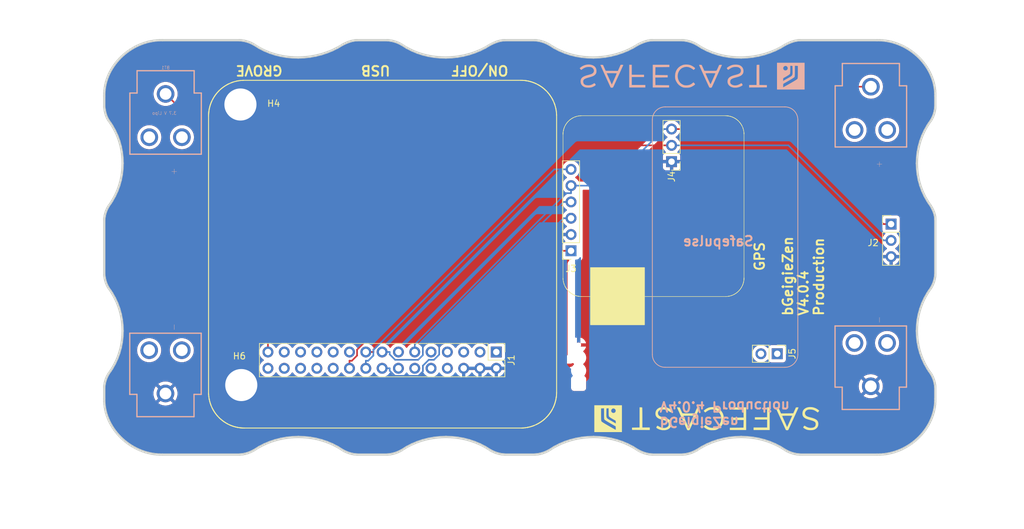
<source format=kicad_pcb>
(kicad_pcb (version 20240225) (generator "pcbnew") (generator_version "8.99")
  (title_block (title "bGeigieZen Production V4.0.4") (date "2024-05-03") (rev "V4.0.4"))
  (layers (0 "F.Cu" signal) (31 "B.Cu" signal) (34 "B.Paste" user) (35 "F.Paste" user) (36 "B.SilkS" user "B.Silkscreen") (37 "F.SilkS" user "F.Silkscreen") (38 "B.Mask" user) (39 "F.Mask" user) (44 "Edge.Cuts" user))
  (net 0 "")
  (net 1 "GND")
  (net 2 "/RX2")
  (net 3 "/TX2")
  (net 4 "3.3V")
  (net 5 "5V")
  (net 8 "/GIO34")
  (net 9 "/GIO13")
  (net 10 "/GIO5")
  (net 18 "/GIO2 on Core and GIO32 on Core-2")
  (net 24 "/SDA")
  (net 25 "/SCL")
  (net 27 "/BAT")
  (footprint "bGeigieZen:LOGO" (layer "F.Cu") (at 178.4096 125.678 180)
    (property "Reference" "G front" (hide yes))
    (property "Value" "LOGO" (hide yes))
  )
  (footprint "Connector_PinHeader_2.54mm:PinHeader_2x15_P2.54mm_Vertical" (layer "F.Cu") (at 145.6301 115.2669 -90)
    (property "Reference" "J1")
    (property "Value" "M5 2x15 pin")
  )
  (footprint "Connector_PinSocket_2.54mm:PinSocket_1x06_P2.54mm_Vertical" (layer "F.Cu") (at 157.2661 99.4946 180)
    (property "Reference" "J3")
    (property "Value" "GPS")
  )
  (footprint "MountingHole:MountingHole_3.2mm_M3" (layer "F.Cu") (at 105.7855 76.6899)
    (property "Reference" "H4")
    (property "Value" "MountingHole_Pad")
  )
  (footprint "Connector_PinHeader_2.54mm:PinHeader_1x02_P2.54mm_Vertical" (layer "F.Cu") (at 189.3782 115.5428 -90)
    (property "Reference" "J5")
    (property "Value" "Extra support header")
  )
  (footprint "Connector_PinHeader_2.54mm:PinHeader_1x03_P2.54mm_Vertical" (layer "F.Cu") (at 172.9232 85.5968 180)
    (property "Reference" "J4")
    (property "Value" "Geiger Safepulse")
  )
  (footprint "Connector_PinHeader_2.54mm:PinHeader_1x03_P2.54mm_Vertical" (layer "F.Cu") (at 207.108 95.33)
    (property "Reference" "J2")
    (property "Value" "Geiger IRover")
  )
  (footprint "MountingHole:MountingHole_3.2mm_M3" (layer "F.Cu") (at 105.9151 120.4199)
    (property "Reference" "H6")
    (property "Value" "MountingHole_Pad")
  )
  (footprint "Library:BATTERY_18650-HOLDER" (layer "B.Cu") (at 203.7405 98.1908 -90)
    (property "Reference" "BT2" (hide yes))
    (property "Value" " 3.7 V Lipo" (hide yes))
  )
  (footprint "Library:BATTERY_18650-HOLDER" (layer "B.Cu") (at 94.1224 105.6668 -90)
    (property "Reference" "BT1")
    (property "Value" " 3.7 V Lipo")
  )
  (footprint "bGeigieZen:LOGO" (layer "B.Cu") (at 176.1236 72.2872)
    (property "Reference" "G back" (hide yes))
    (property "Value" "LOGO" (hide yes))
  )
  (gr_arc (start 169.926 79.0624) (mid 170.511786 77.648186) (end 171.926 77.0624) (stroke (width 0.12)) (layer "B.SilkS"))
  (gr_line (start 192.5828 79.0624) (end 192.5828 115.6516) (stroke (width 0.12)) (layer "B.SilkS"))
  (gr_line (start 190.5828 117.6516) (end 171.926 117.6516) (stroke (width 0.12)) (layer "B.SilkS"))
  (gr_arc (start 190.5828 77.0624) (mid 191.997014 77.648186) (end 192.5828 79.0624) (stroke (width 0.12)) (layer "B.SilkS"))
  (gr_arc (start 192.5828 115.6516) (mid 191.997014 117.065814) (end 190.5828 117.6516) (stroke (width 0.12)) (layer "B.SilkS"))
  (gr_line (start 171.926 77.0624) (end 190.5828 77.0624) (stroke (width 0.12)) (layer "B.SilkS"))
  (gr_line (start 169.926 115.6516) (end 169.926 79.0624) (stroke (width 0.12)) (layer "B.SilkS"))
  (gr_arc (start 171.926 117.6516) (mid 170.511786 117.065814) (end 169.926 115.6516) (stroke (width 0.12)) (layer "B.SilkS"))
  (gr_line (start 181.75471 78.471581) (end 181.75471 78.471581) (stroke (width 0.078091)) (layer "F.SilkS"))
  (gr_line (start 157.477083 78.82025) (end 157.477083 78.82025) (stroke (width 0.078091)) (layer "F.SilkS"))
  (gr_line (start 184.200224 103.900142) (end 184.200224 103.900142) (stroke (width 0.078091)) (layer "F.SilkS"))
  (gr_line (start 183.594903 79.553095) (end 183.552929 79.49983) (stroke (width 0.078091)) (layer "F.SilkS"))
  (gr_line (start 150.309175 72.982508) (end 150.309175 72.982508) (stroke (width 0.150176)) (layer "F.SilkS"))
  (gr_line (start 151.075914 73.156351) (end 151.075914 73.156351) (stroke (width 0.150176)) (layer "F.SilkS"))
  (gr_line (start 183.089653 106.011515) (end 183.142926 105.969549) (stroke (width 0.078091)) (layer "F.SilkS"))
  (gr_line (start 101.727846 75.437968) (end 101.727846 75.437968) (stroke (width 0.150176)) (layer "F.SilkS"))
  (gr_line (start 101.212556 123.606425) (end 101.370851 123.96963) (stroke (width 0.150176)) (layer "F.SilkS"))
  (gr_line (start 156.855615 105.762933) (end 156.855615 105.762933) (stroke (width 0.078091)) (layer "F.SilkS"))
  (gr_line (start 157.846738 78.64108) (end 157.657864 78.723401) (stroke (width 0.078091)) (layer "F.SilkS"))
  (gr_line (start 105.794404 127.086283) (end 105.924776 127.098704) (stroke (width 0.150176)) (layer "F.SilkS"))
  (gr_line (start 182.627996 106.3053) (end 182.627996 106.3053) (stroke (width 0.078091)) (layer "F.SilkS"))
  (gr_line (start 152.047548 73.556788) (end 151.811616 73.438837) (stroke (width 0.150176)) (layer "F.SilkS"))
  (gr_line (start 155.002778 122.013956) (end 155.002778 122.013956) (stroke (width 0.150176)) (layer "F.SilkS"))
  (gr_line (start 153.177492 125.692484) (end 153.369951 125.512431) (stroke (width 0.150176)) (layer "F.SilkS"))
  (gr_line (start 156.511795 105.340004) (end 156.550531 105.396506) (stroke (width 0.078091)) (layer "F.SilkS"))
  (gr_line (start 156.979902 79.178599) (end 156.979902 79.178599) (stroke (width 0.078091)) (layer "F.SilkS"))
  (gr_line (start 152.162401 73.618891) (end 152.047548 73.556788) (stroke (width 0.150176)) (layer "F.SilkS"))
  (gr_line (start 154.676835 76.549281) (end 154.676835 76.549281) (stroke (width 0.150176)) (layer "F.SilkS"))
  (gr_line (start 150.048417 72.948359) (end 149.918031 72.935938) (stroke (width 0.150176)) (layer "F.SilkS"))
  (gr_line (start 182.219596 78.582967) (end 182.153414 78.56198) (stroke (width 0.078091)) (layer "F.SilkS"))
  (gr_line (start 103.124757 126.061884) (end 103.124757 126.061884) (stroke (width 0.150176)) (layer "F.SilkS"))
  (gr_line (start 157.814461 106.405379) (end 157.879016 106.429595) (stroke (width 0.078091)) (layer "F.SilkS"))
  (gr_line (start 101.522981 75.776331) (end 101.460878 75.891184) (stroke (width 0.150176)) (layer "F.SilkS"))
  (gr_line (start 149.918031 72.935938) (end 149.918031 72.935938) (stroke (width 0.150176)) (layer "F.SilkS"))
  (gr_line (start 100.992158 77.114252) (end 100.961091 77.241526) (stroke (width 0.150176)) (layer "F.SilkS"))
  (gr_line (start 156.954068 105.856553) (end 156.954068 105.856553) (stroke (width 0.078091)) (layer "F.SilkS"))
  (gr_line (start 157.448026 106.222979) (end 157.448026 106.222979) (stroke (width 0.078091)) (layer "F.SilkS"))
  (gr_line (start 153.928712 75.167902) (end 153.928712 75.167902) (stroke (width 0.150176)) (layer "F.SilkS"))
  (gr_line (start 157.567473 106.289161) (end 157.567473 106.289161) (stroke (width 0.078091)) (layer "F.SilkS"))
  (gr_line (start 184.05979 104.636216) (end 184.05979 104.636216) (stroke (width 0.078091)) (layer "F.SilkS"))
  (gr_line (start 181.956486 78.510326) (end 181.956486 78.510326) (stroke (width 0.078091)) (layer "F.SilkS"))
  (gr_line (start 158.708718 78.444144) (end 158.573132 78.457061) (stroke (width 0.078091)) (layer "F.SilkS"))
  (gr_line (start 153.127824 74.298701) (end 153.02849 74.214899) (stroke (width 0.150176)) (layer "F.SilkS"))
  (gr_line (start 155.015199 78.216257) (end 155.008989 78.085871) (stroke (width 0.150176)) (layer "F.SilkS"))
  (gr_line (start 184.203453 103.83073) (end 184.205072 103.729033) (stroke (width 0.078091)) (layer "F.SilkS"))
  (gr_line (start 154.41298 75.950159) (end 154.41298 75.950159) (stroke (width 0.150176)) (layer "F.SilkS"))
  (gr_line (start 106.188631 127.114222) (end 106.188631 127.114222) (stroke (width 0.150176)) (layer "F.SilkS"))
  (gr_line (start 156.021073 103.796825) (end 156.024295 103.866237) (stroke (width 0.078091)) (layer "F.SilkS"))
  (gr_line (start 158.303547 78.502256) (end 158.303547 78.502256) (stroke (width 0.078091)) (layer "F.SilkS"))
  (gr_line (start 103.071992 74.010004) (end 103.071992 74.010004) (stroke (width 0.150176)) (layer "F.SilkS"))
  (gr_line (start 157.275307 106.113212) (end 157.331801 106.150338) (stroke (width 0.078091)) (layer "F.SilkS"))
  (gr_line (start 183.933884 104.952599) (end 183.933884 104.952599) (stroke (width 0.078091)) (layer "F.SilkS"))
  (gr_line (start 156.833018 79.32227) (end 156.786204 79.370695) (stroke (width 0.078091)) (layer "F.SilkS"))
  (gr_line (start 183.393127 105.737106) (end 183.393127 105.737106) (stroke (width 0.078091)) (layer "F.SilkS"))
  (gr_line (start 103.795259 126.477854) (end 104.03119 126.59582) (stroke (width 0.150176)) (layer "F.SilkS"))
  (gr_line (start 100.83072 78.151072) (end 100.824495 78.284541) (stroke (width 0.150176)) (layer "F.SilkS"))
  (gr_line (start 156.761987 105.662846) (end 156.855615 105.762933) (stroke (width 0.078091)) (layer "F.SilkS"))
  (gr_line (start 157.360857 78.889662) (end 157.302744 78.928406) (stroke (width 0.078091)) (layer "F.SilkS"))
  (gr_line (start 152.556642 126.17364) (end 152.556642 126.17364) (stroke (width 0.150176)) (layer "F.SilkS"))
  (gr_line (start 181.788606 106.582947) (end 181.788606 106.582947) (stroke (width 0.078091)) (layer "F.SilkS"))
  (gr_line (start 104.515443 126.794489) (end 104.515443 126.794489) (stroke (width 0.150176)) (layer "F.SilkS"))
  (gr_line (start 156.385889 79.924369) (end 156.353595 79.984093) (stroke (width 0.078091)) (layer "F.SilkS"))
  (gr_line (start 156.117922 104.471565) (end 156.117922 104.471565) (stroke (width 0.078091)) (layer "F.SilkS"))
  (gr_line (start 181.822503 78.48288) (end 181.822503 78.48288) (stroke (width 0.078091)) (layer "F.SilkS"))
  (gr_line (start 105.468446 72.991816) (end 105.468446 72.991816) (stroke (width 0.150176)) (layer "F.SilkS"))
  (gr_line (start 183.509345 79.448176) (end 183.509345 79.448176) (stroke (width 0.078091)) (layer "F.SilkS"))
  (gr_line (start 103.453798 126.282282) (end 103.565553 126.350581) (stroke (width 0.150176)) (layer "F.SilkS"))
  (gr_line (start 156.979902 79.178599) (end 156.879832 79.272227) (stroke (width 0.078091)) (layer "F.SilkS"))
  (gr_line (start 181.517418 106.615232) (end 181.517418 106.615232) (stroke (width 0.078091)) (layer "F.SilkS"))
  (gr_line (start 157.567473 106.289161) (end 157.690158 106.350503) (stroke (width 0.078091)) (layer "F.SilkS"))
  (gr_line (start 151.873704 126.567881) (end 151.988573 126.508891) (stroke (width 0.150176)) (layer "F.SilkS"))
  (gr_line (start 150.048417 72.948359) (end 150.048417 72.948359) (stroke (width 0.150176)) (layer "F.SilkS"))
  (gr_line (start 183.393127 105.737106) (end 183.439941 105.688673) (stroke (width 0.078091)) (layer "F.SilkS"))
  (gr_line (start 183.933884 104.952599) (end 183.961322 104.891257) (stroke (width 0.078091)) (layer "F.SilkS"))
  (gr_line (start 102.522523 125.555888) (end 102.522523 125.555888) (stroke (width 0.150176)) (layer "F.SilkS"))
  (gr_line (start 157.751492 106.377941) (end 157.814461 106.405379) (stroke (width 0.078091)) (layer "F.SilkS"))
  (gr_line (start 152.665285 126.099131) (end 152.77083 126.024638) (stroke (width 0.150176)) (layer "F.SilkS"))
  (gr_line (start 105.018342 126.946589) (end 105.018342 126.946589) (stroke (width 0.150176)) (layer "F.SilkS"))
  (gr_line (start 153.078157 125.779398) (end 153.177492 125.692484) (stroke (width 0.150176)) (layer "F.SilkS"))
  (gr_line (start 158.573132 78.457061) (end 158.573132 78.457061) (stroke (width 0.078091)) (layer "F.SilkS"))
  (gr_line (start 156.072727 104.273019) (end 156.072727 104.273019) (stroke (width 0.078091)) (layer "F.SilkS"))
  (gr_line (start 182.411692 78.653989) (end 182.34712 78.629781) (stroke (width 0.078091)) (layer "F.SilkS"))
  (gr_line (start 154.499895 123.907542) (end 154.499895 123.907542) (stroke (width 0.150176)) (layer "F.SilkS"))
  (gr_line (start 158.607029 106.605544) (end 158.674822 106.612003) (stroke (width 0.078091)) (layer "F.SilkS"))
  (gr_line (start 183.346313 105.787141) (end 183.346313 105.787141) (stroke (width 0.078091)) (layer "F.SilkS"))
  (gr_line (start 156.716792 105.611192) (end 156.761987 105.662846) (stroke (width 0.078091)) (layer "F.SilkS"))
  (gr_line (start 156.403631 105.165674) (end 156.437527 105.223787) (stroke (width 0.078091)) (layer "F.SilkS"))
  (gr_line (start 156.589268 105.45139) (end 156.631242 105.506273) (stroke (width 0.078091)) (layer "F.SilkS"))
  (gr_line (start 154.043565 124.705332) (end 154.043565 124.705332) (stroke (width 0.150176)) (layer "F.SilkS"))
  (gr_line (start 158.845923 78.437685) (end 158.845923 78.437685) (stroke (width 0.078091)) (layer "F.SilkS"))
  (gr_line (start 154.319841 124.258326) (end 154.381929 124.143458) (stroke (width 0.150176)) (layer "F.SilkS"))
  (gr_line (start 182.316453 106.442513) (end 182.379406 106.418296) (stroke (width 0.078091)) (layer "F.SilkS"))
  (gr_line (start 101.165986 123.485361) (end 101.165986 123.485361) (stroke (width 0.150176)) (layer "F.SilkS"))
  (gr_line (start 100.824495 78.284541) (end 100.824495 78.284541) (stroke (width 0.150176)) (layer "F.SilkS"))
  (gr_line (start 153.227159 74.388728) (end 153.227159 74.388728) (stroke (width 0.150176)) (layer "F.SilkS"))
  (gr_line (start 158.269651 106.54905) (end 158.337444 106.56357) (stroke (width 0.078091)) (layer "F.SilkS"))
  (gr_line (start 154.077714 75.38209) (end 154.077714 75.38209) (stroke (width 0.150176)) (layer "F.SilkS"))
  (gr_line (start 156.177654 104.668502) (end 156.177654 104.668502) (stroke (width 0.078091)) (layer "F.SilkS"))
  (gr_line (start 156.030753 81.091434) (end 156.025913 81.159235) (stroke (width 0.078091)) (layer "F.SilkS"))
  (gr_line (start 104.766878 126.878291) (end 104.891084 126.91244) (stroke (width 0.150176)) (layer "F.SilkS"))
  (gr_line (start 155.018297 121.750101) (end 155.018297 121.750101) (stroke (width 0.150176)) (layer "F.SilkS"))
  (gr_line (start 158.171199 78.534534) (end 158.171199 78.534534) (stroke (width 0.078091)) (layer "F.SilkS"))
  (gr_line (start 153.02849 74.214899) (end 152.926042 74.131083) (stroke (width 0.150176)) (layer "F.SilkS"))
  (gr_line (start 100.833833 121.948771) (end 100.858674 122.209528) (stroke (width 0.150176)) (layer "F.SilkS"))
  (gr_line (start 183.552929 79.49983) (end 183.552929 79.49983) (stroke (width 0.078091)) (layer "F.SilkS"))
  (gr_line (start 182.95083 78.946164) (end 182.95083 78.946164) (stroke (width 0.078091)) (layer "F.SilkS"))
  (gr_line (start 184.203453 103.83073) (end 184.203453 103.83073) (stroke (width 0.078091)) (layer "F.SilkS"))
  (gr_line (start 184.037192 104.700779) (end 184.05979 104.636216) (stroke (width 0.078091)) (layer "F.SilkS"))
  (gr_line (start 157.083211 79.089827) (end 157.031572 79.133404) (stroke (width 0.078091)) (layer "F.SilkS"))
  (gr_line (start 183.656237 105.423944) (end 183.656237 105.423944) (stroke (width 0.078091)) (layer "F.SilkS"))
  (gr_line (start 102.814332 125.819758) (end 102.91678 125.903574) (stroke (width 0.150176)) (layer "F.SilkS"))
  (gr_line (start 151.873704 126.567881) (end 151.873704 126.567881) (stroke (width 0.150176)) (layer "F.SilkS"))
  (gr_line (start 101.429841 124.084483) (end 101.429841 124.084483) (stroke (width 0.150176)) (layer "F.SilkS"))
  (gr_line (start 152.77083 126.024638) (end 152.77083 126.024638) (stroke (width 0.150176)) (layer "F.SilkS"))
  (gr_line (start 153.965959 124.813975) (end 154.043565 124.705332) (stroke (width 0.150176)) (layer "F.SilkS"))
  (gr_line (start 102.76468 74.255244) (end 102.665315 74.342158) (stroke (width 0.150176)) (layer "F.SilkS"))
  (gr_line (start 184.001677 80.26335) (end 183.919356 80.074492) (stroke (width 0.078091)) (layer "F.SilkS"))
  (gr_line (start 183.220407 79.156002) (end 183.168753 79.112425) (stroke (width 0.078091)) (layer "F.SilkS"))
  (gr_line (start 151.448427 73.286738) (end 151.327363 73.240168) (stroke (width 0.150176)) (layer "F.SilkS"))
  (gr_line (start 154.319841 124.258326) (end 154.319841 124.258326) (stroke (width 0.150176)) (layer "F.SilkS"))
  (gr_line (start 184.166327 80.85415) (end 184.153417 80.786349) (stroke (width 0.078091)) (layer "F.SilkS"))
  (gr_line (start 150.951753 73.122202) (end 150.951753 73.122202) (stroke (width 0.150176)) (layer "F.SilkS"))
  (gr_line (start 154.956224 122.405085) (end 154.956224 122.405085) (stroke (width 0.150176)) (layer "F.SilkS"))
  (gr_line (start 184.116292 104.43928) (end 184.132431 104.373097) (stroke (width 0.078091)) (layer "F.SilkS"))
  (gr_line (start 104.332307 73.308466) (end 104.332307 73.308466) (stroke (width 0.150176)) (layer "F.SilkS"))
  (gr_line (start 156.550531 105.396506) (end 156.550531 105.396506) (stroke (width 0.078091)) (layer "F.SilkS"))
  (gr_line (start 106.120332 72.923533) (end 105.989961 72.929743) (stroke (width 0.150176)) (layer "F.SilkS"))
  (gr_line (start 100.920747 122.600657) (end 100.945589 122.72793) (stroke (width 0.150176)) (layer "F.SilkS"))
  (gr_line (start 183.11548 79.06884) (end 183.062216 79.026874) (stroke (width 0.078091)) (layer "F.SilkS"))
  (gr_line (start 157.031572 79.133404) (end 156.979902 79.178599) (stroke (width 0.078091)) (layer "F.SilkS"))
  (gr_line (start 183.320486 79.249629) (end 183.272061 79.202815) (stroke (width 0.078091)) (layer "F.SilkS"))
  (gr_line (start 156.337456 105.044608) (end 156.369734 105.10595) (stroke (width 0.078091)) (layer "F.SilkS"))
  (gr_line (start 103.177522 73.935511) (end 103.177522 73.935511) (stroke (width 0.150176)) (layer "F.SilkS"))
  (gr_line (start 152.978822 125.863215) (end 152.978822 125.863215) (stroke (width 0.150176)) (layer "F.SilkS"))
  (gr_line (start 103.453798 126.282282) (end 103.453798 126.282282) (stroke (width 0.150176)) (layer "F.SilkS"))
  (gr_line (start 104.270235 126.70135) (end 104.270235 126.70135) (stroke (width 0.150176)) (layer "F.SilkS"))
  (gr_line (start 156.045274 80.955848) (end 156.045274 80.955848) (stroke (width 0.078091)) (layer "F.SilkS"))
  (gr_line (start 105.145601 126.977641) (end 105.145601 126.977641) (stroke (width 0.150176)) (layer "F.SilkS"))
  (gr_line (start 155.012086 121.883585) (end 155.018297 121.750101) (stroke (width 0.150176)) (layer "F.SilkS"))
  (gr_line (start 149.918031 72.935938) (end 149.78766 72.92663) (stroke (width 0.150176)) (layer "F.SilkS"))
  (gr_line (start 183.806359 105.19473) (end 183.806359 105.19473) (stroke (width 0.078091)) (layer "F.SilkS"))
  (gr_line (start 182.284168 78.605565) (end 182.219596 78.582967) (stroke (width 0.078091)) (layer "F.SilkS"))
  (gr_line (start 106.384187 127.117319) (end 149.588991 127.117319) (stroke (width 0.150176)) (layer "F.SilkS"))
  (gr_line (start 182.187318 106.486089) (end 182.187318 106.486089) (stroke (width 0.078091)) (layer "F.SilkS"))
  (gr_line (start 184.198613 81.12533) (end 184.198613 81.12533) (stroke (width 0.078091)) (layer "F.SilkS"))
  (gr_line (start 102.075532 125.074732) (end 102.075532 125.074732) (stroke (width 0.150176)) (layer "F.SilkS"))
  (gr_line (start 150.886568 126.931071) (end 150.886568 126.931071) (stroke (width 0.150176)) (layer "F.SilkS"))
  (gr_line (start 149.588991 127.117319) (end 149.722474 127.111109) (stroke (width 0.150176)) (layer "F.SilkS"))
  (gr_line (start 158.573132 78.457061) (end 158.437531 78.476421) (stroke (width 0.078091)) (layer "F.SilkS"))
  (gr_line (start 182.411692 78.653989) (end 182.411692 78.653989) (stroke (width 0.078091)) (layer "F.SilkS"))
  (gr_line (start 183.753095 79.777469) (end 183.71435 79.719364) (stroke (width 0.078091)) (layer "F.SilkS"))
  (gr_line (start 153.640016 125.223734) (end 153.640016 125.223734) (stroke (width 0.150176)) (layer "F.SilkS"))
  (gr_line (start 183.346313 105.787141) (end 183.393127 105.737106) (stroke (width 0.078091)) (layer "F.SilkS"))
  (gr_line (start 149.722474 127.111109) (end 149.722474 127.111109) (stroke (width 0.150176)) (layer "F.SilkS"))
  (gr_line (start 100.945589 122.72793) (end 100.945589 122.72793) (stroke (width 0.150176)) (layer "F.SilkS"))
  (gr_line (start 153.807649 125.021967) (end 153.888353 124.91952) (stroke (width 0.150176)) (layer "F.SilkS"))
  (gr_line (start 101.799226 75.32931) (end 101.799226 75.32931) (stroke (width 0.150176)) (layer "F.SilkS"))
  (gr_line (start 156.473042 105.281899) (end 156.473042 105.281899) (stroke (width 0.078091)) (layer "F.SilkS"))
  (gr_line (start 181.551315 78.447365) (end 181.483522 78.442525) (stroke (width 0.078091)) (layer "F.SilkS"))
  (gr_line (start 157.814461 106.405379) (end 157.814461 106.405379) (stroke (width 0.078091)) (layer "F.SilkS"))
  (gr_line (start 102.91678 125.903574) (end 103.019197 125.984278) (stroke (width 0.150176)) (layer "F.SilkS"))
  (gr_line (start 181.822503 78.48288) (end 181.75471 78.471581) (stroke (width 0.078091)) (layer "F.SilkS"))
  (gr_line (start 182.316453 106.442513) (end 182.316453 106.442513) (stroke (width 0.078091)) (layer "F.SilkS"))
  (gr_line (start 154.60544 123.668513) (end 154.60544 123.668513) (stroke (width 0.150176)) (layer "F.SilkS"))
  (gr_line (start 157.136483 79.047853) (end 157.136483 79.047853) (stroke (width 0.078091)) (layer "F.SilkS"))
  (gr_line (start 158.006541 106.476409) (end 158.072715 106.497388) (stroke (width 0.078091)) (layer "F.SilkS"))
  (gr_line (start 183.919356 80.074492) (end 183.919356 80.074492) (stroke (width 0.078091)) (layer "F.SilkS"))
  (gr_line (start 182.86528 106.169706) (end 182.86528 106.169706) (stroke (width 0.078091)) (layer "F.SilkS"))
  (gr_line (start 156.610247 79.580541) (end 156.610247 79.580541) (stroke (width 0.078091)) (layer "F.SilkS"))
  (gr_line (start 184.108214 80.587811) (end 184.108214 80.587811) (stroke (width 0.078091)) (layer "F.SilkS"))
  (gr_line (start 184.080777 104.570034) (end 184.080777 104.570034) (stroke (width 0.078091)) (layer "F.SilkS"))
  (gr_line (start 103.124757 126.061884) (end 103.2334 126.13949) (stroke (width 0.150176)) (layer "F.SilkS"))
  (gr_line (start 156.177654 104.668502) (end 156.200252 104.733065) (stroke (width 0.078091)) (layer "F.SilkS"))
  (gr_line (start 156.73939 79.422349) (end 156.73939 79.422349) (stroke (width 0.078091)) (layer "F.SilkS"))
  (gr_line (start 156.905651 105.809739) (end 156.905651 105.809739) (stroke (width 0.078091)) (layer "F.SilkS"))
  (gr_line (start 105.533632 127.052134) (end 105.533632 127.052134) (stroke (width 0.150176)) (layer "F.SilkS"))
  (gr_line (start 181.551315 78.447365) (end 181.551315 78.447365) (stroke (width 0.078091)) (layer "F.SilkS"))
  (gr_line (start 153.416521 74.568781) (end 153.320283 74.478754) (stroke (width 0.150176)) (layer "F.SilkS"))
  (gr_line (start 183.656237 105.423944) (end 183.696593 105.36745) (stroke (width 0.078091)) (layer "F.SilkS"))
  (gr_line (start 102.814332 125.819758) (end 102.814332 125.819758) (stroke (width 0.150176)) (layer "F.SilkS"))
  (gr_line (start 105.018342 126.946589) (end 105.145601 126.977641) (stroke (width 0.150176)) (layer "F.SilkS"))
  (gr_line (start 104.577547 73.218439) (end 104.577547 73.218439) (stroke (width 0.150176)) (layer "F.SilkS"))
  (gr_line (start 101.100801 76.735529) (end 101.100801 76.735529) (stroke (width 0.150176)) (layer "F.SilkS"))
  (gr_line (start 158.137302 106.515146) (end 158.203477 106.532903) (stroke (width 0.078091)) (layer "F.SilkS"))
  (gr_line (start 100.852449 77.890314) (end 100.852449 77.890314) (stroke (width 0.150176)) (layer "F.SilkS"))
  (gr_line (start 154.285707 75.717341) (end 154.220506 75.605585) (stroke (width 0.150176)) (layer "F.SilkS"))
  (gr_line (start 151.988573 126.508891) (end 152.106523 126.446802) (stroke (width 0.150176)) (layer "F.SilkS"))
  (gr_line (start 154.552659 123.789576) (end 154.60544 123.668513) (stroke (width 0.150176)) (layer "F.SilkS"))
  (gr_line (start 182.34712 78.629781) (end 182.284168 78.605565) (stroke (width 0.078091)) (layer "F.SilkS"))
  (gr_line (start 183.573916 105.5321) (end 183.573916 105.5321) (stroke (width 0.078091)) (layer "F.SilkS"))
  (gr_line (start 157.598148 78.754068) (end 157.598148 78.754068) (stroke (width 0.078091)) (layer "F.SilkS"))
  (gr_line (start 156.652221 79.527276) (end 156.652221 79.527276) (stroke (width 0.078091)) (layer "F.SilkS"))
  (gr_line (start 154.782381 123.171839) (end 154.782381 123.171839) (stroke (width 0.150176)) (layer "F.SilkS"))
  (gr_line (start 153.723833 125.1244) (end 153.807649 125.021967) (stroke (width 0.150176)) (layer "F.SilkS"))
  (gr_line (start 181.922589 106.55712) (end 182.054954 106.524834) (stroke (width 0.078091)) (layer "F.SilkS"))
  (gr_line (start 152.718065 73.972773) (end 152.718065 73.972773) (stroke (width 0.150176)) (layer "F.SilkS"))
  (gr_line (start 183.856403 79.953426) (end 183.822506 79.893694) (stroke (width 0.078091)) (layer "F.SilkS"))
  (gr_line (start 156.353595 79.984093) (end 156.353595 79.984093) (stroke (width 0.078091)) (layer "F.SilkS"))
  (gr_line (start 152.876375 125.943919) (end 152.876375 125.943919) (stroke (width 0.150176)) (layer "F.SilkS"))
  (gr_line (start 154.760652 76.797633) (end 154.720292 76.673457) (stroke (width 0.150176)) (layer "F.SilkS"))
  (gr_line (start 100.827608 121.818385) (end 100.833833 121.948771) (stroke (width 0.150176)) (layer "F.SilkS"))
  (gr_line (start 102.035158 75.01269) (end 102.035158 75.01269) (stroke (width 0.150176)) (layer "F.SilkS"))
  (gr_line (start 184.132431 104.373097) (end 184.146959 104.305304) (stroke (width 0.078091)) (layer "F.SilkS"))
  (gr_line (start 158.674822 106.612003) (end 158.742615 106.616843) (stroke (width 0.078091)) (layer "F.SilkS"))
  (gr_line (start 154.909654 122.662745) (end 154.93448 122.535471) (stroke (width 0.150176)) (layer "F.SilkS"))
  (gr_line (start 157.218812 106.072857) (end 157.218812 106.072857) (stroke (width 0.078091)) (layer "F.SilkS"))
  (gr_line (start 151.265275 126.816218) (end 151.389451 126.772761) (stroke (width 0.150176)) (layer "F.SilkS"))
  (gr_line (start 151.075914 73.156351) (end 150.951753 73.122202) (stroke (width 0.150176)) (layer "F.SilkS"))
  (gr_line (start 154.698564 123.423273) (end 154.698564 123.423273) (stroke (width 0.150176)) (layer "F.SilkS"))
  (gr_line (start 154.043565 124.705332) (end 154.114961 124.59669) (stroke (width 0.150176)) (layer "F.SilkS"))
  (gr_line (start 102.714998 125.735941) (end 102.814332 125.819758) (stroke (width 0.150176)) (layer "F.SilkS"))
  (gr_line (start 157.24625 78.967143) (end 157.191375 79.005879) (stroke (width 0.078091)) (layer "F.SilkS"))
  (gr_line (start 105.275972 127.005564) (end 105.275972 127.005564) (stroke (width 0.150176)) (layer "F.SilkS"))
  (gr_line (start 181.75471 78.471581) (end 181.686909 78.461901) (stroke (width 0.078091)) (layer "F.SilkS"))
  (gr_line (start 184.159868 104.239122) (end 184.159868 104.239122) (stroke (width 0.078091)) (layer "F.SilkS"))
  (gr_line (start 102.426301 125.465876) (end 102.426301 125.465876) (stroke (width 0.150176)) (layer "F.SilkS"))
  (gr_line (start 103.795259 126.477854) (end 103.795259 126.477854) (stroke (width 0.150176)) (layer "F.SilkS"))
  (gr_line (start 183.142926 105.969549) (end 183.142926 105.969549) (stroke (width 0.078091)) (layer "F.SilkS"))
  (gr_line (start 158.776511 78.440914) (end 158.708718 78.444144) (stroke (width 0.078091)) (layer "F.SilkS"))
  (gr_line (start 156.05981 104.205226) (end 156.072727 104.273019) (stroke (width 0.078091)) (layer "F.SilkS"))
  (gr_line (start 158.038818 78.573279) (end 157.974263 78.594266) (stroke (width 0.078091)) (layer "F.SilkS"))
  (gr_line (start 105.338075 73.016657) (end 105.338075 73.016657) (stroke (width 0.150176)) (layer "F.SilkS"))
  (gr_line (start 102.382844 74.618449) (end 102.292818 74.711573) (stroke (width 0.150176)) (layer "F.SilkS"))
  (gr_line (start 158.171199 78.534534) (end 158.038818 78.573279) (stroke (width 0.078091)) (layer "F.SilkS"))
  (gr_line (start 181.483522 78.442525) (end 181.41411 78.439304) (stroke (width 0.078091)) (layer "F.SilkS"))
  (gr_line (start 150.113603 127.080073) (end 150.113603 127.080073) (stroke (width 0.150176)) (layer "F.SilkS"))
  (gr_line (start 183.872542 105.075275) (end 183.872542 105.075275) (stroke (width 0.078091)) (layer "F.SilkS"))
  (gr_line (start 104.639619 126.837946) (end 104.639619 126.837946) (stroke (width 0.150176)) (layer "F.SilkS"))
  (gr_line (start 101.588167 75.661463) (end 101.588167 75.661463) (stroke (width 0.150176)) (layer "F.SilkS"))
  (gr_line (start 102.292818 74.711573) (end 102.202791 74.810908) (stroke (width 0.150176)) (layer "F.SilkS"))
  (gr_line (start 157.846738 78.64108) (end 157.846738 78.64108) (stroke (width 0.078091)) (layer "F.SilkS"))
  (gr_line (start 153.76729 74.95991) (end 153.683473 74.860575) (stroke (width 0.150176)) (layer "F.SilkS"))
  (gr_line (start 158.369738 78.489339) (end 158.303547 78.502256) (stroke (width 0.078091)) (layer "F.SilkS"))
  (gr_line (start 102.76468 74.255244) (end 102.76468 74.255244) (stroke (width 0.150176)) (layer "F.SilkS"))
  (gr_line (start 153.078157 125.779398) (end 153.078157 125.779398) (stroke (width 0.150176)) (layer "F.SilkS"))
  (gr_line (start 103.019197 125.984278) (end 103.019197 125.984278) (stroke (width 0.150176)) (layer "F.SilkS"))
  (gr_line (start 101.429841 124.084483) (end 101.491914 124.202448) (stroke (width 0.150176)) (layer "F.SilkS"))
  (gr_line (start 154.990358 122.144328) (end 154.990358 122.144328) (stroke (width 0.150176)) (layer "F.SilkS"))
  (gr_line (start 103.680391 126.415766) (end 103.680391 126.415766) (stroke (width 0.150176)) (layer "F.SilkS"))
  (gr_line (start 183.961322 104.891257) (end 183.988767 104.828304) (stroke (width 0.078091)) (layer "F.SilkS"))
  (gr_line (start 153.928712 75.167902) (end 153.848009 75.062342) (stroke (width 0.150176)) (layer "F.SilkS"))
  (gr_line (start 154.41298 75.950159) (end 154.350892 75.832209) (stroke (width 0.150176)) (layer "F.SilkS"))
  (gr_line (start 101.165986 123.485361) (end 101.212556 123.606425) (stroke (width 0.150176)) (layer "F.SilkS"))
  (gr_line (start 158.072715 106.497388) (end 158.072715 106.497388) (stroke (width 0.078091)) (layer "F.SilkS"))
  (gr_line (start 104.701692 73.17808) (end 104.577547 73.218439) (stroke (width 0.150176)) (layer "F.SilkS"))
  (gr_line (start 155.021409 78.349741) (end 155.015199 78.216257) (stroke (width 0.150176)) (layer "F.SilkS"))
  (gr_line (start 103.509675 73.718226) (end 103.509675 73.718226) (stroke (width 0.150176)) (layer "F.SilkS"))
  (gr_line (start 156.066268 80.820246) (end 156.05497 80.888047) (stroke (width 0.078091)) (layer "F.SilkS"))
  (gr_line (start 181.888685 78.495798) (end 181.888685 78.495798) (stroke (width 0.078091)) (layer "F.SilkS"))
  (gr_line (start 156.631242 105.506273) (end 156.673215 105.559538) (stroke (width 0.078091)) (layer "F.SilkS"))
  (gr_line (start 154.956224 122.405085) (end 154.97484 122.274714) (stroke (width 0.150176)) (layer "F.SilkS"))
  (gr_line (start 100.824495 78.284541) (end 100.821412 78.480128) (stroke (width 0.150176)) (layer "F.SilkS"))
  (gr_line (start 184.195383 103.967935) (end 184.195383 103.967935) (stroke (width 0.078091)) (layer "F.SilkS"))
  (gr_line (start 183.573916 105.5321) (end 183.615882 105.478827) (stroke (width 0.078091)) (layer "F.SilkS"))
  (gr_line (start 102.966432 74.090723) (end 102.863985 74.171442) (stroke (width 0.150176)) (layer "F.SilkS"))
  (gr_line (start 150.504732 127.017985) (end 150.504732 127.017985) (stroke (width 0.150176)) (layer "F.SilkS"))
  (gr_line (start 153.888353 124.91952) (end 153.888353 124.91952) (stroke (width 0.150176)) (layer "F.SilkS"))
  (gr_line (start 154.152223 75.49383) (end 154.077714 75.38209) (stroke (width 0.150176)) (layer "F.SilkS"))
  (gr_line (start 154.285707 75.717341) (end 154.285707 75.717341) (stroke (width 0.150176)) (layer "F.SilkS"))
  (gr_line (start 182.77811 78.836397) (end 182.77811 78.836397) (stroke (width 0.078091)) (layer "F.SilkS"))
  (gr_line (start 101.007661 122.982478) (end 101.082155 123.237025) (stroke (width 0.150176)) (layer "F.SilkS"))
  (gr_line (start 153.227159 74.388728) (end 153.127824 74.298701) (stroke (width 0.150176)) (layer "F.SilkS"))
  (gr_line (start 152.444887 126.248133) (end 152.444887 126.248133) (stroke (width 0.150176)) (layer "F.SilkS"))
  (gr_line (start 100.945589 122.72793) (end 101.007661 122.982478) (stroke (width 0.150176)) (layer "F.SilkS"))
  (gr_line (start 101.839601 124.76121) (end 101.914094 124.866755) (stroke (width 0.150176)) (layer "F.SilkS"))
  (gr_line (start 184.132431 104.373097) (end 184.132431 104.373097) (stroke (width 0.078091)) (layer "F.SilkS"))
  (gr_line (start 183.919356 80.074492) (end 183.888688 80.01476) (stroke (width 0.078091)) (layer "F.SilkS"))
  (gr_line (start 183.822506 79.893694) (end 183.788602 79.835582) (stroke (width 0.078091)) (layer "F.SilkS"))
  (gr_line (start 156.4553 79.806525) (end 156.419785 79.864638) (stroke (width 0.078091)) (layer "F.SilkS"))
  (gr_line (start 101.007661 122.982478) (end 101.007661 122.982478) (stroke (width 0.150176)) (layer "F.SilkS"))
  (gr_line (start 154.984147 77.825129) (end 154.946901 77.564371) (stroke (width 0.150176)) (layer "F.SilkS"))
  (gr_line (start 184.098534 104.505462) (end 184.098534 104.505462) (stroke (width 0.078091)) (layer "F.SilkS"))
  (gr_line (start 181.653012 106.602315) (end 181.653012 106.602315) (stroke (width 0.078091)) (layer "F.SilkS"))
  (gr_line (start 100.821412 121.684901) (end 100.827608 121.818385) (stroke (width 0.150176)) (layer "F.SilkS"))
  (gr_line (start 154.909654 122.662745) (end 154.909654 122.662745) (stroke (width 0.150176)) (layer "F.SilkS"))
  (gr_line (start 154.946901 77.564371) (end 154.946901 77.564371) (stroke (width 0.150176)) (layer "F.SilkS"))
  (gr_line (start 182.187318 106.486089) (end 182.251882 106.46511) (stroke (width 0.078091)) (layer "F.SilkS"))
  (gr_line (start 183.552929 79.49983) (end 183.509345 79.448176) (stroke (width 0.078091)) (layer "F.SilkS"))
  (gr_line (start 183.696593 105.36745) (end 183.696593 105.36745) (stroke (width 0.078091)) (layer "F.SilkS"))
  (gr_line (start 157.448026 106.222979) (end 157.507742 106.256876) (stroke (width 0.078091)) (layer "F.SilkS"))
  (gr_line (start 152.500764 73.823756) (end 152.389009 73.75236) (stroke (width 0.150176)) (layer "F.SilkS"))
  (gr_line (start 156.213169 80.295636) (end 156.188953 80.358589) (stroke (width 0.078091)) (layer "F.SilkS"))
  (gr_line (start 183.464149 79.396522) (end 183.464149 79.396522) (stroke (width 0.078091)) (layer "F.SilkS"))
  (gr_line (start 156.954068 105.856553) (end 157.005737 105.903367) (stroke (width 0.078091)) (layer "F.SilkS"))
  (gr_line (start 154.922075 77.433985) (end 154.922075 77.433985) (stroke (width 0.150176)) (layer "F.SilkS"))
  (gr_line (start 156.022676 81.228638) (end 156.021073 81.330344) (stroke (width 0.078091)) (layer "F.SilkS"))
  (gr_line (start 101.765108 124.652552) (end 101.839601 124.76121) (stroke (width 0.150176)) (layer "F.SilkS"))
  (gr_line (start 182.979887 106.092225) (end 182.979887 106.092225) (stroke (width 0.078091)) (layer "F.SilkS"))
  (gr_line (start 158.742615 106.616843) (end 158.742615 106.616843) (stroke (width 0.078091)) (layer "F.SilkS"))
  (gr_line (start 104.45337 73.261896) (end 104.45337 73.261896) (stroke (width 0.150176)) (layer "F.SilkS"))
  (gr_line (start 153.888353 124.91952) (end 153.965959 124.813975) (stroke (width 0.150176)) (layer "F.SilkS"))
  (gr_line (start 154.077714 75.38209) (end 154.003221 75.273432) (stroke (width 0.150176)) (layer "F.SilkS"))
  (gr_line (start 184.05979 104.636216) (end 184.080777 104.570034) (stroke (width 0.078091)) (layer "F.SilkS"))
  (gr_line (start 183.753095 79.777469) (end 183.753095 79.777469) (stroke (width 0.078091)) (layer "F.SilkS"))
  (gr_line (start 100.821412 78.480128) (end 100.821412 78.480128) (stroke (width 0.150176)) (layer "F.SilkS"))
  (gr_line (start 158.403634 106.576488) (end 158.403634 106.576488) (stroke (width 0.078091)) (layer "F.SilkS"))
  (gr_line (start 152.609407 73.895167) (end 152.609407 73.895167) (stroke (width 0.150176)) (layer "F.SilkS"))
  (gr_line (start 157.657864 78.723401) (end 157.657864 78.723401) (stroke (width 0.078091)) (layer "F.SilkS"))
  (gr_line (start 104.39438 126.747919) (end 104.515443 126.794489) (stroke (width 0.150176)) (layer "F.SilkS"))
  (gr_line (start 153.848009 75.062342) (end 153.76729 74.95991) (stroke (width 0.150176)) (layer "F.SilkS"))
  (gr_line (start 152.389009 73.75236) (end 152.277254 73.684077) (stroke (width 0.150176)) (layer "F.SilkS"))
  (gr_line (start 156.040449 104.069632) (end 156.05981 104.205226) (stroke (width 0.078091)) (layer "F.SilkS"))
  (gr_line (start 101.656465 75.549708) (end 101.656465 75.549708) (stroke (width 0.150176)) (layer "F.SilkS"))
  (gr_line (start 100.827608 121.818385) (end 100.827608 121.818385) (stroke (width 0.150176)) (layer "F.SilkS"))
  (gr_line (start 156.037212 81.023641) (end 156.030753 81.091434) (stroke (width 0.078091)) (layer "F.SilkS"))
  (gr_line (start 101.122529 123.361201) (end 101.165986 123.485361) (stroke (width 0.150176)) (layer "F.SilkS"))
  (gr_line (start 184.048491 80.390875) (end 184.025893 80.326303) (stroke (width 0.078091)) (layer "F.SilkS"))
  (gr_line (start 184.198613 81.12533) (end 184.185695 80.989744) (stroke (width 0.078091)) (layer "F.SilkS"))
  (gr_line (start 101.082155 123.237025) (end 101.122529 123.361201) (stroke (width 0.150176)) (layer "F.SilkS"))
  (gr_line (start 105.145601 126.977641) (end 105.275972 127.005564) (stroke (width 0.150176)) (layer "F.SilkS"))
  (gr_line (start 183.888688 80.01476) (end 183.856403 79.953426) (stroke (width 0.078091)) (layer "F.SilkS"))
  (gr_line (start 150.886568 126.931071) (end 151.141115 126.856562) (stroke (width 0.150176)) (layer "F.SilkS"))
  (gr_line (start 105.275972 127.005564) (end 105.403261 127.030405) (stroke (width 0.150176)) (layer "F.SilkS"))
  (gr_line (start 156.085645 104.339201) (end 156.117922 104.471565) (stroke (width 0.078091)) (layer "F.SilkS"))
  (gr_line (start 154.381929 124.143458) (end 154.499895 123.907542) (stroke (width 0.150176)) (layer "F.SilkS"))
  (gr_line (start 151.389451 126.772761) (end 151.510515 126.726191) (stroke (width 0.150176)) (layer "F.SilkS"))
  (gr_line (start 102.615632 125.645914) (end 102.615632 125.645914) (stroke (width 0.150176)) (layer "F.SilkS"))
  (gr_line (start 102.863985 74.171442) (end 102.863985 74.171442) (stroke (width 0.150176)) (layer "F.SilkS"))
  (gr_line (start 155.012086 121.883585) (end 155.012086 121.883585) (stroke (width 0.150176)) (layer "F.SilkS"))
  (gr_line (start 184.012976 104.76374) (end 184.037192 104.700779) (stroke (width 0.078091)) (layer "F.SilkS"))
  (gr_line (start 102.522523 125.555888) (end 102.615632 125.645914) (stroke (width 0.150176)) (layer "F.SilkS"))
  (gr_line (start 155.015199 78.216257) (end 155.015199 78.216257) (stroke (width 0.150176)) (layer "F.SilkS"))
  (gr_line (start 155.008989 78.085871) (end 154.984147 77.825129) (stroke (width 0.150176)) (layer "F.SilkS"))
  (gr_line (start 105.533632 127.052134) (end 105.664033 127.070765) (stroke (width 0.150176)) (layer "F.SilkS"))
  (gr_line (start 154.81653 123.047663) (end 154.81653 123.047663) (stroke (width 0.150176)) (layer "F.SilkS"))
  (gr_line (start 101.690584 124.540812) (end 101.765108 124.652552) (stroke (width 0.150176)) (layer "F.SilkS"))
  (gr_line (start 151.448427 73.286738) (end 151.448427 73.286738) (stroke (width 0.150176)) (layer "F.SilkS"))
  (gr_line (start 103.019197 125.984278) (end 103.124757 126.061884) (stroke (width 0.150176)) (layer "F.SilkS"))
  (gr_line (start 156.072727 104.273019) (end 156.085645 104.339201) (stroke (width 0.078091)) (layer "F.SilkS"))
  (gr_line (start 183.486747 105.637019) (end 183.486747 105.637019) (stroke (width 0.078091)) (layer "F.SilkS"))
  (gr_line (start 183.806359 105.19473) (end 183.840256 105.135007) (stroke (width 0.078091)) (layer "F.SilkS"))
  (gr_line (start 158.437531 78.476421) (end 158.437531 78.476421) (stroke (width 0.078091)) (layer "F.SilkS"))
  (gr_line (start 149.852846 127.104914) (end 150.113603 127.080073) (stroke (width 0.150176)) (layer "F.SilkS"))
  (gr_line (start 102.292818 74.711573) (end 102.292818 74.711573) (stroke (width 0.150176)) (layer "F.SilkS"))
  (gr_line (start 156.569907 79.635424) (end 156.569907 79.635424) (stroke (width 0.078091)) (layer "F.SilkS"))
  (gr_line (start 182.568265 106.335975) (end 182.568265 106.335975) (stroke (width 0.078091)) (layer "F.SilkS"))
  (gr_line (start 181.653012 106.602315) (end 181.788606 106.582947) (stroke (width 0.078091)) (layer "F.SilkS"))
  (gr_line (start 157.302744 78.928406) (end 157.24625 78.967143) (stroke (width 0.078091)) (layer "F.SilkS"))
  (gr_line (start 184.185695 80.989744) (end 184.185695 80.989744) (stroke (width 0.078091)) (layer "F.SilkS"))
  (gr_line (start 156.264807 80.168112) (end 156.264807 80.168112) (stroke (width 0.078091)) (layer "F.SilkS"))
  (gr_line (start 184.205072 103.729033) (end 184.205072 81.262543) (stroke (width 0.078091)) (layer "F.SilkS"))
  (gr_line (start 152.718065 73.972773) (end 152.609407 73.895167) (stroke (width 0.150176)) (layer "F.SilkS"))
  (gr_line (start 156.156659 104.60393) (end 156.156659 104.60393) (stroke (width 0.078091)) (layer "F.SilkS"))
  (gr_line (start 152.221376 126.381617) (end 152.221376 126.381617) (stroke (width 0.150176)) (layer "F.SilkS"))
  (gr_line (start 100.840028 78.020686) (end 100.840028 78.020686) (stroke (width 0.150176)) (layer "F.SilkS"))
  (gr_line (start 183.272061 79.202815) (end 183.272061 79.202815) (stroke (width 0.078091)) (layer "F.SilkS"))
  (gr_line (start 155.021409 121.55453) (end 155.021409 78.349741) (stroke (width 0.150176)) (layer "F.SilkS"))
  (gr_line (start 156.353595 79.984093) (end 156.292261 80.106769) (stroke (width 0.078091)) (layer "F.SilkS"))
  (gr_line (start 102.472871 74.522211) (end 102.382844 74.618449) (stroke (width 0.150176)) (layer "F.SilkS"))
  (gr_line (start 158.539236 106.597475) (end 158.539236 106.597475) (stroke (width 0.078091)) (layer "F.SilkS"))
  (gr_line (start 150.63202 126.993159) (end 150.886568 126.931071) (stroke (width 0.150176)) (layer "F.SilkS"))
  (gr_line (start 157.657864 78.723401) (end 157.598148 78.754068) (stroke (width 0.078091)) (layer "F.SilkS"))
  (gr_line (start 183.19458 105.925964) (end 183.246234 105.880769) (stroke (width 0.078091)) (layer "F.SilkS"))
  (gr_line (start 151.203187 73.196711) (end 151.075914 73.156351) (stroke (width 0.150176)) (layer "F.SilkS"))
  (gr_line (start 105.403261 127.030405) (end 105.403261 127.030405) (stroke (width 0.150176)) (layer "F.SilkS"))
  (gr_line (start 182.923392 106.13097) (end 182.979887 106.092225) (stroke (width 0.078091)) (layer "F.SilkS"))
  (gr_line (start 151.141115 126.856562) (end 151.141115 126.856562) (stroke (width 0.150176)) (layer "F.SilkS"))
  (gr_line (start 182.86528 106.169706) (end 182.923392 106.13097) (stroke (width 0.078091)) (layer "F.SilkS"))
  (gr_line (start 156.716792 105.611192) (end 156.716792 105.611192) (stroke (width 0.078091)) (layer "F.SilkS"))
  (gr_line (start 100.895906 122.470286) (end 100.920747 122.600657) (stroke (width 0.150176)) (layer "F.SilkS"))
  (gr_line (start 101.026277 76.986979) (end 101.026277 76.986979) (stroke (width 0.150176)) (layer "F.SilkS"))
  (gr_line (start 104.891084 126.91244) (end 104.891084 126.91244) (stroke (width 0.150176)) (layer "F.SilkS"))
  (gr_line (start 156.030753 81.091434) (end 156.030753 81.091434) (stroke (width 0.078091)) (layer "F.SilkS"))
  (gr_line (start 158.471427 106.587787) (end 158.471427 106.587787) (stroke (width 0.078091)) (layer "F.SilkS"))
  (gr_line (start 157.057391 105.946951) (end 157.110664 105.990536) (stroke (width 0.078091)) (layer "F.SilkS"))
  (gr_line (start 101.622285 124.429057) (end 101.690584 124.540812) (stroke (width 0.150176)) (layer "F.SilkS"))
  (gr_line (start 156.025913 81.159235) (end 156.022676 81.228638) (stroke (width 0.078091)) (layer "F.SilkS"))
  (gr_line (start 150.697206 73.057017) (end 150.697206 73.057017) (stroke (width 0.150176)) (layer "F.SilkS"))
  (gr_line (start 184.205072 81.262543) (end 184.205072 81.262543) (stroke (width 0.078091)) (layer "F.SilkS"))
  (gr_line (start 156.786204 79.370695) (end 156.786204 79.370695) (stroke (width 0.078091)) (layer "F.SilkS"))
  (gr_line (start 102.714998 125.735941) (end 102.714998 125.735941) (stroke (width 0.150176)) (layer "F.SilkS"))
  (gr_line (start 151.510515 126.726191) (end 151.873704 126.567881) (stroke (width 0.150176)) (layer "F.SilkS"))
  (gr_line (start 182.689331 106.273014) (end 182.749054 106.239118) (stroke (width 0.078091)) (layer "F.SilkS"))
  (gr_line (start 154.003221 75.273432) (end 153.928712 75.167902) (stroke (width 0.150176)) (layer "F.SilkS"))
  (gr_line (start 157.974263 78.594266) (end 157.974263 78.594266) (stroke (width 0.078091)) (layer "F.SilkS"))
  (gr_line (start 105.729219 72.954584) (end 105.729219 72.954584) (stroke (width 0.150176)) (layer "F.SilkS"))
  (gr_line (start 183.840256 105.135007) (end 183.840256 105.135007) (stroke (width 0.078091)) (layer "F.SilkS"))
  (gr_line (start 101.290132 76.245066) (end 101.237367 76.366129) (stroke (width 0.150176)) (layer "F.SilkS"))
  (gr_line (start 101.622285 124.429057) (end 101.622285 124.429057) (stroke (width 0.150176)) (layer "F.SilkS"))
  (gr_line (start 104.95627 73.103571) (end 104.95627 73.103571) (stroke (width 0.150176)) (layer "F.SilkS"))
  (gr_line (start 158.913716 106.621683) (end 158.913716 106.621683) (stroke (width 0.078091)) (layer "F.SilkS"))
  (gr_line (start 156.695813 79.474003) (end 156.695813 79.474003) (stroke (width 0.078091)) (layer "F.SilkS"))
  (gr_line (start 183.888688 80.01476) (end 183.888688 80.01476) (stroke (width 0.078091)) (layer "F.SilkS"))
  (gr_line (start 183.770852 105.252843) (end 183.806359 105.19473) (stroke (width 0.078091)) (layer "F.SilkS"))
  (gr_line (start 183.840256 105.135007) (end 183.872542 105.075275) (stroke (width 0.078091)) (layer "F.SilkS"))
  (gr_line (start 151.510515 126.726191) (end 151.510515 126.726191) (stroke (width 0.150176)) (layer "F.SilkS"))
  (gr_line (start 156.385889 79.924369) (end 156.385889 79.924369) (stroke (width 0.078091)) (layer "F.SilkS"))
  (gr_line (start 156.492418 79.74842) (end 156.492418 79.74842) (stroke (width 0.078091)) (layer "F.SilkS"))
  (gr_line (start 106.188631 127.114222) (end 106.384187 127.117319) (stroke (width 0.150176)) (layer "F.SilkS"))
  (gr_line (start 183.675614 79.662862) (end 183.675614 79.662862) (stroke (width 0.078091)) (layer "F.SilkS"))
  (gr_line (start 157.331801 106.150338) (end 157.389913 106.187464) (stroke (width 0.078091)) (layer "F.SilkS"))
  (gr_line (start 105.989961 72.929743) (end 105.989961 72.929743) (stroke (width 0.150176)) (layer "F.SilkS"))
  (gr_line (start 101.839601 124.76121) (end 101.839601 124.76121) (stroke (width 0.150176)) (layer "F.SilkS"))
  (gr_line (start 184.1405 80.720175) (end 184.1405 80.720175) (stroke (width 0.078091)) (layer "F.SilkS"))
  (gr_line (start 100.821412 78.480128) (end 100.821412 121.684901) (stroke (width 0.150176)) (layer "F.SilkS"))
  (gr_rect (start 160.314444 102.125029) (end 168.696444 111.015029) (stroke (width 0.12)) (fill solid) (layer "F.SilkS"))
  (gr_line (start 181.922589 106.55712) (end 181.922589 106.55712) (stroke (width 0.078091)) (layer "F.SilkS"))
  (gr_line (start 101.491914 124.202448) (end 101.491914 124.202448) (stroke (width 0.150176)) (layer "F.SilkS"))
  (gr_line (start 157.302744 78.928406) (end 157.302744 78.928406) (stroke (width 0.078091)) (layer "F.SilkS"))
  (gr_line (start 151.389451 126.772761) (end 151.389451 126.772761) (stroke (width 0.150176)) (layer "F.SilkS"))
  (gr_line (start 153.127824 74.298701) (end 153.127824 74.298701) (stroke (width 0.150176)) (layer "F.SilkS"))
  (gr_line (start 181.888685 78.495798) (end 181.822503 78.48288) (stroke (width 0.078091)) (layer "F.SilkS"))
  (gr_line (start 156.117922 104.471565) (end 156.156659 104.60393) (stroke (width 0.078091)) (layer "F.SilkS"))
  (gr_line (start 100.858674 122.209528) (end 100.895906 122.470286) (stroke (width 0.150176)) (layer "F.SilkS"))
  (gr_line (start 184.025893 80.326303) (end 184.025893 80.326303) (stroke (width 0.078091)) (layer "F.SilkS"))
  (gr_line (start 154.186372 124.484934) (end 154.186372 124.484934) (stroke (width 0.150176)) (layer "F.SilkS"))
  (gr_line (start 151.693666 73.386073) (end 151.693666 73.386073) (stroke (width 0.150176)) (layer "F.SilkS"))
  (gr_line (start 181.312413 78.437685) (end 158.845923 78.437685) (stroke (width 0.078091)) (layer "F.SilkS"))
  (gr_line (start 154.350892 75.832209) (end 154.350892 75.832209) (stroke (width 0.150176)) (layer "F.SilkS"))
  (gr_line (start 156.337456 105.044608) (end 156.337456 105.044608) (stroke (width 0.078091)) (layer "F.SilkS"))
  (gr_line (start 183.03477 106.053489) (end 183.03477 106.053489) (stroke (width 0.078091)) (layer "F.SilkS"))
  (gr_line (start 156.23737 80.231064) (end 156.213169 80.295636) (stroke (width 0.078091)) (layer "F.SilkS"))
  (gr_line (start 101.122529 123.361201) (end 101.122529 123.361201) (stroke (width 0.150176)) (layer "F.SilkS"))
  (gr_line (start 156.213169 80.295636) (end 156.213169 80.295636) (stroke (width 0.078091)) (layer "F.SilkS"))
  (gr_line (start 101.237367 76.366129) (end 101.190828 76.490305) (stroke (width 0.150176)) (layer "F.SilkS"))
  (gr_line (start 156.027532 103.934038) (end 156.027532 103.934038) (stroke (width 0.078091)) (layer "F.SilkS"))
  (gr_line (start 102.246248 125.273402) (end 102.426301 125.465876) (stroke (width 0.150176)) (layer "F.SilkS"))
  (gr_line (start 182.836223 78.871904) (end 182.836223 78.871904) (stroke (width 0.078091)) (layer "F.SilkS"))
  (gr_line (start 154.471956 76.065028) (end 154.41298 75.950159) (stroke (width 0.150176)) (layer "F.SilkS"))
  (gr_line (start 100.895906 122.470286) (end 100.895906 122.470286) (stroke (width 0.150176)) (layer "F.SilkS"))
  (gr_line (start 182.568265 106.335975) (end 182.627996 106.3053) (stroke (width 0.078091)) (layer "F.SilkS"))
  (gr_line (start 151.811616 73.438837) (end 151.811616 73.438837) (stroke (width 0.150176)) (layer "F.SilkS"))
  (gr_line (start 154.186372 124.484934) (end 154.254655 124.373179) (stroke (width 0.150176)) (layer "F.SilkS"))
  (gr_line (start 182.923392 106.13097) (end 182.923392 106.13097) (stroke (width 0.078091)) (layer "F.SilkS"))
  (gr_line (start 152.77083 126.024638) (end 152.876375 125.943919) (stroke (width 0.150176)) (layer "F.SilkS"))
  (gr_line (start 182.251882 106.46511) (end 182.251882 106.46511) (stroke (width 0.078091)) (layer "F.SilkS"))
  (gr_line (start 182.054954 106.524834) (end 182.187318 106.486089) (stroke (width 0.078091)) (layer "F.SilkS"))
  (gr_line (start 157.031572 79.133404) (end 157.031572 79.133404) (stroke (width 0.078091)) (layer "F.SilkS"))
  (gr_line (start 156.05981 104.205226) (end 156.05981 104.205226) (stroke (width 0.078091)) (layer "F.SilkS"))
  (gr_line (start 182.535979 78.708873) (end 182.474645 78.681435) (stroke (width 0.078091)) (layer "F.SilkS"))
  (gr_line (start 182.836223 78.871904) (end 182.77811 78.836397) (stroke (width 0.078091)) (layer "F.SilkS"))
  (gr_line (start 152.926042 74.131083) (end 152.82361 74.050379) (stroke (width 0.150176)) (layer "F.SilkS"))
  (gr_line (start 101.522981 75.776331) (end 101.522981 75.776331) (stroke (width 0.150176)) (layer "F.SilkS"))
  (gr_line (start 181.41411 78.439304) (end 181.41411 78.439304) (stroke (width 0.078091)) (layer "F.SilkS"))
  (gr_line (start 183.530332 105.585365) (end 183.573916 105.5321) (stroke (width 0.078091)) (layer "F.SilkS"))
  (gr_line (start 154.897233 77.306727) (end 154.897233 77.306727) (stroke (width 0.150176)) (layer "F.SilkS"))
  (gr_line (start 155.021409 78.349741) (end 155.021409 78.349741) (stroke (width 0.150176)) (layer "F.SilkS"))
  (gr_line (start 154.93448 122.535471) (end 154.93448 122.535471) (stroke (width 0.150176)) (layer "F.SilkS"))
  (gr_line (start 158.403634 106.576488) (end 158.471427 106.587787) (stroke (width 0.078091)) (layer "F.SilkS"))
  (gr_line (start 154.742021 123.299113) (end 154.782381 123.171839) (stroke (width 0.150176)) (layer "F.SilkS"))
  (gr_line (start 156.879832 79.272227) (end 156.833018 79.32227) (stroke (width 0.078091)) (layer "F.SilkS"))
  (gr_line (start 183.246234 105.880769) (end 183.246234 105.880769) (stroke (width 0.078091)) (layer "F.SilkS"))
  (gr_line (start 184.025893 80.326303) (end 184.001677 80.26335) (stroke (width 0.078091)) (layer "F.SilkS"))
  (gr_line (start 156.23737 80.231064) (end 156.23737 80.231064) (stroke (width 0.078091)) (layer "F.SilkS"))
  (gr_line (start 104.270235 126.70135) (end 104.39438 126.747919) (stroke (width 0.150176)) (layer "F.SilkS"))
  (gr_line (start 101.082155 123.237025) (end 101.082155 123.237025) (stroke (width 0.150176)) (layer "F.SilkS"))
  (gr_line (start 157.360857 78.889662) (end 157.360857 78.889662) (stroke (width 0.078091)) (layer "F.SilkS"))
  (gr_line (start 156.589268 105.45139) (end 156.589268 105.45139) (stroke (width 0.078091)) (layer "F.SilkS"))
  (gr_line (start 102.118989 74.910242) (end 102.035158 75.01269) (stroke (width 0.150176)) (layer "F.SilkS"))
  (gr_line (start 100.908327 77.499171) (end 100.886598 77.629557) (stroke (width 0.150176)) (layer "F.SilkS"))
  (gr_line (start 102.966432 74.090723) (end 102.966432 74.090723) (stroke (width 0.150176)) (layer "F.SilkS"))
  (gr_line (start 152.047548 73.556788) (end 152.047548 73.556788) (stroke (width 0.150176)) (layer "F.SilkS"))
  (gr_line (start 158.203477 106.532903) (end 158.269651 106.54905) (stroke (width 0.078091)) (layer "F.SilkS"))
  (gr_line (start 102.202791 74.810908) (end 102.118989 74.910242) (stroke (width 0.150176)) (layer "F.SilkS"))
  (gr_line (start 100.961091 77.241526) (end 100.933137 77.371912) (stroke (width 0.150176)) (layer "F.SilkS"))
  (gr_line (start 152.162401 73.618891) (end 152.162401 73.618891) (stroke (width 0.150176)) (layer "F.SilkS"))
  (gr_line (start 182.689331 106.273014) (end 182.689331 106.273014) (stroke (width 0.078091)) (layer "F.SilkS"))
  (gr_line (start 154.81653 123.047663) (end 154.850679 122.92039) (stroke (width 0.150176)) (layer "F.SilkS"))
  (gr_line (start 156.511795 105.340004) (end 156.511795 105.340004) (stroke (width 0.078091)) (layer "F.SilkS"))
  (gr_line (start 154.93448 122.535471) (end 154.956224 122.405085) (stroke (width 0.150176)) (layer "F.SilkS"))
  (gr_line (start 156.224468 104.796018) (end 156.224468 104.796018) (stroke (width 0.078091)) (layer "F.SilkS"))
  (gr_line (start 154.984147 77.825129) (end 154.984147 77.825129) (stroke (width 0.150176)) (layer "F.SilkS"))
  (gr_line (start 182.054954 106.524834) (end 182.054954 106.524834) (stroke (width 0.078091)) (layer "F.SilkS"))
  (gr_line (start 154.630266 76.428217) (end 154.630266 76.428217) (stroke (width 0.150176)) (layer "F.SilkS"))
  (gr_line (start 158.471427 106.587787) (end 158.539236 106.597475) (stroke (width 0.078091)) (layer "F.SilkS"))
  (gr_line (start 182.219596 78.582967) (end 182.219596 78.582967) (stroke (width 0.078091)) (layer "F.SilkS"))
  (gr_line (start 157.057391 105.946951) (end 157.057391 105.946951) (stroke (width 0.078091)) (layer "F.SilkS"))
  (gr_line (start 154.946901 77.564371) (end 154.922075 77.433985) (stroke (width 0.150176)) (layer "F.SilkS"))
  (gr_line (start 149.852846 127.104914) (end 149.852846 127.104914) (stroke (width 0.150176)) (layer "F.SilkS"))
  (gr_line (start 157.41897 78.854155) (end 157.41897 78.854155) (stroke (width 0.078091)) (layer "F.SilkS"))
  (gr_line (start 156.109861 80.620088) (end 156.109861 80.620088) (stroke (width 0.078091)) (layer "F.SilkS"))
  (gr_line (start 100.867952 77.759943) (end 100.852449 77.890314) (stroke (width 0.150176)) (layer "F.SilkS"))
  (gr_line (start 182.807167 106.205221) (end 182.86528 106.169706) (stroke (width 0.078091)) (layer "F.SilkS"))
  (gr_line (start 156.037212 81.023641) (end 156.037212 81.023641) (stroke (width 0.078091)) (layer "F.SilkS"))
  (gr_line (start 181.619116 78.453824) (end 181.551315 78.447365) (stroke (width 0.078091)) (layer "F.SilkS"))
  (gr_line (start 101.460878 75.891184) (end 101.460878 75.891184) (stroke (width 0.150176)) (layer "F.SilkS"))
  (gr_line (start 183.856403 79.953426) (end 183.856403 79.953426) (stroke (width 0.078091)) (layer "F.SilkS"))
  (gr_line (start 104.45337 73.261896) (end 104.332307 73.308466) (stroke (width 0.150176)) (layer "F.SilkS"))
  (gr_line (start 150.824479 73.088053) (end 150.824479 73.088053) (stroke (width 0.150176)) (layer "F.SilkS"))
  (gr_line (start 100.908327 77.499171) (end 100.908327 77.499171) (stroke (width 0.150176)) (layer "F.SilkS"))
  (gr_line (start 158.437531 78.476421) (end 158.369738 78.489339) (stroke (width 0.078091)) (layer "F.SilkS"))
  (gr_line (start 182.77811 78.836397) (end 182.718387 78.802501) (stroke (width 0.078091)) (layer "F.SilkS"))
  (gr_line (start 156.529536 79.691918) (end 156.529536 79.691918) (stroke (width 0.078091)) (layer "F.SilkS"))
  (gr_line (start 184.012976 104.76374) (end 184.012976 104.76374) (stroke (width 0.078091)) (layer "F.SilkS"))
  (gr_line (start 182.807167 106.205221) (end 182.807167 106.205221) (stroke (width 0.078091)) (layer "F.SilkS"))
  (gr_line (start 182.749054 106.239118) (end 182.749054 106.239118) (stroke (width 0.078091)) (layer "F.SilkS"))
  (gr_line (start 182.894336 78.90903) (end 182.894336 78.90903) (stroke (width 0.078091)) (layer "F.SilkS"))
  (gr_line (start 181.856399 106.570029) (end 181.856399 106.570029) (stroke (width 0.078091)) (layer "F.SilkS"))
  (gr_line (start 156.673215 105.559538) (end 156.673215 105.559538) (stroke (width 0.078091)) (layer "F.SilkS"))
  (gr_line (start 156.025913 81.159235) (end 156.025913 81.159235) (stroke (width 0.078091)) (layer "F.SilkS"))
  (gr_line (start 101.491914 124.202448) (end 101.5571 124.317301) (stroke (width 0.150176)) (layer "F.SilkS"))
  (gr_line (start 158.776511 78.440914) (end 158.776511 78.440914) (stroke (width 0.078091)) (layer "F.SilkS"))
  (gr_line (start 156.419785 79.864638) (end 156.385889 79.924369) (stroke (width 0.078091)) (layer "F.SilkS"))
  (gr_line (start 156.027532 103.934038) (end 156.040449 104.069632) (stroke (width 0.078091)) (layer "F.SilkS"))
  (gr_line (start 182.379406 106.418296) (end 182.568265 106.335975) (stroke (width 0.078091)) (layer "F.SilkS"))
  (gr_line (start 150.439546 73.004237) (end 150.439546 73.004237) (stroke (width 0.150176)) (layer "F.SilkS"))
  (gr_line (start 181.517418 106.615232) (end 181.653012 106.602315) (stroke (width 0.078091)) (layer "F.SilkS"))
  (gr_line (start 100.840028 78.020686) (end 100.83072 78.151072) (stroke (width 0.150176)) (layer "F.SilkS"))
  (gr_line (start 149.78766 72.92663) (end 149.78766 72.92663) (stroke (width 0.150176)) (layer "F.SilkS"))
  (gr_line (start 152.333131 126.316431) (end 152.333131 126.316431) (stroke (width 0.150176)) (layer "F.SilkS"))
  (gr_line (start 184.037192 104.700779) (end 184.037192 104.700779) (stroke (width 0.078091)) (layer "F.SilkS"))
  (gr_line (start 152.221376 126.381617) (end 152.333131 126.316431) (stroke (width 0.150176)) (layer "F.SilkS"))
  (gr_line (start 183.370529 79.296443) (end 183.320486 79.249629) (stroke (width 0.078091)) (layer "F.SilkS"))
  (gr_line (start 157.110664 105.990536) (end 157.110664 105.990536) (stroke (width 0.078091)) (layer "F.SilkS"))
  (gr_line (start 184.188925 104.035727) (end 184.195383 103.967935) (stroke (width 0.078091)) (layer "F.SilkS"))
  (gr_line (start 100.992158 77.114252) (end 100.992158 77.114252) (stroke (width 0.150176)) (layer "F.SilkS"))
  (gr_line (start 101.460878 75.891184) (end 101.342927 76.1271) (stroke (width 0.150176)) (layer "F.SilkS"))
  (gr_line (start 103.565553 126.350581) (end 103.565553 126.350581) (stroke (width 0.150176)) (layer "F.SilkS"))
  (gr_line (start 157.163921 106.032502) (end 157.163921 106.032502) (stroke (width 0.078091)) (layer "F.SilkS"))
  (gr_line (start 184.048491 80.390875) (end 184.048491 80.390875) (stroke (width 0.078091)) (layer "F.SilkS"))
  (gr_line (start 157.690158 106.350503) (end 157.751492 106.377941) (stroke (width 0.078091)) (layer "F.SilkS"))
  (gr_line (start 153.320283 74.478754) (end 153.227159 74.388728) (stroke (width 0.150176)) (layer "F.SilkS"))
  (gr_line (start 101.765108 124.652552) (end 101.765108 124.652552) (stroke (width 0.150176)) (layer "F.SilkS"))
  (gr_line (start 100.933137 77.371912) (end 100.908327 77.499171) (stroke (width 0.150176)) (layer "F.SilkS"))
  (gr_line (start 181.619116 78.453824) (end 181.619116 78.453824) (stroke (width 0.078091)) (layer "F.SilkS"))
  (gr_line (start 106.253816 72.917323) (end 106.253816 72.917323) (stroke (width 0.150176)) (layer "F.SilkS"))
  (gr_line (start 184.153417 80.786349) (end 184.153417 80.786349) (stroke (width 0.078091)) (layer "F.SilkS"))
  (gr_line (start 153.683473 74.860575) (end 153.596559 74.76124) (stroke (width 0.150176)) (layer "F.SilkS"))
  (gr_line (start 100.867952 77.759943) (end 100.867952 77.759943) (stroke (width 0.150176)) (layer "F.SilkS"))
  (gr_line (start 157.477083 78.82025) (end 157.41897 78.854155) (stroke (width 0.078091)) (layer "F.SilkS"))
  (gr_line (start 150.697206 73.057017) (end 150.56682 73.029078) (stroke (width 0.150176)) (layer "F.SilkS"))
  (gr_line (start 183.370529 79.296443) (end 183.370529 79.296443) (stroke (width 0.078091)) (layer "F.SilkS"))
  (gr_line (start 184.188925 104.035727) (end 184.188925 104.035727) (stroke (width 0.078091)) (layer "F.SilkS"))
  (gr_line (start 101.237367 76.366129) (end 101.237367 76.366129) (stroke (width 0.150176)) (layer "F.SilkS"))
  (gr_line (start 158.607029 106.605544) (end 158.607029 106.605544) (stroke (width 0.078091)) (layer "F.SilkS"))
  (gr_line (start 153.177492 125.692484) (end 153.177492 125.692484) (stroke (width 0.150176)) (layer "F.SilkS"))
  (gr_line (start 102.246248 125.273402) (end 102.246248 125.273402) (stroke (width 0.150176)) (layer "F.SilkS"))
  (gr_line (start 183.11548 79.06884) (end 183.11548 79.06884) (stroke (width 0.078091)) (layer "F.SilkS"))
  (gr_line (start 182.022668 78.526465) (end 181.956486 78.510326) (stroke (width 0.078091)) (layer "F.SilkS"))
  (gr_line (start 157.598148 78.754068) (end 157.536814 78.786354) (stroke (width 0.078091)) (layer "F.SilkS"))
  (gr_line (start 103.286165 73.861018) (end 103.177522 73.935511) (stroke (width 0.150176)) (layer "F.SilkS"))
  (gr_line (start 183.439941 105.688673) (end 183.486747 105.637019) (stroke (width 0.078091)) (layer "F.SilkS"))
  (gr_line (start 156.673215 105.559538) (end 156.716792 105.611192) (stroke (width 0.078091)) (layer "F.SilkS"))
  (gr_line (start 152.389009 73.75236) (end 152.389009 73.75236) (stroke (width 0.150176)) (layer "F.SilkS"))
  (gr_line (start 156.040449 104.069632) (end 156.040449 104.069632) (stroke (width 0.078091)) (layer "F.SilkS"))
  (gr_line (start 153.550004 125.323069) (end 153.640016 125.223734) (stroke (width 0.150176)) (layer "F.SilkS"))
  (gr_line (start 101.026277 76.986979) (end 100.992158 77.114252) (stroke (width 0.150176)) (layer "F.SilkS"))
  (gr_line (start 157.751492 106.377941) (end 157.751492 106.377941) (stroke (width 0.078091)) (layer "F.SilkS"))
  (gr_line (start 101.914094 124.866755) (end 101.914094 124.866755) (stroke (width 0.150176)) (layer "F.SilkS"))
  (gr_line (start 150.63202 126.993159) (end 150.63202 126.993159) (stroke (width 0.150176)) (layer "F.SilkS"))
  (gr_line (start 153.596559 74.76124) (end 153.416521 74.568781) (stroke (width 0.150176)) (layer "F.SilkS"))
  (gr_line (start 156.879832 79.272227) (end 156.879832 79.272227) (stroke (width 0.078091)) (layer "F.SilkS"))
  (gr_line (start 158.913716 106.621683) (end 181.380214 106.621683) (stroke (width 0.078091)) (layer "F.SilkS"))
  (gr_line (start 157.083211 79.089827) (end 157.083211 79.089827) (stroke (width 0.078091)) (layer "F.SilkS"))
  (gr_line (start 154.651994 123.544352) (end 154.698564 123.423273) (stroke (width 0.150176)) (layer "F.SilkS"))
  (gr_line (start 183.19458 105.925964) (end 183.19458 105.925964) (stroke (width 0.078091)) (layer "F.SilkS"))
  (gr_line (start 150.56682 73.029078) (end 150.56682 73.029078) (stroke (width 0.150176)) (layer "F.SilkS"))
  (gr_line (start 153.416521 74.568781) (end 153.416521 74.568781) (stroke (width 0.150176)) (layer "F.SilkS"))
  (gr_line (start 182.08885 78.544222) (end 182.022668 78.526465) (stroke (width 0.078091)) (layer "F.SilkS"))
  (gr_line (start 101.100801 76.735529) (end 101.060426 76.862818) (stroke (width 0.150176)) (layer "F.SilkS"))
  (gr_line (start 182.34712 78.629781) (end 182.34712 78.629781) (stroke (width 0.078091)) (layer "F.SilkS"))
  (gr_line (start 156.156659 104.60393) (end 156.177654 104.668502) (stroke (width 0.078091)) (layer "F.SilkS"))
  (gr_line (start 154.152223 75.49383) (end 154.152223 75.49383) (stroke (width 0.150176)) (layer "F.SilkS"))
  (gr_line (start 157.909691 78.616863) (end 157.846738 78.64108) (stroke (width 0.078091)) (layer "F.SilkS"))
  (gr_line (start 100.852449 77.890314) (end 100.840028 78.020686) (stroke (width 0.150176)) (layer "F.SilkS"))
  (gr_line (start 103.2334 126.13949) (end 103.2334 126.13949) (stroke (width 0.150176)) (layer "F.SilkS"))
  (gr_line (start 182.284168 78.605565) (end 182.284168 78.605565) (stroke (width 0.078091)) (layer "F.SilkS"))
  (gr_line (start 152.277254 73.684077) (end 152.277254 73.684077) (stroke (width 0.150176)) (layer "F.SilkS"))
  (gr_line (start 153.807649 125.021967) (end 153.807649 125.021967) (stroke (width 0.150176)) (layer "F.SilkS"))
  (gr_line (start 183.168753 79.112425) (end 183.11548 79.06884) (stroke (width 0.078091)) (layer "F.SilkS"))
  (gr_line (start 183.142926 105.969549) (end 183.19458 105.925964) (stroke (width 0.078091)) (layer "F.SilkS"))
  (gr_line (start 105.403261 127.030405) (end 105.533632 127.052134) (stroke (width 0.150176)) (layer "F.SilkS"))
  (gr_line (start 157.191375 79.005879) (end 157.136483 79.047853) (stroke (width 0.078091)) (layer "F.SilkS"))
  (gr_line (start 184.116292 104.43928) (end 184.116292 104.43928) (stroke (width 0.078091)) (layer "F.SilkS"))
  (gr_line (start 104.03119 126.59582) (end 104.03119 126.59582) (stroke (width 0.150176)) (layer "F.SilkS"))
  (gr_line (start 154.835145 77.05218) (end 154.760652 76.797633) (stroke (width 0.150176)) (layer "F.SilkS"))
  (gr_line (start 181.686909 78.461901) (end 181.686909 78.461901) (stroke (width 0.078091)) (layer "F.SilkS"))
  (gr_line (start 182.627996 106.3053) (end 182.689331 106.273014) (stroke (width 0.078091)) (layer "F.SilkS"))
  (gr_line (start 104.39438 126.747919) (end 104.39438 126.747919) (stroke (width 0.150176)) (layer "F.SilkS"))
  (gr_line (start 182.718387 78.802501) (end 182.658663 78.770207) (stroke (width 0.078091)) (layer "F.SilkS"))
  (gr_line (start 102.665315 74.342158) (end 102.665315 74.342158) (stroke (width 0.150176)) (layer "F.SilkS"))
  (gr_line (start 156.695813 79.474003) (end 156.652221 79.527276) (stroke (width 0.078091)) (layer "F.SilkS"))
  (gr_line (start 101.954439 75.115122) (end 101.954439 75.115122) (stroke (width 0.150176)) (layer "F.SilkS"))
  (gr_line (start 156.066268 80.820246) (end 156.066268 80.820246) (stroke (width 0.078091)) (layer "F.SilkS"))
  (gr_line (start 153.550004 125.323069) (end 153.550004 125.323069) (stroke (width 0.150176)) (layer "F.SilkS"))
  (gr_line (start 100.858674 122.209528) (end 100.858674 122.209528) (stroke (width 0.150176)) (layer "F.SilkS"))
  (gr_line (start 154.003221 75.273432) (end 154.003221 75.273432) (stroke (width 0.150176)) (layer "F.SilkS"))
  (gr_line (start 105.664033 127.070765) (end 105.794404 127.086283) (stroke (width 0.150176)) (layer "F.SilkS"))
  (gr_line (start 156.833018 79.32227) (end 156.833018 79.32227) (stroke (width 0.078091)) (layer "F.SilkS"))
  (gr_line (start 156.264807 80.168112) (end 156.23737 80.231064) (stroke (width 0.078091)) (layer "F.SilkS"))
  (gr_line (start 182.718387 78.802501) (end 182.718387 78.802501) (stroke (width 0.078091)) (layer "F.SilkS"))
  (gr_line (start 157.909691 78.616863) (end 157.909691 78.616863) (stroke (width 0.078091)) (layer "F.SilkS"))
  (gr_line (start 183.872542 105.075275) (end 183.933884 104.952599) (stroke (width 0.078091)) (layer "F.SilkS"))
  (gr_line (start 101.656465 75.549708) (end 101.588167 75.661463) (stroke (width 0.150176)) (layer "F.SilkS"))
  (gr_line (start 103.286165 73.861018) (end 103.286165 73.861018) (stroke (width 0.150176)) (layer "F.SilkS"))
  (gr_line (start 156.200252 104.733065) (end 156.200252 104.733065) (stroke (width 0.078091)) (layer "F.SilkS"))
  (gr_line (start 151.141115 126.856562) (end 151.265275 126.816218) (stroke (width 0.150176)) (layer "F.SilkS"))
  (gr_line (start 157.41897 78.854155) (end 157.360857 78.889662) (stroke (width 0.078091)) (layer "F.SilkS"))
  (gr_line (start 103.969087 73.466776) (end 103.969087 73.466776) (stroke (width 0.150176)) (layer "F.SilkS"))
  (gr_line (start 157.507742 106.256876) (end 157.567473 106.289161) (stroke (width 0.078091)) (layer "F.SilkS"))
  (gr_line (start 103.071992 74.010004) (end 102.966432 74.090723) (stroke (width 0.150176)) (layer "F.SilkS"))
  (gr_line (start 154.499895 123.907542) (end 154.552659 123.789576) (stroke (width 0.150176)) (layer "F.SilkS"))
  (gr_line (start 184.195383 103.967935) (end 184.200224 103.900142) (stroke (width 0.078091)) (layer "F.SilkS"))
  (gr_line (start 156.188953 80.358589) (end 156.166355 80.423152) (stroke (width 0.078091)) (layer "F.SilkS"))
  (gr_line (start 156.73939 79.422349) (end 156.695813 79.474003) (stroke (width 0.078091)) (layer "F.SilkS"))
  (gr_line (start 184.108214 80.587811) (end 184.069478 80.455446) (stroke (width 0.078091)) (layer "F.SilkS"))
  (gr_line (start 151.693666 73.386073) (end 151.572603 73.333292) (stroke (width 0.150176)) (layer "F.SilkS"))
  (gr_line (start 154.881715 122.793116) (end 154.909654 122.662745) (stroke (width 0.150176)) (layer "F.SilkS"))
  (gr_line (start 156.419785 79.864638) (end 156.419785 79.864638) (stroke (width 0.078091)) (layer "F.SilkS"))
  (gr_line (start 153.640016 125.223734) (end 153.723833 125.1244) (stroke (width 0.150176)) (layer "F.SilkS"))
  (gr_line (start 100.920747 122.600657) (end 100.920747 122.600657) (stroke (width 0.150176)) (layer "F.SilkS"))
  (gr_line (start 156.109861 80.620088) (end 156.093706 80.686271) (stroke (width 0.078091)) (layer "F.SilkS"))
  (gr_line (start 184.146959 104.305304) (end 184.159868 104.239122) (stroke (width 0.078091)) (layer "F.SilkS"))
  (gr_line (start 157.389913 106.187464) (end 157.448026 106.222979) (stroke (width 0.078091)) (layer "F.SilkS"))
  (gr_line (start 157.005737 105.903367) (end 157.005737 105.903367) (stroke (width 0.078091)) (layer "F.SilkS"))
  (gr_line (start 157.005737 105.903367) (end 157.057391 105.946951) (stroke (width 0.078091)) (layer "F.SilkS"))
  (gr_line (start 151.572603 73.333292) (end 151.448427 73.286738) (stroke (width 0.150176)) (layer "F.SilkS"))
  (gr_line (start 182.535979 78.708873) (end 182.535979 78.708873) (stroke (width 0.078091)) (layer "F.SilkS"))
  (gr_line (start 181.449625 106.618454) (end 181.449625 106.618454) (stroke (width 0.078091)) (layer "F.SilkS"))
  (gr_line (start 183.675614 79.662862) (end 183.636869 79.607986) (stroke (width 0.078091)) (layer "F.SilkS"))
  (gr_line (start 156.550531 105.396506) (end 156.589268 105.45139) (stroke (width 0.078091)) (layer "F.SilkS"))
  (gr_line (start 101.190828 76.490305) (end 101.190828 76.490305) (stroke (width 0.150176)) (layer "F.SilkS"))
  (gr_line (start 158.539236 106.597475) (end 158.607029 106.605544) (stroke (width 0.078091)) (layer "F.SilkS"))
  (gr_line (start 158.006541 106.476409) (end 158.006541 106.476409) (stroke (width 0.078091)) (layer "F.SilkS"))
  (gr_line (start 101.690584 124.540812) (end 101.690584 124.540812) (stroke (width 0.150176)) (layer "F.SilkS"))
  (gr_line (start 100.833833 121.948771) (end 100.833833 121.948771) (stroke (width 0.150176)) (layer "F.SilkS"))
  (gr_line (start 183.530332 105.585365) (end 183.530332 105.585365) (stroke (width 0.078091)) (layer "F.SilkS"))
  (gr_line (start 183.594903 79.553095) (end 183.594903 79.553095) (stroke (width 0.078091)) (layer "F.SilkS"))
  (gr_line (start 156.652221 79.527276) (end 156.610247 79.580541) (stroke (width 0.078091)) (layer "F.SilkS"))
  (gr_line (start 182.95083 78.946164) (end 182.894336 78.90903) (stroke (width 0.078091)) (layer "F.SilkS"))
  (gr_line (start 153.683473 74.860575) (end 153.683473 74.860575) (stroke (width 0.150176)) (layer "F.SilkS"))
  (gr_line (start 183.822506 79.893694) (end 183.822506 79.893694) (stroke (width 0.078091)) (layer "F.SilkS"))
  (gr_line (start 184.069478 80.455446) (end 184.069478 80.455446) (stroke (width 0.078091)) (layer "F.SilkS"))
  (gr_line (start 154.651994 123.544352) (end 154.651994 123.544352) (stroke (width 0.150176)) (layer "F.SilkS"))
  (gr_line (start 156.761987 105.662846) (end 156.761987 105.662846) (stroke (width 0.078091)) (layer "F.SilkS"))
  (gr_line (start 101.370851 123.96963) (end 101.370851 123.96963) (stroke (width 0.150176)) (layer "F.SilkS"))
  (gr_line (start 184.205072 81.262543) (end 184.201842 81.193131) (stroke (width 0.078091)) (layer "F.SilkS"))
  (gr_line (start 181.483522 78.442525) (end 181.483522 78.442525) (stroke (width 0.078091)) (layer "F.SilkS"))
  (gr_line (start 102.159334 125.174067) (end 102.159334 125.174067) (stroke (width 0.150176)) (layer "F.SilkS"))
  (gr_line (start 183.696593 105.36745) (end 183.733718 105.310956) (stroke (width 0.078091)) (layer "F.SilkS"))
  (gr_line (start 102.382844 74.618449) (end 102.382844 74.618449) (stroke (width 0.150176)) (layer "F.SilkS"))
  (gr_line (start 104.149141 126.648585) (end 104.270235 126.70135) (stroke (width 0.150176)) (layer "F.SilkS"))
  (gr_line (start 101.588167 75.661463) (end 101.522981 75.776331) (stroke (width 0.150176)) (layer "F.SilkS"))
  (gr_line (start 183.988767 104.828304) (end 184.012976 104.76374) (stroke (width 0.078091)) (layer "F.SilkS"))
  (gr_line (start 102.426301 125.465876) (end 102.522523 125.555888) (stroke (width 0.150176)) (layer "F.SilkS"))
  (gr_line (start 156.292261 80.106769) (end 156.292261 80.106769) (stroke (width 0.078091)) (layer "F.SilkS"))
  (gr_line (start 156.200252 104.733065) (end 156.224468 104.796018) (stroke (width 0.078091)) (layer "F.SilkS"))
  (gr_line (start 182.08885 78.544222) (end 182.08885 78.544222) (stroke (width 0.078091)) (layer "F.SilkS"))
  (gr_line (start 157.879016 106.429595) (end 157.879016 106.429595) (stroke (width 0.078091)) (layer "F.SilkS"))
  (gr_line (start 152.926042 74.131083) (end 152.926042 74.131083) (stroke (width 0.150176)) (layer "F.SilkS"))
  (gr_line (start 184.098534 104.505462) (end 184.116292 104.43928) (stroke (width 0.078091)) (layer "F.SilkS"))
  (gr_line (start 157.941969 106.453812) (end 157.941969 106.453812) (stroke (width 0.078091)) (layer "F.SilkS"))
  (gr_line (start 101.914094 124.866755) (end 101.994813 124.9723) (stroke (width 0.150176)) (layer "F.SilkS"))
  (gr_line (start 154.698564 123.423273) (end 154.742021 123.299113) (stroke (width 0.150176)) (layer "F.SilkS"))
  (gr_line (start 156.14536 80.489343) (end 156.127603 80.553906) (stroke (width 0.078091)) (layer "F.SilkS"))
  (gr_line (start 183.272061 79.202815) (end 183.220407 79.156002) (stroke (width 0.078091)) (layer "F.SilkS"))
  (gr_line (start 156.569907 79.635424) (end 156.529536 79.691918) (stroke (width 0.078091)) (layer "F.SilkS"))
  (gr_line (start 182.894336 78.90903) (end 182.836223 78.871904) (stroke (width 0.078091)) (layer "F.SilkS"))
  (gr_line (start 105.794404 127.086283) (end 105.794404 127.086283) (stroke (width 0.150176)) (layer "F.SilkS"))
  (gr_line (start 152.82361 74.050379) (end 152.718065 73.972773) (stroke (width 0.150176)) (layer "F.SilkS"))
  (gr_line (start 154.922075 77.433985) (end 154.897233 77.306727) (stroke (width 0.150176)) (layer "F.SilkS"))
  (gr_line (start 151.327363 73.240168) (end 151.203187 73.196711) (stroke (width 0.150176)) (layer "F.SilkS"))
  (gr_line (start 158.708718 78.444144) (end 158.708718 78.444144) (stroke (width 0.078091)) (layer "F.SilkS"))
  (gr_line (start 157.110664 105.990536) (end 157.163921 106.032502) (stroke (width 0.078091)) (layer "F.SilkS"))
  (gr_line (start 149.722474 127.111109) (end 149.852846 127.104914) (stroke (width 0.150176)) (layer "F.SilkS"))
  (gr_line (start 101.144258 76.611369) (end 101.100801 76.735529) (stroke (width 0.150176)) (layer "F.SilkS"))
  (gr_line (start 150.56682 73.029078) (end 150.439546 73.004237) (stroke (width 0.150176)) (layer "F.SilkS"))
  (gr_line (start 183.439941 105.688673) (end 183.439941 105.688673) (stroke (width 0.078091)) (layer "F.SilkS"))
  (gr_line (start 154.897233 77.306727) (end 154.835145 77.05218) (stroke (width 0.150176)) (layer "F.SilkS"))
  (gr_line (start 151.265275 126.816218) (end 151.265275 126.816218) (stroke (width 0.150176)) (layer "F.SilkS"))
  (gr_line (start 184.171175 104.171321) (end 184.171175 104.171321) (stroke (width 0.078091)) (layer "F.SilkS"))
  (gr_line (start 183.168753 79.112425) (end 183.168753 79.112425) (stroke (width 0.078091)) (layer "F.SilkS"))
  (gr_line (start 157.879016 106.429595) (end 157.941969 106.453812) (stroke (width 0.078091)) (layer "F.SilkS"))
  (gr_line (start 151.203187 73.196711) (end 151.203187 73.196711) (stroke (width 0.150176)) (layer "F.SilkS"))
  (gr_line (start 152.978822 125.863215) (end 153.078157 125.779398) (stroke (width 0.150176)) (layer "F.SilkS"))
  (gr_line (start 157.941969 106.453812) (end 158.006541 106.476409) (stroke (width 0.078091)) (layer "F.SilkS"))
  (gr_line (start 181.956486 78.510326) (end 181.888685 78.495798) (stroke (width 0.078091)) (layer "F.SilkS"))
  (gr_line (start 149.654176 72.920435) (end 149.458604 72.917323) (stroke (width 0.150176)) (layer "F.SilkS"))
  (gr_line (start 100.821412 121.684901) (end 100.821412 121.684901) (stroke (width 0.150176)) (layer "F.SilkS"))
  (gr_line (start 153.596559 74.76124) (end 153.596559 74.76124) (stroke (width 0.150176)) (layer "F.SilkS"))
  (gr_line (start 154.676835 76.549281) (end 154.630266 76.428217) (stroke (width 0.150176)) (layer "F.SilkS"))
  (gr_line (start 183.007332 78.986519) (end 183.007332 78.986519) (stroke (width 0.078091)) (layer "F.SilkS"))
  (gr_line (start 158.137302 106.515146) (end 158.137302 106.515146) (stroke (width 0.078091)) (layer "F.SilkS"))
  (gr_line (start 154.835145 77.05218) (end 154.835145 77.05218) (stroke (width 0.150176)) (layer "F.SilkS"))
  (gr_line (start 183.246234 105.880769) (end 183.346313 105.787141) (stroke (width 0.078091)) (layer "F.SilkS"))
  (gr_line (start 183.062216 79.026874) (end 183.007332 78.986519) (stroke (width 0.078091)) (layer "F.SilkS"))
  (gr_line (start 156.085645 104.339201) (end 156.085645 104.339201) (stroke (width 0.078091)) (layer "F.SilkS"))
  (gr_line (start 156.786204 79.370695) (end 156.73939 79.422349) (stroke (width 0.078091)) (layer "F.SilkS"))
  (gr_line (start 182.749054 106.239118) (end 182.807167 106.205221) (stroke (width 0.078091)) (layer "F.SilkS"))
  (gr_line (start 156.127603 80.553906) (end 156.109861 80.620088) (stroke (width 0.078091)) (layer "F.SilkS"))
  (gr_line (start 102.615632 125.645914) (end 102.714998 125.735941) (stroke (width 0.150176)) (layer "F.SilkS"))
  (gr_line (start 157.536814 78.786354) (end 157.477083 78.82025) (stroke (width 0.078091)) (layer "F.SilkS"))
  (gr_line (start 150.504732 127.017985) (end 150.63202 126.993159) (stroke (width 0.150176)) (layer "F.SilkS"))
  (gr_line (start 184.171175 104.171321) (end 184.180855 104.103528) (stroke (width 0.078091)) (layer "F.SilkS"))
  (gr_line (start 154.990358 122.144328) (end 155.002778 122.013956) (stroke (width 0.150176)) (layer "F.SilkS"))
  (gr_line (start 183.089653 106.011515) (end 183.089653 106.011515) (stroke (width 0.078091)) (layer "F.SilkS"))
  (gr_line (start 150.178789 72.963892) (end 150.048417 72.948359) (stroke (width 0.150176)) (layer "F.SilkS"))
  (gr_line (start 183.636869 79.607986) (end 183.636869 79.607986) (stroke (width 0.078091)) (layer "F.SilkS"))
  (gr_line (start 181.312413 78.437685) (end 181.312413 78.437685) (stroke (width 0.078091)) (layer "F.SilkS"))
  (gr_line (start 103.969087 73.466776) (end 103.854249 73.525751) (stroke (width 0.150176)) (layer "F.SilkS"))
  (gr_line (start 184.185695 80.989744) (end 184.166327 80.85415) (stroke (width 0.078091)) (layer "F.SilkS"))
  (gr_line (start 181.686909 78.461901) (end 181.619116 78.453824) (stroke (width 0.078091)) (layer "F.SilkS"))
  (gr_line (start 153.459978 125.416209) (end 153.550004 125.323069) (stroke (width 0.150176)) (layer "F.SilkS"))
  (gr_line (start 151.988573 126.508891) (end 151.988573 126.508891) (stroke (width 0.150176)) (layer "F.SilkS"))
  (gr_line (start 156.403631 105.165674) (end 156.403631 105.165674) (stroke (width 0.078091)) (layer "F.SilkS"))
  (gr_line (start 157.163921 106.032502) (end 157.218812 106.072857) (stroke (width 0.078091)) (layer "F.SilkS"))
  (gr_line (start 156.369734 105.10595) (end 156.403631 105.165674) (stroke (width 0.078091)) (layer "F.SilkS"))
  (gr_line (start 105.989961 72.929743) (end 105.729219 72.954584) (stroke (width 0.150176)) (layer "F.SilkS"))
  (gr_line (start 103.342042 126.210886) (end 103.342042 126.210886) (stroke (width 0.150176)) (layer "F.SilkS"))
  (gr_line (start 184.166327 80.85415) (end 184.166327 80.85415) (stroke (width 0.078091)) (layer "F.SilkS"))
  (gr_line (start 106.253816 72.917323) (end 106.120332 72.923533) (stroke (width 0.150176)) (layer "F.SilkS"))
  (gr_line (start 154.471956 76.065028) (end 154.471956 76.065028) (stroke (width 0.150176)) (layer "F.SilkS"))
  (gr_line (start 183.636869 79.607986) (end 183.594903 79.553095) (stroke (width 0.078091)) (layer "F.SilkS"))
  (gr_line (start 101.876863 75.220667) (end 101.799226 75.32931) (stroke (width 0.150176)) (layer "F.SilkS"))
  (gr_line (start 183.788602 79.835582) (end 183.788602 79.835582) (stroke (width 0.078091)) (layer "F.SilkS"))
  (gr_line (start 154.97484 122.274714) (end 154.990358 122.144328) (stroke (width 0.150176)) (layer "F.SilkS"))
  (gr_line (start 156.024295 103.866237) (end 156.024295 103.866237) (stroke (width 0.078091)) (layer "F.SilkS"))
  (gr_line (start 154.782381 123.171839) (end 154.81653 123.047663) (stroke (width 0.150176)) (layer "F.SilkS"))
  (gr_line (start 184.1405 80.720175) (end 184.108214 80.587811) (stroke (width 0.078091)) (layer "F.SilkS"))
  (gr_line (start 152.333131 126.316431) (end 152.444887 126.248133) (stroke (width 0.150176)) (layer "F.SilkS"))
  (gr_line (start 105.924776 127.098704) (end 105.924776 127.098704) (stroke (width 0.150176)) (layer "F.SilkS"))
  (gr_line (start 106.055147 127.108012) (end 106.188631 127.114222) (stroke (width 0.150176)) (layer "F.SilkS"))
  (gr_line (start 103.565553 126.350581) (end 103.680391 126.415766) (stroke (width 0.150176)) (layer "F.SilkS"))
  (gr_line (start 155.008989 78.085871) (end 155.008989 78.085871) (stroke (width 0.150176)) (layer "F.SilkS"))
  (gr_line (start 156.022676 81.228638) (end 156.022676 81.228638) (stroke (width 0.078091)) (layer "F.SilkS"))
  (gr_line (start 150.309175 72.982508) (end 150.178789 72.963892) (stroke (width 0.150176)) (layer "F.SilkS"))
  (gr_line (start 101.994813 124.9723) (end 102.075532 125.074732) (stroke (width 0.150176)) (layer "F.SilkS"))
  (gr_line (start 156.045274 80.955848) (end 156.037212 81.023641) (stroke (width 0.078091)) (layer "F.SilkS"))
  (gr_line (start 150.824479 73.088053) (end 150.697206 73.057017) (stroke (width 0.150176)) (layer "F.SilkS"))
  (gr_line (start 183.961322 104.891257) (end 183.961322 104.891257) (stroke (width 0.078091)) (layer "F.SilkS"))
  (gr_line (start 156.437527 105.223787) (end 156.473042 105.281899) (stroke (width 0.078091)) (layer "F.SilkS"))
  (gr_line (start 101.799226 75.32931) (end 101.727846 75.437968) (stroke (width 0.150176)) (layer "F.SilkS"))
  (gr_line (start 183.733718 105.310956) (end 183.770852 105.252843) (stroke (width 0.078091)) (layer "F.SilkS"))
  (gr_line (start 105.338075 73.016657) (end 105.210786 73.041499) (stroke (width 0.150176)) (layer "F.SilkS"))
  (gr_line (start 182.153414 78.56198) (end 182.08885 78.544222) (stroke (width 0.078091)) (layer "F.SilkS"))
  (gr_line (start 158.845923 78.437685) (end 158.776511 78.440914) (stroke (width 0.078091)) (layer "F.SilkS"))
  (gr_line (start 156.021073 103.796825) (end 156.021073 103.796825) (stroke (width 0.078091)) (layer "F.SilkS"))
  (gr_line (start 102.665315 74.342158) (end 102.472871 74.522211) (stroke (width 0.150176)) (layer "F.SilkS"))
  (gr_line (start 156.05497 80.888047) (end 156.05497 80.888047) (stroke (width 0.078091)) (layer "F.SilkS"))
  (gr_line (start 154.552659 123.789576) (end 154.552659 123.789576) (stroke (width 0.150176)) (layer "F.SilkS"))
  (gr_line (start 154.60544 123.668513) (end 154.651994 123.544352) (stroke (width 0.150176)) (layer "F.SilkS"))
  (gr_line (start 183.320486 79.249629) (end 183.320486 79.249629) (stroke (width 0.078091)) (layer "F.SilkS"))
  (gr_line (start 154.220506 75.605585) (end 154.152223 75.49383) (stroke (width 0.150176)) (layer "F.SilkS"))
  (gr_line (start 154.220506 75.605585) (end 154.220506 75.605585) (stroke (width 0.150176)) (layer "F.SilkS"))
  (gr_line (start 101.5571 124.317301) (end 101.622285 124.429057) (stroke (width 0.150176)) (layer "F.SilkS"))
  (gr_line (start 183.615882 105.478827) (end 183.615882 105.478827) (stroke (width 0.078091)) (layer "F.SilkS"))
  (gr_line (start 157.218812 106.072857) (end 157.275307 106.113212) (stroke (width 0.078091)) (layer "F.SilkS"))
  (gr_line (start 184.146959 104.305304) (end 184.146959 104.305304) (stroke (width 0.078091)) (layer "F.SilkS"))
  (gr_line (start 156.369734 105.10595) (end 156.369734 105.10595) (stroke (width 0.078091)) (layer "F.SilkS"))
  (gr_line (start 154.850679 122.92039) (end 154.850679 122.92039) (stroke (width 0.150176)) (layer "F.SilkS"))
  (gr_line (start 183.733718 105.310956) (end 183.733718 105.310956) (stroke (width 0.078091)) (layer "F.SilkS"))
  (gr_line (start 157.136483 79.047853) (end 157.083211 79.089827) (stroke (width 0.078091)) (layer "F.SilkS"))
  (gr_line (start 158.269651 106.54905) (end 158.269651 106.54905) (stroke (width 0.078091)) (layer "F.SilkS"))
  (gr_line (start 101.342927 76.1271) (end 101.342927 76.1271) (stroke (width 0.150176)) (layer "F.SilkS"))
  (gr_line (start 156.07917 80.754072) (end 156.07917 80.754072) (stroke (width 0.078091)) (layer "F.SilkS"))
  (gr_line (start 157.389913 106.187464) (end 157.389913 106.187464) (stroke (width 0.078091)) (layer "F.SilkS"))
  (gr_line (start 184.153417 80.786349) (end 184.1405 80.720175) (stroke (width 0.078091)) (layer "F.SilkS"))
  (gr_line (start 149.654176 72.920435) (end 149.654176 72.920435) (stroke (width 0.150176)) (layer "F.SilkS"))
  (gr_line (start 104.03119 126.59582) (end 104.149141 126.648585) (stroke (width 0.150176)) (layer "F.SilkS"))
  (gr_line (start 154.254655 124.373179) (end 154.319841 124.258326) (stroke (width 0.150176)) (layer "F.SilkS"))
  (gr_line (start 156.05497 80.888047) (end 156.045274 80.955848) (stroke (width 0.078091)) (layer "F.SilkS"))
  (gr_line (start 100.886598 77.629557) (end 100.886598 77.629557) (stroke (width 0.150176)) (layer "F.SilkS"))
  (gr_line (start 101.342927 76.1271) (end 101.290132 76.245066) (stroke (width 0.150176)) (layer "F.SilkS"))
  (gr_line (start 153.76729 74.95991) (end 153.76729 74.95991) (stroke (width 0.150176)) (layer "F.SilkS"))
  (gr_line (start 100.83072 78.151072) (end 100.83072 78.151072) (stroke (width 0.150176)) (layer "F.SilkS"))
  (gr_line (start 152.444887 126.248133) (end 152.556642 126.17364) (stroke (width 0.150176)) (layer "F.SilkS"))
  (gr_line (start 156.224468 104.796018) (end 156.306781 104.984885) (stroke (width 0.078091)) (layer "F.SilkS"))
  (gr_line (start 182.153414 78.56198) (end 182.153414 78.56198) (stroke (width 0.078091)) (layer "F.SilkS"))
  (gr_line (start 150.439546 73.004237) (end 150.309175 72.982508) (stroke (width 0.150176)) (layer "F.SilkS"))
  (gr_line (start 158.812027 106.620073) (end 158.913716 106.621683) (stroke (width 0.078091)) (layer "F.SilkS"))
  (gr_line (start 149.458604 72.917323) (end 149.458604 72.917323) (stroke (width 0.150176)) (layer "F.SilkS"))
  (gr_line (start 150.178789 72.963892) (end 150.178789 72.963892) (stroke (width 0.150176)) (layer "F.SilkS"))
  (gr_line (start 158.337444 106.56357) (end 158.337444 106.56357) (stroke (width 0.078091)) (layer "F.SilkS"))
  (gr_line (start 101.060426 76.862818) (end 101.060426 76.862818) (stroke (width 0.150176)) (layer "F.SilkS"))
  (gr_line (start 100.961091 77.241526) (end 100.961091 77.241526) (stroke (width 0.150176)) (layer "F.SilkS"))
  (gr_line (start 183.464149 79.396522) (end 183.370529 79.296443) (stroke (width 0.078091)) (layer "F.SilkS"))
  (gr_line (start 182.379406 106.418296) (end 182.379406 106.418296) (stroke (width 0.078091)) (layer "F.SilkS"))
  (gr_line (start 156.292261 80.106769) (end 156.264807 80.168112) (stroke (width 0.078091)) (layer "F.SilkS"))
  (gr_line (start 156.631242 105.506273) (end 156.631242 105.506273) (stroke (width 0.078091)) (layer "F.SilkS"))
  (gr_line (start 150.951753 73.122202) (end 150.824479 73.088053) (stroke (width 0.150176)) (layer "F.SilkS"))
  (gr_line (start 104.95627 73.103571) (end 104.701692 73.17808) (stroke (width 0.150176)) (layer "F.SilkS"))
  (gr_line (start 105.924776 127.098704) (end 106.055147 127.108012) (stroke (width 0.150176)) (layer "F.SilkS"))
  (gr_line (start 104.577547 73.218439) (end 104.45337 73.261896) (stroke (width 0.150176)) (layer "F.SilkS"))
  (gr_line (start 104.332307 73.308466) (end 103.969087 73.466776) (stroke (width 0.150176)) (layer "F.SilkS"))
  (gr_line (start 103.621431 73.653025) (end 103.621431 73.653025) (stroke (width 0.150176)) (layer "F.SilkS"))
  (gr_line (start 158.674822 106.612003) (end 158.674822 106.612003) (stroke (width 0.078091)) (layer "F.SilkS"))
  (gr_line (start 105.729219 72.954584) (end 105.468446 72.991816) (stroke (width 0.150176)) (layer "F.SilkS"))
  (gr_line (start 184.200224 103.900142) (end 184.203453 103.83073) (stroke (width 0.078091)) (layer "F.SilkS"))
  (gr_line (start 182.658663 78.770207) (end 182.535979 78.708873) (stroke (width 0.078091)) (layer "F.SilkS"))
  (gr_line (start 182.474645 78.681435) (end 182.474645 78.681435) (stroke (width 0.078091)) (layer "F.SilkS"))
  (gr_line (start 153.369951 125.512431) (end 153.369951 125.512431) (stroke (width 0.150176)) (layer "F.SilkS"))
  (gr_line (start 153.320283 74.478754) (end 153.320283 74.478754) (stroke (width 0.150176)) (layer "F.SilkS"))
  (gr_line (start 181.41411 78.439304) (end 181.312413 78.437685) (stroke (width 0.078091)) (layer "F.SilkS"))
  (gr_line (start 183.007332 78.986519) (end 182.95083 78.946164) (stroke (width 0.078091)) (layer "F.SilkS"))
  (gr_line (start 152.106523 126.446802) (end 152.221376 126.381617) (stroke (width 0.150176)) (layer "F.SilkS"))
  (gr_line (start 182.979887 106.092225) (end 183.03477 106.053489) (stroke (width 0.078091)) (layer "F.SilkS"))
  (gr_line (start 101.144258 76.611369) (end 101.144258 76.611369) (stroke (width 0.150176)) (layer "F.SilkS"))
  (gr_line (start 158.369738 78.489339) (end 158.369738 78.489339) (stroke (width 0.078091)) (layer "F.SilkS"))
  (gr_line (start 150.113603 127.080073) (end 150.37436 127.042826) (stroke (width 0.150176)) (layer "F.SilkS"))
  (gr_line (start 183.03477 106.053489) (end 183.089653 106.011515) (stroke (width 0.078091)) (layer "F.SilkS"))
  (gr_line (start 152.609407 73.895167) (end 152.500764 73.823756) (stroke (width 0.150176)) (layer "F.SilkS"))
  (gr_line (start 183.486747 105.637019) (end 183.530332 105.585365) (stroke (width 0.078091)) (layer "F.SilkS"))
  (gr_line (start 154.97484 122.274714) (end 154.97484 122.274714) (stroke (width 0.150176)) (layer "F.SilkS"))
  (gr_line (start 156.473042 105.281899) (end 156.511795 105.340004) (stroke (width 0.078091)) (layer "F.SilkS"))
  (gr_line (start 156.07917 80.754072) (end 156.066268 80.820246) (stroke (width 0.078091)) (layer "F.SilkS"))
  (gr_line (start 106.055147 127.108012) (end 106.055147 127.108012) (stroke (width 0.150176)) (layer "F.SilkS"))
  (gr_line (start 157.507742 106.256876) (end 157.507742 106.256876) (stroke (width 0.078091)) (layer "F.SilkS"))
  (gr_line (start 102.035158 75.01269) (end 101.954439 75.115122) (stroke (width 0.150176)) (layer "F.SilkS"))
  (gr_line (start 101.290132 76.245066) (end 101.290132 76.245066) (stroke (width 0.150176)) (layer "F.SilkS"))
  (gr_line (start 157.690158 106.350503) (end 157.690158 106.350503) (stroke (width 0.078091)) (layer "F.SilkS"))
  (gr_line (start 183.220407 79.156002) (end 183.220407 79.156002) (stroke (width 0.078091)) (layer "F.SilkS"))
  (gr_line (start 106.384187 127.117319) (end 106.384187 127.117319) (stroke (width 0.150176)) (layer "F.SilkS"))
  (gr_line (start 100.933137 77.371912) (end 100.933137 77.371912) (stroke (width 0.150176)) (layer "F.SilkS"))
  (gr_line (start 102.075532 125.074732) (end 102.159334 125.174067) (stroke (width 0.150176)) (layer "F.SilkS"))
  (gr_line (start 152.500764 73.823756) (end 152.500764 73.823756) (stroke (width 0.150176)) (layer "F.SilkS"))
  (gr_line (start 156.188953 80.358589) (end 156.188953 80.358589) (stroke (width 0.078091)) (layer "F.SilkS"))
  (gr_line (start 104.766878 126.878291) (end 104.766878 126.878291) (stroke (width 0.150176)) (layer "F.SilkS"))
  (gr_line (start 103.342042 126.210886) (end 103.453798 126.282282) (stroke (width 0.150176)) (layer "F.SilkS"))
  (gr_line (start 156.4553 79.806525) (end 156.4553 79.806525) (stroke (width 0.078091)) (layer "F.SilkS"))
  (gr_line (start 154.720292 76.673457) (end 154.676835 76.549281) (stroke (width 0.150176)) (layer "F.SilkS"))
  (gr_line (start 152.277254 73.684077) (end 152.162401 73.618891) (stroke (width 0.150176)) (layer "F.SilkS"))
  (gr_line (start 154.114961 124.59669) (end 154.186372 124.484934) (stroke (width 0.150176)) (layer "F.SilkS"))
  (gr_line (start 151.327363 73.240168) (end 151.327363 73.240168) (stroke (width 0.150176)) (layer "F.SilkS"))
  (gr_line (start 152.82361 74.050379) (end 152.82361 74.050379) (stroke (width 0.150176)) (layer "F.SilkS"))
  (gr_line (start 184.080777 104.570034) (end 184.098534 104.505462) (stroke (width 0.078091)) (layer "F.SilkS"))
  (gr_line (start 101.060426 76.862818) (end 101.026277 76.986979) (stroke (width 0.150176)) (layer "F.SilkS"))
  (gr_line (start 101.876863 75.220667) (end 101.876863 75.220667) (stroke (width 0.150176)) (layer "F.SilkS"))
  (gr_line (start 156.127603 80.553906) (end 156.127603 80.553906) (stroke (width 0.078091)) (layer "F.SilkS"))
  (gr_line (start 102.118989 74.910242) (end 102.118989 74.910242) (stroke (width 0.150176)) (layer "F.SilkS"))
  (gr_line (start 103.509675 73.718226) (end 103.39792 73.786509) (stroke (width 0.150176)) (layer "F.SilkS"))
  (gr_line (start 183.988767 104.828304) (end 183.988767 104.828304) (stroke (width 0.078091)) (layer "F.SilkS"))
  (gr_line (start 156.166355 80.423152) (end 156.166355 80.423152) (stroke (width 0.078091)) (layer "F.SilkS"))
  (gr_line (start 181.449625 106.618454) (end 181.517418 106.615232) (stroke (width 0.078091)) (layer "F.SilkS"))
  (gr_line (start 150.37436 127.042826) (end 150.504732 127.017985) (stroke (width 0.150176)) (layer "F.SilkS"))
  (gr_line (start 182.022668 78.526465) (end 182.022668 78.526465) (stroke (width 0.078091)) (layer "F.SilkS"))
  (gr_line (start 158.038818 78.573279) (end 158.038818 78.573279) (stroke (width 0.078091)) (layer "F.SilkS"))
  (gr_line (start 156.905651 105.809739) (end 156.954068 105.856553) (stroke (width 0.078091)) (layer "F.SilkS"))
  (gr_line (start 157.331801 106.150338) (end 157.331801 106.150338) (stroke (width 0.078091)) (layer "F.SilkS"))
  (gr_line (start 156.166355 80.423152) (end 156.14536 80.489343) (stroke (width 0.078091)) (layer "F.SilkS"))
  (gr_line (start 154.381929 124.143458) (end 154.381929 124.143458) (stroke (width 0.150176)) (layer "F.SilkS"))
  (gr_line (start 101.5571 124.317301) (end 101.5571 124.317301) (stroke (width 0.150176)) (layer "F.SilkS"))
  (gr_line (start 152.556642 126.17364) (end 152.665285 126.099131) (stroke (width 0.150176)) (layer "F.SilkS"))
  (gr_line (start 156.437527 105.223787) (end 156.437527 105.223787) (stroke (width 0.078091)) (layer "F.SilkS"))
  (gr_line (start 154.742021 123.299113) (end 154.742021 123.299113) (stroke (width 0.150176)) (layer "F.SilkS"))
  (gr_line (start 153.459978 125.416209) (end 153.459978 125.416209) (stroke (width 0.150176)) (layer "F.SilkS"))
  (gr_line (start 103.177522 73.935511) (end 103.071992 74.010004) (stroke (width 0.150176)) (layer "F.SilkS"))
  (gr_line (start 103.39792 73.786509) (end 103.39792 73.786509) (stroke (width 0.150176)) (layer "F.SilkS"))
  (gr_line (start 103.621431 73.653025) (end 103.509675 73.718226) (stroke (width 0.150176)) (layer "F.SilkS"))
  (gr_line (start 184.001677 80.26335) (end 184.001677 80.26335) (stroke (width 0.078091)) (layer "F.SilkS"))
  (gr_line (start 154.114961 124.59669) (end 154.114961 124.59669) (stroke (width 0.150176)) (layer "F.SilkS"))
  (gr_line (start 156.093706 80.686271) (end 156.07917 80.754072) (stroke (width 0.078091)) (layer "F.SilkS"))
  (gr_line (start 103.736299 73.587839) (end 103.621431 73.653025) (stroke (width 0.150176)) (layer "F.SilkS"))
  (gr_line (start 101.727846 75.437968) (end 101.656465 75.549708) (stroke (width 0.150176)) (layer "F.SilkS"))
  (gr_line (start 152.876375 125.943919) (end 152.978822 125.863215) (stroke (width 0.150176)) (layer "F.SilkS"))
  (gr_line (start 154.350892 75.832209) (end 154.285707 75.717341) (stroke (width 0.150176)) (layer "F.SilkS"))
  (gr_line (start 156.024295 103.866237) (end 156.027532 103.934038) (stroke (width 0.078091)) (layer "F.SilkS"))
  (gr_line (start 101.954439 75.115122) (end 101.876863 75.220667) (stroke (width 0.150176)) (layer "F.SilkS"))
  (gr_line (start 103.736299 73.587839) (end 103.736299 73.587839) (stroke (width 0.150176)) (layer "F.SilkS"))
  (gr_line (start 155.002778 122.013956) (end 155.012086 121.883585) (stroke (width 0.150176)) (layer "F.SilkS"))
  (gr_line (start 103.39792 73.786509) (end 103.286165 73.861018) (stroke (width 0.150176)) (layer "F.SilkS"))
  (gr_line (start 105.210786 73.041499) (end 104.95627 73.103571) (stroke (width 0.150176)) (layer "F.SilkS"))
  (gr_line (start 156.855615 105.762933) (end 156.905651 105.809739) (stroke (width 0.078091)) (layer "F.SilkS"))
  (gr_line (start 154.881715 122.793116) (end 154.881715 122.793116) (stroke (width 0.150176)) (layer "F.SilkS"))
  (gr_line (start 101.190828 76.490305) (end 101.144258 76.611369) (stroke (width 0.150176)) (layer "F.SilkS"))
  (gr_line (start 183.788602 79.835582) (end 183.753095 79.777469) (stroke (width 0.078091)) (layer "F.SilkS"))
  (gr_line (start 102.159334 125.174067) (end 102.246248 125.273402) (stroke (width 0.150176)) (layer "F.SilkS"))
  (gr_line (start 155.018297 121.750101) (end 155.021409 121.55453) (stroke (width 0.150176)) (layer "F.SilkS"))
  (gr_line (start 154.760652 76.797633) (end 154.760652 76.797633) (stroke (width 0.150176)) (layer "F.SilkS"))
  (gr_line (start 102.472871 74.522211) (end 102.472871 74.522211) (stroke (width 0.150176)) (layer "F.SilkS"))
  (gr_line (start 184.201842 81.193131) (end 184.198613 81.12533) (stroke (width 0.078091)) (layer "F.SilkS"))
  (gr_line (start 101.994813 124.9723) (end 101.994813 124.9723) (stroke (width 0.150176)) (layer "F.SilkS"))
  (gr_line (start 156.021073 81.330344) (end 156.021073 103.796825) (stroke (width 0.078091)) (layer "F.SilkS"))
  (gr_line (start 156.610247 79.580541) (end 156.569907 79.635424) (stroke (width 0.078091)) (layer "F.SilkS"))
  (gr_line (start 181.380214 106.621683) (end 181.449625 106.618454) (stroke (width 0.078091)) (layer "F.SilkS"))
  (gr_line (start 151.811616 73.438837) (end 151.693666 73.386073) (stroke (width 0.150176)) (layer "F.SilkS"))
  (gr_line (start 149.588991 127.117319) (end 149.588991 127.117319) (stroke (width 0.150176)) (layer "F.SilkS"))
  (gr_line (start 154.720292 76.673457) (end 154.720292 76.673457) (stroke (width 0.150176)) (layer "F.SilkS"))
  (gr_line (start 156.492418 79.74842) (end 156.4553 79.806525) (stroke (width 0.078091)) (layer "F.SilkS"))
  (gr_line (start 183.615882 105.478827) (end 183.656237 105.423944) (stroke (width 0.078091)) (layer "F.SilkS"))
  (gr_line (start 105.468446 72.991816) (end 105.338075 73.016657) (stroke (width 0.150176)) (layer "F.SilkS"))
  (gr_line (start 184.205072 103.729033) (end 184.205072 103.729033) (stroke (width 0.078091)) (layer "F.SilkS"))
  (gr_line (start 184.180855 104.103528) (end 184.188925 104.035727) (stroke (width 0.078091)) (layer "F.SilkS"))
  (gr_line (start 103.854249 73.525751) (end 103.854249 73.525751) (stroke (width 0.150176)) (layer "F.SilkS"))
  (gr_line (start 100.886598 77.629557) (end 100.867952 77.759943) (stroke (width 0.150176)) (layer "F.SilkS"))
  (gr_line (start 182.474645 78.681435) (end 182.411692 78.653989) (stroke (width 0.078091)) (layer "F.SilkS"))
  (gr_line (start 149.78766 72.92663) (end 149.654176 72.920435) (stroke (width 0.150176)) (layer "F.SilkS"))
  (gr_line (start 181.788606 106.582947) (end 181.856399 106.570029) (stroke (width 0.078091)) (layer "F.SilkS"))
  (gr_line (start 151.572603 73.333292) (end 151.572603 73.333292) (stroke (width 0.150176)) (layer "F.SilkS"))
  (gr_line (start 183.062216 79.026874) (end 183.062216 79.026874) (stroke (width 0.078091)) (layer "F.SilkS"))
  (gr_line (start 156.093706 80.686271) (end 156.093706 80.686271) (stroke (width 0.078091)) (layer "F.SilkS"))
  (gr_line (start 150.37436 127.042826) (end 150.37436 127.042826) (stroke (width 0.150176)) (layer "F.SilkS"))
  (gr_line (start 184.201842 81.193131) (end 184.201842 81.193131) (stroke (width 0.078091)) (layer "F.SilkS"))
  (gr_line (start 158.776511 78.440914) (end 158.776511 78.440914) (stroke (width 0.078091)) (layer "F.SilkS"))
  (gr_line (start 157.974263 78.594266) (end 157.909691 78.616863) (stroke (width 0.078091)) (layer "F.SilkS"))
  (gr_line (start 101.212556 123.606425) (end 101.212556 123.606425) (stroke (width 0.150176)) (layer "F.SilkS"))
  (gr_line (start 182.251882 106.46511) (end 182.316453 106.442513) (stroke (width 0.078091)) (layer "F.SilkS"))
  (gr_line (start 105.664033 127.070765) (end 105.664033 127.070765) (stroke (width 0.150176)) (layer "F.SilkS"))
  (gr_line (start 157.275307 106.113212) (end 157.275307 106.113212) (stroke (width 0.078091)) (layer "F.SilkS"))
  (gr_line (start 183.71435 79.719364) (end 183.71435 79.719364) (stroke (width 0.078091)) (layer "F.SilkS"))
  (gr_line (start 183.509345 79.448176) (end 183.464149 79.396522) (stroke (width 0.078091)) (layer "F.SilkS"))
  (gr_line (start 104.891084 126.91244) (end 105.018342 126.946589) (stroke (width 0.150176)) (layer "F.SilkS"))
  (gr_line (start 181.380214 106.621683) (end 181.380214 106.621683) (stroke (width 0.078091)) (layer "F.SilkS"))
  (gr_line (start 152.665285 126.099131) (end 152.665285 126.099131) (stroke (width 0.150176)) (layer "F.SilkS"))
  (gr_line (start 156.306781 104.984885) (end 156.306781 104.984885) (stroke (width 0.078091)) (layer "F.SilkS"))
  (gr_line (start 156.14536 80.489343) (end 156.14536 80.489343) (stroke (width 0.078091)) (layer "F.SilkS"))
  (gr_line (start 102.202791 74.810908) (end 102.202791 74.810908) (stroke (width 0.150176)) (layer "F.SilkS"))
  (gr_line (start 154.630266 76.428217) (end 154.471956 76.065028) (stroke (width 0.150176)) (layer "F.SilkS"))
  (gr_line (start 154.254655 124.373179) (end 154.254655 124.373179) (stroke (width 0.150176)) (layer "F.SilkS"))
  (gr_line (start 102.863985 74.171442) (end 102.76468 74.255244) (stroke (width 0.150176)) (layer "F.SilkS"))
  (gr_line (start 104.639619 126.837946) (end 104.766878 126.878291) (stroke (width 0.150176)) (layer "F.SilkS"))
  (gr_line (start 103.854249 73.525751) (end 103.736299 73.587839) (stroke (width 0.150176)) (layer "F.SilkS"))
  (gr_line (start 156.529536 79.691918) (end 156.492418 79.74842) (stroke (width 0.078091)) (layer "F.SilkS"))
  (gr_line (start 156.306781 104.984885) (end 156.337456 105.044608) (stroke (width 0.078091)) (layer "F.SilkS"))
  (gr_line (start 153.848009 75.062342) (end 153.848009 75.062342) (stroke (width 0.150176)) (layer "F.SilkS"))
  (gr_line (start 154.850679 122.92039) (end 154.881715 122.793116) (stroke (width 0.150176)) (layer "F.SilkS"))
  (gr_line (start 106.120332 72.923533) (end 106.120332 72.923533) (stroke (width 0.150176)) (layer "F.SilkS"))
  (gr_line (start 182.658663 78.770207) (end 182.658663 78.770207) (stroke (width 0.078091)) (layer "F.SilkS"))
  (gr_line (start 158.742615 106.616843) (end 158.812027 106.620073) (stroke (width 0.078091)) (layer "F.SilkS"))
  (gr_line (start 153.723833 125.1244) (end 153.723833 125.1244) (stroke (width 0.150176)) (layer "F.SilkS"))
  (gr_line (start 149.458604 72.917323) (end 106.253816 72.917323) (stroke (width 0.150176)) (layer "F.SilkS"))
  (gr_line (start 153.369951 125.512431) (end 153.459978 125.416209) (stroke (width 0.150176)) (layer "F.SilkS"))
  (gr_line (start 157.24625 78.967143) (end 157.24625 78.967143) (stroke (width 0.078091)) (layer "F.SilkS"))
  (gr_line (start 156.021073 81.330344) (end 156.021073 81.330344) (stroke (width 0.078091)) (layer "F.SilkS"))
  (gr_line (start 157.536814 78.786354) (end 157.536814 78.786354) (stroke (width 0.078091)) (layer "F.SilkS"))
  (gr_line (start 103.2334 126.13949) (end 103.342042 126.210886) (stroke (width 0.150176)) (layer "F.SilkS"))
  (gr_line (start 158.203477 106.532903) (end 158.203477 106.532903) (stroke (width 0.078091)) (layer "F.SilkS"))
  (gr_line (start 105.210786 73.041499) (end 105.210786 73.041499) (stroke (width 0.150176)) (layer "F.SilkS"))
  (gr_line (start 104.701692 73.17808) (end 104.701692 73.17808) (stroke (width 0.150176)) (layer "F.SilkS"))
  (gr_line (start 106.120332 72.923533) (end 106.120332 72.923533) (stroke (width 0.150176)) (layer "F.SilkS"))
  (gr_line (start 158.812027 106.620073) (end 158.812027 106.620073) (stroke (width 0.078091)) (layer "F.SilkS"))
  (gr_line (start 155.021409 121.55453) (end 155.021409 121.55453) (stroke (width 0.150176)) (layer "F.SilkS"))
  (gr_line (start 181.856399 106.570029) (end 181.922589 106.55712) (stroke (width 0.078091)) (layer "F.SilkS"))
  (gr_line (start 183.770852 105.252843) (end 183.770852 105.252843) (stroke (width 0.078091)) (layer "F.SilkS"))
  (gr_line (start 101.370851 123.96963) (end 101.429841 124.084483) (stroke (width 0.150176)) (layer "F.SilkS"))
  (gr_line (start 152.106523 126.446802) (end 152.106523 126.446802) (stroke (width 0.150176)) (layer "F.SilkS"))
  (gr_line (start 183.71435 79.719364) (end 183.675614 79.662862) (stroke (width 0.078091)) (layer "F.SilkS"))
  (gr_line (start 103.680391 126.415766) (end 103.795259 126.477854) (stroke (width 0.150176)) (layer "F.SilkS"))
  (gr_line (start 104.149141 126.648585) (end 104.149141 126.648585) (stroke (width 0.150176)) (layer "F.SilkS"))
  (gr_line (start 158.303547 78.502256) (end 158.171199 78.534534) (stroke (width 0.078091)) (layer "F.SilkS"))
  (gr_line (start 153.965959 124.813975) (end 153.965959 124.813975) (stroke (width 0.150176)) (layer "F.SilkS"))
  (gr_line (start 153.02849 74.214899) (end 153.02849 74.214899) (stroke (width 0.150176)) (layer "F.SilkS"))
  (gr_line (start 158.072715 106.497388) (end 158.137302 106.515146) (stroke (width 0.078091)) (layer "F.SilkS"))
  (gr_line (start 104.515443 126.794489) (end 104.639619 126.837946) (stroke (width 0.150176)) (layer "F.SilkS"))
  (gr_line (start 158.337444 106.56357) (end 158.403634 106.576488) (stroke (width 0.078091)) (layer "F.SilkS"))
  (gr_line (start 184.159868 104.239122) (end 184.171175 104.171321) (stroke (width 0.078091)) (layer "F.SilkS"))
  (gr_line (start 184.069478 80.455446) (end 184.048491 80.390875) (stroke (width 0.078091)) (layer "F.SilkS"))
  (gr_line (start 157.191375 79.005879) (end 157.191375 79.005879) (stroke (width 0.078091)) (layer "F.SilkS"))
  (gr_line (start 102.91678 125.903574) (end 102.91678 125.903574) (stroke (width 0.150176)) (layer "F.SilkS"))
  (gr_line (start 184.180855 104.103528) (end 184.180855 104.103528) (stroke (width 0.078091)) (layer "F.SilkS"))
  (gr_line (start 174.598542 131.255408) (end 169.939415 131.255408) (stroke (width 0.358429)) (layer "Edge.Cuts"))
  (gr_line (start 206.704062 66.820288) (end 207.136872 66.916099) (stroke (width 0.358429)) (layer "Edge.Cuts"))
  (gr_line (start 213.353563 79.12514) (end 213.27604 79.248618) (stroke (width 0.358429)) (layer "Edge.Cuts"))
  (gr_line (start 175.634627 66.8298) (end 175.778594 66.871009) (stroke (width 0.358429)) (layer "Edge.Cuts"))
  (gr_line (start 212.77262 79.987178) (end 212.336322 80.760432) (stroke (width 0.358429)) (layer "Edge.Cuts"))
  (gr_line (start 86.387142 70.198077) (end 86.662948 69.864555) (stroke (width 0.358429)) (layer "Edge.Cuts"))
  (gr_line (start 123.523405 131.212382) (end 123.375121 131.188894) (stroke (width 0.358429)) (layer "Edge.Cuts"))
  (gr_line (start 166.893115 67.811427) (end 167.669785 67.351386) (stroke (width 0.358429)) (layer "Edge.Cuts"))
  (gr_line (start 192.923043 66.66561) (end 204.922097 66.66561) (stroke (width 0.358429)) (layer "Edge.Cuts"))
  (gr_line (start 140.505604 69.061518) (end 141.391117 68.838776) (stroke (width 0.358429)) (layer "Edge.Cuts"))
  (gr_line (start 129.95391 66.916514) (end 130.094916 66.966268) (stroke (width 0.358429)) (layer "Edge.Cuts"))
  (gr_line (start 157.165363 129.026995) (end 156.301191 129.316332) (stroke (width 0.358429)) (layer "Edge.Cuts"))
  (gr_line (start 87.583304 128.980165) (end 87.261905 128.686156) (stroke (width 0.358429)) (layer "Edge.Cuts"))
  (gr_line (start 168.621535 66.924171) (end 168.762967 66.875438) (stroke (width 0.358429)) (layer "Edge.Cuts"))
  (gr_line (start 213.276009 118.578193) (end 213.354436 118.701312) (stroke (width 0.358429)) (layer "Edge.Cuts"))
  (gr_line (start 145.492159 130.955261) (end 145.352834 130.901316) (stroke (width 0.358429)) (layer "Edge.Cuts"))
  (gr_line (start 89.774675 67.507295) (end 90.177112 67.329686) (stroke (width 0.358429)) (layer "Edge.Cuts"))
  (gr_line (start 123.972176 131.255408) (end 123.822067 131.245687) (stroke (width 0.358429)) (layer "Edge.Cuts"))
  (gr_line (start 86.127973 70.543379) (end 86.387142 70.198077) (stroke (width 0.358429)) (layer "Edge.Cuts"))
  (gr_line (start 213.29852 72.028294) (end 213.463673 72.422114) (stroke (width 0.358429)) (layer "Edge.Cuts"))
  (gr_line (start 192.033341 66.79081) (end 192.17861 66.755634) (stroke (width 0.358429)) (layer "Edge.Cuts"))
  (gr_line (start 85.27214 72.028521) (end 85.457527 71.643031) (stroke (width 0.358429)) (layer "Edge.Cuts"))
  (gr_line (start 84.663449 74.066829) (end 84.740345 73.646696) (stroke (width 0.358429)) (layer "Edge.Cuts"))
  (gr_line (start 162.603864 128.641225) (end 161.693141 128.544777) (stroke (width 0.358429)) (layer "Edge.Cuts"))
  (gr_line (start 213.946806 77.5044) (end 213.922224 77.646438) (stroke (width 0.358429)) (layer "Edge.Cuts"))
  (gr_line (start 213.353533 105.24985) (end 213.276009 105.373328) (stroke (width 0.358429)) (layer "Edge.Cuts"))
  (gr_line (start 204.922081 131.255561) (end 192.923043 131.255561) (stroke (width 0.358429)) (layer "Edge.Cuts"))
  (gr_line (start 106.82717 131.049689) (end 106.683397 131.091393) (stroke (width 0.358429)) (layer "Edge.Cuts"))
  (gr_line (start 176.200503 130.899278) (end 176.061266 130.953528) (stroke (width 0.358429)) (layer "Edge.Cuts"))
  (gr_line (start 213.557367 92.962764) (end 213.621388 93.093924) (stroke (width 0.358429)) (layer "Edge.Cuts"))
  (gr_line (start 129.66739 66.8298) (end 129.811357 66.871009) (stroke (width 0.358429)) (layer "Edge.Cuts"))
  (gr_line (start 122.654293 66.924171) (end 122.795725 66.875438) (stroke (width 0.358429)) (layer "Edge.Cuts"))
  (gr_line (start 85.009775 104.86657) (end 84.950368 104.734601) (stroke (width 0.358429)) (layer "Edge.Cuts"))
  (gr_line (start 85.272291 125.893244) (end 85.107133 125.49942) (stroke (width 0.358429)) (layer "Edge.Cuts"))
  (gr_line (start 87.308439 113.725364) (end 87.409126 112.852984) (stroke (width 0.358429)) (layer "Edge.Cuts"))
  (gr_line (start 187.358372 68.838776) (end 188.224201 68.555756) (stroke (width 0.358429)) (layer "Edge.Cuts"))
  (gr_line (start 117.521987 69.061518) (end 118.407501 68.838776) (stroke (width 0.358429)) (layer "Edge.Cuts"))
  (gr_line (start 87.409132 111.098306) (end 87.308451 110.225919) (stroke (width 0.358429)) (layer "Edge.Cuts"))
  (gr_line (start 168.903313 131.091657) (end 168.759342 131.050479) (stroke (width 0.358429)) (layer "Edge.Cuts"))
  (gr_line (start 213.77755 78.204902) (end 213.730043 78.341454) (stroke (width 0.358429)) (layer "Edge.Cuts"))
  (gr_line (start 189.876736 67.811425) (end 190.653405 67.351386) (stroke (width 0.358429)) (layer "Edge.Cuts"))
  (gr_line (start 165.253242 129.316349) (end 164.389088 129.027012) (stroke (width 0.358429)) (layer "Edge.Cuts"))
  (gr_line (start 183.748394 69.361712) (end 184.662852 69.323622) (stroke (width 0.358429)) (layer "Edge.Cuts"))
  (gr_line (start 106.827736 66.871009) (end 106.970289 66.916514) (stroke (width 0.358429)) (layer "Edge.Cuts"))
  (gr_line (start 175.921147 66.916514) (end 176.062152 66.966268) (stroke (width 0.358429)) (layer "Edge.Cuts"))
  (gr_line (start 146.955803 131.255408) (end 146.805694 131.245687) (stroke (width 0.358429)) (layer "Edge.Cuts"))
  (gr_line (start 85.554864 92.08868) (end 85.79818 91.714752) (stroke (width 0.358429)) (layer "Edge.Cuts"))
  (gr_line (start 161.693141 128.544777) (end 160.777242 128.512626) (stroke (width 0.358429)) (layer "Edge.Cuts"))
  (gr_line (start 107.523686 67.140555) (end 107.657161 67.206834) (stroke (width 0.358429)) (layer "Edge.Cuts"))
  (gr_line (start 153.216892 130.899278) (end 153.077656 130.953528) (stroke (width 0.358429)) (layer "Edge.Cuts"))
  (gr_line (start 123.672432 131.231329) (end 123.523405 131.212382) (stroke (width 0.358429)) (layer "Edge.Cuts"))
  (gr_line (start 159.850701 69.336985) (end 160.764771 69.361718) (stroke (width 0.358429)) (layer "Edge.Cuts"))
  (gr_line (start 213.981704 103.343018) (end 213.966639 103.486355) (stroke (width 0.358429)) (layer "Edge.Cuts"))
  (gr_line (start 192.772931 131.245839) (end 192.623294 131.231481) (stroke (width 0.358429)) (layer "Edge.Cuts"))
  (gr_line (start 213.730325 73.231941) (end 213.830376 73.646562) (stroke (width 0.358429)) (layer "Edge.Cuts"))
  (gr_line (start 84.840469 124.689592) (end 84.740408 124.274973) (stroke (width 0.358429)) (layer "Edge.Cuts"))
  (gr_line (start 189.075135 129.670135) (end 188.236851 129.316502) (stroke (width 0.358429)) (layer "Edge.Cuts"))
  (gr_line (start 213.562798 119.084326) (end 213.623275 119.21607) (stroke (width 0.358429)) (layer "Edge.Cuts"))
  (gr_line (start 84.610445 123.42979) (end 84.581989 123.000613) (stroke (width 0.358429)) (layer "Edge.Cuts"))
  (gr_line (start 212.336305 90.941603) (end 212.77261 91.71488) (stroke (width 0.358429)) (layer "Edge.Cuts"))
  (gr_line (start 213.991936 94.62757) (end 213.991936 103.199225) (stroke (width 0.358429)) (layer "Edge.Cuts"))
  (gr_line (start 112.076547 69.096503) (end 112.974788 69.248789) (stroke (width 0.358429)) (layer "Edge.Cuts"))
  (gr_line (start 210.987496 68.941403) (end 211.308898 69.235412) (stroke (width 0.358429)) (layer "Edge.Cuts"))
  (gr_line (start 213.607885 125.09784) (end 213.463729 125.499263) (stroke (width 0.358429)) (layer "Edge.Cuts"))
  (gr_line (start 152.35937 66.760462) (end 152.505761 66.792936) (stroke (width 0.358429)) (layer "Edge.Cuts"))
  (gr_line (start 211.430129 114.587896) (end 211.665057 115.435509) (stroke (width 0.358429)) (layer "Edge.Cuts"))
  (gr_line (start 191.746596 66.875443) (end 191.889329 66.830867) (stroke (width 0.358429)) (layer "Edge.Cuts"))
  (gr_line (start 133.315026 68.597101) (end 134.177366 68.879485) (stroke (width 0.358429)) (layer "Edge.Cuts"))
  (gr_line (start 93.648639 66.66561) (end 105.647683 66.66561) (stroke (width 0.358429)) (layer "Edge.Cuts"))
  (gr_line (start 176.201476 67.020224) (end 176.338984 67.078336) (stroke (width 0.358429)) (layer "Edge.Cuts"))
  (gr_line (start 158.050228 128.801956) (end 157.165363 129.026995) (stroke (width 0.358429)) (layer "Edge.Cuts"))
  (gr_line (start 213.426947 78.999409) (end 213.353563 79.12514) (stroke (width 0.358429)) (layer "Edge.Cuts"))
  (gr_line (start 213.426917 105.12412) (end 213.353533 105.24985) (stroke (width 0.358429)) (layer "Edge.Cuts"))
  (gr_line (start 211.665072 89.310803) (end 211.967126 90.138592) (stroke (width 0.358429)) (layer "Edge.Cuts"))
  (gr_line (start 84.845153 104.465406) (end 84.799171 104.328502) (stroke (width 0.358429)) (layer "Edge.Cuts"))
  (gr_line (start 84.648607 94.055482) (end 84.677874 93.914286) (stroke (width 0.358429)) (layer "Edge.Cuts"))
  (gr_line (start 159.861341 128.544771) (end 158.950612 128.641215) (stroke (width 0.358429)) (layer "Edge.Cuts"))
  (gr_line (start 130.771601 130.643361) (end 130.640043 130.712984) (stroke (width 0.358429)) (layer "Edge.Cuts"))
  (gr_line (start 93.648643 131.255439) (end 93.19701 131.252545) (stroke (width 0.358429)) (layer "Edge.Cuts"))
  (gr_line (start 153.355365 67.078336) (end 153.490923 67.140555) (stroke (width 0.358429)) (layer "Edge.Cuts"))
  (gr_line (start 116.636616 128.641225) (end 115.725893 128.544777) (stroke (width 0.358429)) (layer "Edge.Cuts"))
  (gr_line (start 211.309164 128.685977) (end 210.98778 128.98) (stroke (width 0.358429)) (layer "Edge.Cuts"))
  (gr_line (start 106.683397 131.091393) (end 106.538345 131.128722) (stroke (width 0.358429)) (layer "Edge.Cuts"))
  (gr_line (start 84.632041 103.627324) (end 84.610561 103.484881) (stroke (width 0.358429)) (layer "Edge.Cuts"))
  (gr_line (start 152.063686 66.708876) (end 152.211967 66.732427) (stroke (width 0.358429)) (layer "Edge.Cuts"))
  (gr_line (start 213.922224 77.646438) (end 213.892958 77.787635) (stroke (width 0.358429)) (layer "Edge.Cuts"))
  (gr_line (start 212.336322 80.760432) (end 211.967146 81.563424) (stroke (width 0.358429)) (layer "Edge.Cuts"))
  (gr_line (start 151.76503 66.675421) (end 151.914663 66.689859) (stroke (width 0.358429)) (layer "Edge.Cuts"))
  (gr_line (start 153.078532 66.966268) (end 153.217856 67.020224) (stroke (width 0.358429)) (layer "Edge.Cuts"))
  (gr_line (start 174.598542 66.66561) (end 174.74865 66.675421) (stroke (width 0.358429)) (layer "Edge.Cuts"))
  (gr_line (start 89.381999 130.218005) (end 88.99911 130.003707) (stroke (width 0.358429)) (layer "Edge.Cuts"))
  (gr_line (start 208.796087 130.414242) (end 208.393653 130.591828) (stroke (width 0.358429)) (layer "Edge.Cuts"))
  (gr_line (start 204.922173 66.665717) (end 205.373796 66.668673) (stroke (width 0.358429)) (layer "Edge.Cuts"))
  (gr_line (start 85.074671 92.830378) (end 85.143863 92.702523) (stroke (width 0.358429)) (layer "Edge.Cuts"))
  (gr_line (start 212.772594 106.111891) (end 212.3363 106.885145) (stroke (width 0.358429)) (layer "Edge.Cuts"))
  (gr_line (start 129.811357 66.871009) (end 129.95391 66.916514) (stroke (width 0.358429)) (layer "Edge.Cuts"))
  (gr_line (start 84.663492 123.854808) (end 84.610445 123.42979) (stroke (width 0.358429)) (layer "Edge.Cuts"))
  (gr_line (start 84.578853 103.199073) (end 84.578853 94.627387) (stroke (width 0.358429)) (layer "Edge.Cuts"))
  (gr_line (start 84.610561 103.484881) (end 84.592861 103.342077) (stroke (width 0.358429)) (layer "Edge.Cuts"))
  (gr_line (start 151.61493 131.255408) (end 146.955807 131.255408) (stroke (width 0.358429)) (layer "Edge.Cuts"))
  (gr_line (start 107.917321 67.351386) (end 108.688176 67.833688) (stroke (width 0.358429)) (layer "Edge.Cuts"))
  (gr_line (start 211.161654 86.728327) (end 211.262336 87.600714) (stroke (width 0.358429)) (layer "Edge.Cuts"))
  (gr_line (start 153.217856 67.020224) (end 153.355365 67.078336) (stroke (width 0.358429)) (layer "Edge.Cuts"))
  (gr_line (start 107.110412 130.953542) (end 106.969547 131.003706) (stroke (width 0.358429)) (layer "Edge.Cuts"))
  (gr_line (start 129.953167 131.003694) (end 129.81079 131.049678) (stroke (width 0.358429)) (layer "Edge.Cuts"))
  (gr_line (start 113.883453 69.33698) (end 114.797523 69.361712) (stroke (width 0.358429)) (layer "Edge.Cuts"))
  (gr_line (start 213.496113 104.996265) (end 213.426917 105.12412) (stroke (width 0.358429)) (layer "Edge.Cuts"))
  (gr_line (start 151.914663 66.689859) (end 152.063686 66.708876) (stroke (width 0.358429)) (layer "Edge.Cuts"))
  (gr_line (start 105.647683 66.66561) (end 105.797791 66.675421) (stroke (width 0.358429)) (layer "Edge.Cuts"))
  (gr_line (start 213.015934 92.08882) (end 213.27604 92.453467) (stroke (width 0.358429)) (layer "Edge.Cuts"))
  (gr_line (start 169.939423 131.255408) (end 169.789314 131.245687) (stroke (width 0.358429)) (layer "Edge.Cuts"))
  (gr_line (start 84.892572 78.478011) (end 84.843961 78.34212) (stroke (width 0.358429)) (layer "Edge.Cuts"))
  (gr_line (start 175.920401 131.003694) (end 175.778024 131.049678) (stroke (width 0.358429)) (layer "Edge.Cuts"))
  (gr_line (start 211.907576 69.86432) (end 212.183405 70.197834) (stroke (width 0.358429)) (layer "Edge.Cuts"))
  (gr_line (start 167.798671 130.644407) (end 167.669777 130.570136) (stroke (width 0.358429)) (layer "Edge.Cuts"))
  (gr_line (start 87.261905 128.686156) (end 86.954974 128.378285) (stroke (width 0.358429)) (layer "Edge.Cuts"))
  (gr_line (start 86.603668 107.688037) (end 86.234492 106.885022) (stroke (width 0.358429)) (layer "Edge.Cuts"))
  (gr_line (start 191.047009 130.781145) (end 190.913542 130.714861) (stroke (width 0.358429)) (layer "Edge.Cuts"))
  (gr_line (start 92.305327 131.174673) (end 91.866723 131.101081) (stroke (width 0.358429)) (layer "Edge.Cuts"))
  (gr_line (start 167.669777 67.351386) (end 167.934656 67.217566) (stroke (width 0.358429)) (layer "Edge.Cuts"))
  (gr_line (start 213.920831 120.180557) (end 213.945357 120.322656) (stroke (width 0.358429)) (layer "Edge.Cuts"))
  (gr_line (start 213.945675 94.051703) (end 213.96862 94.19384) (stroke (width 0.358429)) (layer "Edge.Cuts"))
  (gr_line (start 121.962678 130.714709) (end 121.831431 130.644407) (stroke (width 0.358429)) (layer "Edge.Cuts"))
  (gr_line (start 145.359037 67.032668) (end 145.497802 66.976702) (stroke (width 0.358429)) (layer "Edge.Cuts"))
  (gr_line (start 213.859058 77.927864) (end 213.820572 78.066996) (stroke (width 0.358429)) (layer "Edge.Cuts"))
  (gr_line (start 146.955796 66.66561) (end 151.614922 66.66561) (stroke (width 0.358429)) (layer "Edge.Cuts"))
  (gr_line (start 87.140629 88.46313) (end 87.308438 87.600662) (stroke (width 0.358429)) (layer "Edge.Cuts"))
  (gr_line (start 211.262335 110.225973) (end 211.161649 111.098353) (stroke (width 0.358429)) (layer "Edge.Cuts"))
  (gr_line (start 84.711775 93.774058) (end 84.75026 93.634928) (stroke (width 0.358429)) (layer "Edge.Cuts"))
  (gr_line (start 169.489205 66.701367) (end 169.638115 66.683002) (stroke (width 0.358429)) (layer "Edge.Cuts"))
  (gr_line (start 185.587471 128.641378) (end 184.676747 128.54493) (stroke (width 0.358429)) (layer "Edge.Cuts"))
  (gr_line (start 146.211357 66.755631) (end 146.357862 66.725697) (stroke (width 0.358429)) (layer "Edge.Cuts"))
  (gr_line (start 106.244728 66.732427) (end 106.392131 66.760462) (stroke (width 0.358429)) (layer "Edge.Cuts"))
  (gr_line (start 191.889329 66.830867) (end 192.033341 66.79081) (stroke (width 0.358429)) (layer "Edge.Cuts"))
  (gr_line (start 152.359375 131.161573) (end 152.212114 131.189864) (stroke (width 0.358429)) (layer "Edge.Cuts"))
  (gr_line (start 106.538345 131.128722) (end 106.392129 131.161579) (stroke (width 0.358429)) (layer "Edge.Cuts"))
  (gr_line (start 133.317569 129.316332) (end 132.479264 129.669968) (stroke (width 0.358429)) (layer "Edge.Cuts"))
  (gr_line (start 84.962952 125.097972) (end 84.840469 124.689592) (stroke (width 0.358429)) (layer "Edge.Cuts"))
  (gr_line (start 84.892726 93.225405) (end 84.949053 93.091947) (stroke (width 0.358429)) (layer "Edge.Cuts"))
  (gr_line (start 123.822067 131.245687) (end 123.672432 131.231329) (stroke (width 0.358429)) (layer "Edge.Cuts"))
  (gr_line (start 89.775017 130.414281) (end 89.381999 130.218005) (stroke (width 0.358429)) (layer "Edge.Cuts"))
  (gr_line (start 146.804569 66.670962) (end 146.955796 66.66561) (stroke (width 0.358429)) (layer "Edge.Cuts"))
  (gr_line (start 84.677874 93.914286) (end 84.711775 93.774058) (stroke (width 0.358429)) (layer "Edge.Cuts"))
  (gr_line (start 167.92992 130.714709) (end 167.798671 130.644407) (stroke (width 0.358429)) (layer "Edge.Cuts"))
  (gr_line (start 155.462885 129.669968) (end 154.655619 130.087902) (stroke (width 0.358429)) (layer "Edge.Cuts"))
  (gr_line (start 152.50559 131.128714) (end 152.359375 131.161573) (stroke (width 0.358429)) (layer "Edge.Cuts"))
  (gr_line (start 85.074673 118.955042) (end 85.143864 118.827187) (stroke (width 0.358429)) (layer "Edge.Cuts"))
  (gr_line (start 85.294767 79.248435) (end 85.213233 79.126453) (stroke (width 0.358429)) (layer "Edge.Cuts"))
  (gr_line (start 140.520612 128.80197) (end 139.620238 128.641225) (stroke (width 0.358429)) (layer "Edge.Cuts"))
  (gr_line (start 191.182563 130.843363) (end 191.047009 130.781145) (stroke (width 0.358429)) (layer "Edge.Cuts"))
  (gr_line (start 128.631302 66.66561) (end 128.781411 66.675421) (stroke (width 0.358429)) (layer "Edge.Cuts"))
  (gr_line (start 135.066605 128.801956) (end 134.18174 129.026995) (stroke (width 0.358429)) (layer "Edge.Cuts"))
  (gr_line (start 87.308451 110.225919) (end 87.140647 109.363441) (stroke (width 0.358429)) (layer "Edge.Cuts"))
  (gr_line (start 211.430158 83.238795) (end 211.262348 84.101264) (stroke (width 0.358429)) (layer "Edge.Cuts"))
  (gr_line (start 85.143863 92.702523) (end 85.217245 92.576793) (stroke (width 0.358429)) (layer "Edge.Cuts"))
  (gr_line (start 209.944037 129.771974) (end 209.572002 130.003622) (stroke (width 0.358429)) (layer "Edge.Cuts"))
  (gr_line (start 145.22164 67.091708) (end 145.359037 67.032668) (stroke (width 0.358429)) (layer "Edge.Cuts"))
  (gr_line (start 213.01594 79.613252) (end 212.77262 79.987178) (stroke (width 0.358429)) (layer "Edge.Cuts"))
  (gr_line (start 211.262336 87.600714) (end 211.430142 88.463192) (stroke (width 0.358429)) (layer "Edge.Cuts"))
  (gr_line (start 211.430142 88.463192) (end 211.665072 89.310803) (stroke (width 0.358429)) (layer "Edge.Cuts"))
  (gr_line (start 132.479264 129.669968) (end 131.671999 130.087902) (stroke (width 0.358429)) (layer "Edge.Cuts"))
  (gr_line (start 85.004509 78.744235) (end 84.945998 78.612121) (stroke (width 0.358429)) (layer "Edge.Cuts"))
  (gr_line (start 212.336285 117.066315) (end 212.772585 117.839598) (stroke (width 0.358429)) (layer "Edge.Cuts"))
  (gr_line (start 130.23424 67.020224) (end 130.371749 67.078336) (stroke (width 0.358429)) (layer "Edge.Cuts"))
  (gr_line (start 84.578853 77.074347) (end 84.578853 75.353476) (stroke (width 0.358429)) (layer "Edge.Cuts"))
  (gr_line (start 191.188892 67.091714) (end 191.32629 67.032675) (stroke (width 0.358429)) (layer "Edge.Cuts"))
  (gr_line (start 85.457527 71.643031) (end 85.662443 71.266548) (stroke (width 0.358429)) (layer "Edge.Cuts"))
  (gr_line (start 84.578849 75.353553) (end 84.581978 74.92095) (stroke (width 0.358429)) (layer "Edge.Cuts"))
  (gr_line (start 158.942036 69.248793) (end 159.850701 69.336985) (stroke (width 0.358429)) (layer "Edge.Cuts"))
  (gr_line (start 122.238023 67.091708) (end 122.375421 67.032668) (stroke (width 0.358429)) (layer "Edge.Cuts"))
  (gr_line (start 186.472859 69.061518) (end 187.358372 68.838776) (stroke (width 0.358429)) (layer "Edge.Cuts"))
  (gr_line (start 85.662443 71.266548) (end 85.886166 70.899767) (stroke (width 0.358429)) (layer "Edge.Cuts"))
  (gr_line (start 136.877717 128.544771) (end 135.966988 128.641215) (stroke (width 0.358429)) (layer "Edge.Cuts"))
  (gr_line (start 86.603646 90.138503) (end 86.905698 89.310729) (stroke (width 0.358429)) (layer "Edge.Cuts"))
  (gr_line (start 213.991936 103.199225) (end 213.981704 103.343018) (stroke (width 0.358429)) (layer "Edge.Cuts"))
  (gr_line (start 84.589098 120.608289) (end 84.604172 120.464952) (stroke (width 0.358429)) (layer "Edge.Cuts"))
  (gr_line (start 85.143864 118.827187) (end 85.217245 118.701457) (stroke (width 0.358429)) (layer "Edge.Cuts"))
  (gr_line (start 213.879879 93.771265) (end 213.915937 93.910835) (stroke (width 0.358429)) (layer "Edge.Cuts"))
  (gr_line (start 86.234493 80.760319) (end 85.798192 79.98704) (stroke (width 0.358429)) (layer "Edge.Cuts"))
  (gr_line (start 86.954974 128.378285) (end 86.663234 128.057244) (stroke (width 0.358429)) (layer "Edge.Cuts"))
  (gr_line (start 205.37385 131.252682) (end 204.922158 131.255591) (stroke (width 0.358429)) (layer "Edge.Cuts"))
  (gr_line (start 213.96862 94.19384) (end 213.984296 94.337217) (stroke (width 0.358429)) (layer "Edge.Cuts"))
  (gr_line (start 152.937527 66.916514) (end 153.078532 66.966268) (stroke (width 0.358429)) (layer "Edge.Cuts"))
  (gr_line (start 106.244867 131.189868) (end 106.096675 131.213492) (stroke (width 0.358429)) (layer "Edge.Cuts"))
  (gr_line (start 168.342661 67.032668) (end 168.481425 66.976702) (stroke (width 0.358429)) (layer "Edge.Cuts"))
  (gr_line (start 189.882375 130.088064) (end 189.075135 129.670135) (stroke (width 0.358429)) (layer "Edge.Cuts"))
  (gr_line (start 209.571675 67.917837) (end 209.943716 68.149473) (stroke (width 0.358429)) (layer "Edge.Cuts"))
  (gr_line (start 192.472831 66.701369) (end 192.62174 66.683003) (stroke (width 0.358429)) (layer "Edge.Cuts"))
  (gr_line (start 135.966988 128.641215) (end 135.066605 128.801956) (stroke (width 0.358429)) (layer "Edge.Cuts"))
  (gr_line (start 143.90948 67.811425) (end 144.68615 67.351386) (stroke (width 0.358429)) (layer "Edge.Cuts"))
  (gr_line (start 129.522144 66.792936) (end 129.66739 66.8298) (stroke (width 0.358429)) (layer "Edge.Cuts"))
  (gr_line (start 175.047306 66.708876) (end 175.195586 66.732427) (stroke (width 0.358429)) (layer "Edge.Cuts"))
  (gr_line (start 129.81079 131.049678) (end 129.667017 131.091383) (stroke (width 0.358429)) (layer "Edge.Cuts"))
  (gr_line (start 85.107133 125.49942) (end 84.962952 125.097972) (stroke (width 0.358429)) (layer "Edge.Cuts"))
  (gr_line (start 120.925867 67.811425) (end 121.702538 67.351386) (stroke (width 0.358429)) (layer "Edge.Cuts"))
  (gr_line (start 108.688176 67.833688) (end 109.494544 68.248714) (stroke (width 0.358429)) (layer "Edge.Cuts"))
  (gr_line (start 144.686154 67.351386) (end 144.951032 67.217566) (stroke (width 0.358429)) (layer "Edge.Cuts"))
  (gr_line (start 84.740408 124.274973) (end 84.663492 123.854808) (stroke (width 0.358429)) (layer "Edge.Cuts"))
  (gr_line (start 84.843961 78.34212) (end 84.799897 78.204661) (stroke (width 0.358429)) (layer "Edge.Cuts"))
  (gr_line (start 213.276009 105.373328) (end 213.015911 105.737963) (stroke (width 0.358429)) (layer "Edge.Cuts"))
  (gr_line (start 206.265464 66.746651) (end 206.704062 66.820288) (stroke (width 0.358429)) (layer "Edge.Cuts"))
  (gr_line (start 120.114459 68.213093) (end 120.925867 67.811425) (stroke (width 0.358429)) (layer "Edge.Cuts"))
  (gr_line (start 168.06339 130.780992) (end 167.92992 130.714709) (stroke (width 0.358429)) (layer "Edge.Cuts"))
  (gr_line (start 84.663741 77.643453) (end 84.638384 77.50138) (stroke (width 0.358429)) (layer "Edge.Cuts"))
  (gr_line (start 85.457702 126.278749) (end 85.272291 125.893244) (stroke (width 0.358429)) (layer "Edge.Cuts"))
  (gr_line (start 153.755221 130.643361) (end 153.623664 130.712984) (stroke (width 0.358429)) (layer "Edge.Cuts"))
  (gr_line (start 130.640783 67.206834) (end 130.772042 67.277127) (stroke (width 0.358429)) (layer "Edge.Cuts"))
  (gr_line (start 156.301191 129.316332) (end 155.462885 129.669968) (stroke (width 0.358429)) (layer "Edge.Cuts"))
  (gr_line (start 85.662642 126.655243) (end 85.457702 126.278749) (stroke (width 0.358429)) (layer "Edge.Cuts"))
  (gr_line (start 158.950612 128.641215) (end 158.050228 128.801956) (stroke (width 0.358429)) (layer "Edge.Cuts"))
  (gr_line (start 176.338984 67.078336) (end 176.474543 67.140555) (stroke (width 0.358429)) (layer "Edge.Cuts"))
  (gr_line (start 84.578853 120.752082) (end 84.589098 120.608289) (stroke (width 0.358429)) (layer "Edge.Cuts"))
  (gr_line (start 122.514185 66.976702) (end 122.654293 66.924171) (stroke (width 0.358429)) (layer "Edge.Cuts"))
  (gr_line (start 179.284795 129.316484) (end 178.446489 129.67012) (stroke (width 0.358429)) (layer "Edge.Cuts"))
  (gr_line (start 153.884568 130.570136) (end 153.755221 130.643361) (stroke (width 0.358429)) (layer "Edge.Cuts"))
  (gr_line (start 211.308898 69.235412) (end 211.615833 69.543281) (stroke (width 0.358429)) (layer "Edge.Cuts"))
  (gr_line (start 107.522769 130.77892) (end 107.387139 130.841052) (stroke (width 0.358429)) (layer "Edge.Cuts"))
  (gr_line (start 91.866723 131.101081) (end 91.43391 131.005309) (stroke (width 0.358429)) (layer "Edge.Cuts"))
  (gr_line (start 213.113112 71.642793) (end 213.29852 72.028294) (stroke (width 0.358429)) (layer "Edge.Cuts"))
  (gr_line (start 175.195586 66.732427) (end 175.342989 66.760462) (stroke (width 0.358429)) (layer "Edge.Cuts"))
  (gr_line (start 131.671999 130.087902) (end 130.900948 130.570136) (stroke (width 0.358429)) (layer "Edge.Cuts"))
  (gr_line (start 211.16166 84.973646) (end 211.128095 85.850985) (stroke (width 0.358429)) (layer "Edge.Cuts"))
  (gr_line (start 213.891808 120.03925) (end 213.920831 120.180557) (stroke (width 0.358429)) (layer "Edge.Cuts"))
  (gr_line (start 129.375749 131.161573) (end 129.228487 131.189864) (stroke (width 0.358429)) (layer "Edge.Cuts"))
  (gr_line (start 177.639043 67.833688) (end 178.445411 68.248714) (stroke (width 0.358429)) (layer "Edge.Cuts"))
  (gr_line (start 213.463673 72.422114) (end 213.607849 72.823561) (stroke (width 0.358429)) (layer "Edge.Cuts"))
  (gr_line (start 145.497802 66.976702) (end 145.637911 66.924171) (stroke (width 0.358429)) (layer "Edge.Cuts"))
  (gr_line (start 210.304494 129.523692) (end 209.944037 129.771974) (stroke (width 0.358429)) (layer "Edge.Cuts"))
  (gr_line (start 175.778594 66.871009) (end 175.921147 66.916514) (stroke (width 0.358429)) (layer "Edge.Cuts"))
  (gr_line (start 88.99911 130.003707) (end 88.627073 129.772082) (stroke (width 0.358429)) (layer "Edge.Cuts"))
  (gr_line (start 84.75026 93.634928) (end 84.79328 93.497023) (stroke (width 0.358429)) (layer "Edge.Cuts"))
  (gr_line (start 91.433656 66.916049) (end 91.866506 66.82021) (stroke (width 0.358429)) (layer "Edge.Cuts"))
  (gr_line (start 121.702538 130.570136) (end 120.931516 130.087912) (stroke (width 0.358429)) (layer "Edge.Cuts"))
  (gr_line (start 107.387139 130.841052) (end 107.249648 130.899291) (stroke (width 0.358429)) (layer "Edge.Cuts"))
  (gr_line (start 166.081707 68.213098) (end 166.893115 67.811427) (stroke (width 0.358429)) (layer "Edge.Cuts"))
  (gr_line (start 205.821801 66.695882) (end 206.265464 66.746651) (stroke (width 0.358429)) (layer "Edge.Cuts"))
  (gr_line (start 213.858288 119.898877) (end 213.891808 120.03925) (stroke (width 0.358429)) (layer "Edge.Cuts"))
  (gr_line (start 213.907273 123.854787) (end 213.83038 124.274909) (stroke (width 0.358429)) (layer "Edge.Cuts"))
  (gr_line (start 121.967416 67.217566) (end 122.238023 67.091708) (stroke (width 0.358429)) (layer "Edge.Cuts"))
  (gr_line (start 178.445411 68.248714) (end 179.282275 68.597101) (stroke (width 0.358429)) (layer "Edge.Cuts"))
  (gr_line (start 207.982234 67.171474) (end 208.39334 67.329652) (stroke (width 0.358429)) (layer "Edge.Cuts"))
  (gr_line (start 128.781411 66.675421) (end 128.931044 66.689859) (stroke (width 0.358429)) (layer "Edge.Cuts"))
  (gr_line (start 176.062152 66.966268) (end 176.201476 67.020224) (stroke (width 0.358429)) (layer "Edge.Cuts"))
  (gr_line (start 168.475777 130.955261) (end 168.336452 130.901316) (stroke (width 0.358429)) (layer "Edge.Cuts"))
  (gr_line (start 134.18174 129.026995) (end 133.317569 129.316332) (stroke (width 0.358429)) (layer "Edge.Cuts"))
  (gr_line (start 213.777762 119.621512) (end 213.820272 119.759583) (stroke (width 0.358429)) (layer "Edge.Cuts"))
  (gr_line (start 145.079772 130.780992) (end 144.946303 130.714709) (stroke (width 0.358429)) (layer "Edge.Cuts"))
  (gr_line (start 207.982532 130.750006) (end 207.563446 130.888083) (stroke (width 0.358429)) (layer "Edge.Cuts"))
  (gr_line (start 107.249648 130.899291) (end 107.110412 130.953542) (stroke (width 0.358429)) (layer "Edge.Cuts"))
  (gr_line (start 115.725893 128.544777) (end 114.809994 128.512626) (stroke (width 0.358429)) (layer "Edge.Cuts"))
  (gr_line (start 111.193748 68.879485) (end 112.076547 69.096503) (stroke (width 0.358429)) (layer "Edge.Cuts"))
  (gr_line (start 92.748996 131.225392) (end 92.305327 131.174673) (stroke (width 0.358429)) (layer "Edge.Cuts"))
  (gr_line (start 213.27604 79.248618) (end 213.01594 79.613252) (stroke (width 0.358429)) (layer "Edge.Cuts"))
  (gr_line (start 152.794415 131.049678) (end 152.650642 131.091383) (stroke (width 0.358429)) (layer "Edge.Cuts"))
  (gr_line (start 85.073832 104.996572) (end 85.009775 104.86657) (stroke (width 0.358429)) (layer "Edge.Cuts"))
  (gr_line (start 190.653405 67.351386) (end 190.918283 67.217571) (stroke (width 0.358429)) (layer "Edge.Cuts"))
  (gr_line (start 84.604172 120.464952) (end 84.624027 120.322199) (stroke (width 0.358429)) (layer "Edge.Cuts"))
  (gr_line (start 208.795764 67.507234) (end 209.188784 67.703527) (stroke (width 0.358429)) (layer "Edge.Cuts"))
  (gr_line (start 144.951032 67.217566) (end 145.22164 67.091708) (stroke (width 0.358429)) (layer "Edge.Cuts"))
  (gr_line (start 105.947424 66.689859) (end 106.096448 66.708876) (stroke (width 0.358429)) (layer "Edge.Cuts"))
  (gr_line (start 111.198116 129.026995) (end 110.333944 129.316332) (stroke (width 0.358429)) (layer "Edge.Cuts"))
  (gr_line (start 166.091525 129.669983) (end 165.253242 129.316349) (stroke (width 0.358429)) (layer "Edge.Cuts"))
  (gr_line (start 87.409132 84.973598) (end 87.308451 84.101211) (stroke (width 0.358429)) (layer "Edge.Cuts"))
  (gr_line (start 160.777242 128.512626) (end 159.861341 128.544771) (stroke (width 0.358429)) (layer "Edge.Cuts"))
  (gr_line (start 86.603669 81.563331) (end 86.234493 80.760319) (stroke (width 0.358429)) (layer "Edge.Cuts"))
  (gr_line (start 115.71198 69.323622) (end 116.621808 69.223345) (stroke (width 0.358429)) (layer "Edge.Cuts"))
  (gr_line (start 87.14063 114.587831) (end 87.308439 113.725364) (stroke (width 0.358429)) (layer "Edge.Cuts"))
  (gr_line (start 213.730343 124.689491) (end 213.607885 125.09784) (stroke (width 0.358429)) (layer "Edge.Cuts"))
  (gr_line (start 192.325114 66.7257) (end 192.472831 66.701369) (stroke (width 0.358429)) (layer "Edge.Cuts"))
  (gr_line (start 91.43391 131.005309) (end 91.00761 130.888049) (stroke (width 0.358429)) (layer "Edge.Cuts"))
  (gr_line (start 130.640043 130.712984) (end 130.506391 130.778909) (stroke (width 0.358429)) (layer "Edge.Cuts"))
  (gr_line (start 85.798192 106.11174) (end 85.55487 105.737797) (stroke (width 0.358429)) (layer "Edge.Cuts"))
  (gr_line (start 84.760111 78.065851) (end 84.724336 77.925903) (stroke (width 0.358429)) (layer "Edge.Cuts"))
  (gr_line (start 176.607276 130.712984) (end 176.473624 130.778909) (stroke (width 0.358429)) (layer "Edge.Cuts"))
  (gr_line (start 85.217245 118.701457) (end 85.294767 118.577979) (stroke (width 0.358429)) (layer "Edge.Cuts"))
  (gr_line (start 129.080295 131.213489) (end 128.931289 131.232353) (stroke (width 0.358429)) (layer "Edge.Cuts"))
  (gr_line (start 211.967146 81.563424) (end 211.665091 82.391197) (stroke (width 0.358429)) (layer "Edge.Cuts"))
  (gr_line (start 85.886166 70.899767) (end 86.127973 70.543379) (stroke (width 0.358429)) (layer "Edge.Cuts"))
  (gr_line (start 189.065329 68.213093) (end 189.876736 67.811425) (stroke (width 0.358429)) (layer "Edge.Cuts"))
  (gr_line (start 122.795725 66.875438) (end 122.938457 66.830862) (stroke (width 0.358429)) (layer "Edge.Cuts"))
  (gr_line (start 131.671795 67.833688) (end 132.478163 68.248714) (stroke (width 0.358429)) (layer "Edge.Cuts"))
  (gr_line (start 84.740345 73.646696) (end 84.840386 73.232106) (stroke (width 0.358429)) (layer "Edge.Cuts"))
  (gr_line (start 107.917325 130.570136) (end 107.787978 130.643366) (stroke (width 0.358429)) (layer "Edge.Cuts"))
  (gr_line (start 123.227738 66.755631) (end 123.374242 66.725697) (stroke (width 0.358429)) (layer "Edge.Cuts"))
  (gr_line (start 190.913542 130.714861) (end 190.782296 130.64456) (stroke (width 0.358429)) (layer "Edge.Cuts"))
  (gr_line (start 169.049712 66.790806) (end 169.194982 66.755631) (stroke (width 0.358429)) (layer "Edge.Cuts"))
  (gr_line (start 181.925658 69.248789) (end 182.834323 69.33698) (stroke (width 0.358429)) (layer "Edge.Cuts"))
  (gr_line (start 192.32598 131.189046) (end 192.178571 131.161064) (stroke (width 0.358429)) (layer "Edge.Cuts"))
  (gr_line (start 107.656421 130.712993) (end 107.522769 130.77892) (stroke (width 0.358429)) (layer "Edge.Cuts"))
  (gr_line (start 213.621767 78.609982) (end 213.561099 78.741701) (stroke (width 0.358429)) (layer "Edge.Cuts"))
  (gr_line (start 211.967109 116.2633) (end 212.336285 117.066315) (stroke (width 0.358429)) (layer "Edge.Cuts"))
  (gr_line (start 84.711782 119.89873) (end 84.750267 119.759598) (stroke (width 0.358429)) (layer "Edge.Cuts"))
  (gr_line (start 169.788195 66.670962) (end 169.939423 66.66561) (stroke (width 0.358429)) (layer "Edge.Cuts"))
  (gr_line (start 153.354383 130.841039) (end 153.216892 130.899278) (stroke (width 0.358429)) (layer "Edge.Cuts"))
  (gr_line (start 123.374242 66.725697) (end 123.52196 66.701367) (stroke (width 0.358429)) (layer "Edge.Cuts"))
  (gr_line (start 162.589056 69.223352) (end 163.489236 69.061525) (stroke (width 0.358429)) (layer "Edge.Cuts"))
  (gr_line (start 179.282275 68.597101) (end 180.144616 68.879485) (stroke (width 0.358429)) (layer "Edge.Cuts"))
  (gr_line (start 211.907798 128.057043) (end 211.616077 128.378093) (stroke (width 0.358429)) (layer "Edge.Cuts"))
  (gr_line (start 128.631302 131.255408) (end 123.97218 131.255408) (stroke (width 0.358429)) (layer "Edge.Cuts"))
  (gr_line (start 209.943716 68.149473) (end 210.304182 68.397741) (stroke (width 0.358429)) (layer "Edge.Cuts"))
  (gr_line (start 112.082981 128.801956) (end 111.198116 129.026995) (stroke (width 0.358429)) (layer "Edge.Cuts"))
  (gr_line (start 141.405462 129.027012) (end 140.520612 128.80197) (stroke (width 0.358429)) (layer "Edge.Cuts"))
  (gr_line (start 183.760848 128.512778) (end 182.844946 128.544924) (stroke (width 0.358429)) (layer "Edge.Cuts"))
  (gr_line (start 213.99186 122.568122) (end 213.988736 123.000701) (stroke (width 0.358429)) (layer "Edge.Cuts"))
  (gr_line (start 181.934217 128.641367) (end 181.033833 128.802108) (stroke (width 0.358429)) (layer "Edge.Cuts"))
  (gr_line (start 122.375421 67.032668) (end 122.514185 66.976702) (stroke (width 0.358429)) (layer "Edge.Cuts"))
  (gr_line (start 175.489199 131.128714) (end 175.342984 131.161573) (stroke (width 0.358429)) (layer "Edge.Cuts"))
  (gr_line (start 153.884568 67.351386) (end 154.655423 67.833688) (stroke (width 0.358429)) (layer "Edge.Cuts"))
  (gr_line (start 213.561099 78.741701) (end 213.496142 78.871553) (stroke (width 0.358429)) (layer "Edge.Cuts"))
  (gr_line (start 146.507032 131.212382) (end 146.358748 131.188894) (stroke (width 0.358429)) (layer "Edge.Cuts"))
  (gr_line (start 86.9057 115.435428) (end 87.14063 114.587831) (stroke (width 0.358429)) (layer "Edge.Cuts"))
  (gr_line (start 114.797523 69.361712) (end 115.71198 69.323622) (stroke (width 0.358429)) (layer "Edge.Cuts"))
  (gr_line (start 213.015911 105.737963) (end 212.772594 106.111891) (stroke (width 0.358429)) (layer "Edge.Cuts"))
  (gr_line (start 213.988753 74.920942) (end 213.991875 75.353598) (stroke (width 0.358429)) (layer "Edge.Cuts"))
  (gr_line (start 205.373796 66.668673) (end 205.821801 66.695882) (stroke (width 0.358429)) (layer "Edge.Cuts"))
  (gr_line (start 181.027416 69.096503) (end 181.925658 69.248789) (stroke (width 0.358429)) (layer "Edge.Cuts"))
  (gr_line (start 121.831431 130.644407) (end 121.702538 130.570136) (stroke (width 0.358429)) (layer "Edge.Cuts"))
  (gr_line (start 91.00761 130.888049) (end 90.588545 130.749996) (stroke (width 0.358429)) (layer "Edge.Cuts"))
  (gr_line (start 213.94679 103.629108) (end 213.922207 103.771148) (stroke (width 0.358429)) (layer "Edge.Cuts"))
  (gr_line (start 84.657387 103.769245) (end 84.632041 103.627324) (stroke (width 0.358429)) (layer "Edge.Cuts"))
  (gr_line (start 213.738529 93.360641) (end 213.790701 93.496138) (stroke (width 0.358429)) (layer "Edge.Cuts"))
  (gr_line (start 166.898764 130.087912) (end 166.091525 129.669983) (stroke (width 0.358429)) (layer "Edge.Cuts"))
  (gr_line (start 145.922076 66.830862) (end 146.066088 66.790806) (stroke (width 0.358429)) (layer "Edge.Cuts"))
  (gr_line (start 178.446489 129.67012) (end 177.639224 130.088055) (stroke (width 0.358429)) (layer "Edge.Cuts"))
  (gr_line (start 206.265631 131.174773) (end 205.821916 131.225512) (stroke (width 0.358429)) (layer "Edge.Cuts"))
  (gr_line (start 119.285994 129.316349) (end 118.42184 129.027012) (stroke (width 0.358429)) (layer "Edge.Cuts"))
  (gr_line (start 129.228487 131.189864) (end 129.080295 131.213489) (stroke (width 0.358429)) (layer "Edge.Cuts"))
  (gr_line (start 139.620238 128.641225) (end 138.709516 128.544777) (stroke (width 0.358429)) (layer "Edge.Cuts"))
  (gr_line (start 128.781586 131.246358) (end 128.631302 131.255408) (stroke (width 0.358429)) (layer "Edge.Cuts"))
  (gr_line (start 85.107006 72.422325) (end 85.27214 72.028521) (stroke (width 0.358429)) (layer "Edge.Cuts"))
  (gr_line (start 84.589095 94.483599) (end 84.604168 94.340267) (stroke (width 0.358429)) (layer "Edge.Cuts"))
  (gr_line (start 213.777527 104.329615) (end 213.730018 104.466167) (stroke (width 0.358429)) (layer "Edge.Cuts"))
  (gr_line (start 212.183604 127.723519) (end 211.907798 128.057043) (stroke (width 0.358429)) (layer "Edge.Cuts"))
  (gr_line (start 213.730018 104.466167) (end 213.678073 104.601237) (stroke (width 0.358429)) (layer "Edge.Cuts"))
  (gr_line (start 107.787978 130.643366) (end 107.656421 130.712993) (stroke (width 0.358429)) (layer "Edge.Cuts"))
  (gr_line (start 152.505761 66.792936) (end 152.651007 66.8298) (stroke (width 0.358429)) (layer "Edge.Cuts"))
  (gr_line (start 85.068373 78.874138) (end 85.004509 78.744235) (stroke (width 0.358429)) (layer "Edge.Cuts"))
  (gr_line (start 213.837976 93.633023) (end 213.879879 93.771265) (stroke (width 0.358429)) (layer "Edge.Cuts"))
  (gr_line (start 208.393653 130.591828) (end 207.982532 130.750006) (stroke (width 0.358429)) (layer "Edge.Cuts"))
  (gr_line (start 93.19701 131.252545) (end 92.748996 131.225392) (stroke (width 0.358429)) (layer "Edge.Cuts"))
  (gr_line (start 213.490345 92.833108) (end 213.557367 92.962764) (stroke (width 0.358429)) (layer "Edge.Cuts"))
  (gr_line (start 86.954671 69.543506) (end 87.261586 69.235623) (stroke (width 0.358429)) (layer "Edge.Cuts"))
  (gr_line (start 213.82055 104.191709) (end 213.777527 104.329615) (stroke (width 0.358429)) (layer "Edge.Cuts"))
  (gr_line (start 191.742954 131.050631) (end 191.600398 131.00515) (stroke (width 0.358429)) (layer "Edge.Cuts"))
  (gr_line (start 87.308438 87.600662) (end 87.409125 86.728279) (stroke (width 0.358429)) (layer "Edge.Cuts"))
  (gr_line (start 84.840785 93.360473) (end 84.892726 93.225405) (stroke (width 0.358429)) (layer "Edge.Cuts"))
  (gr_line (start 84.581978 74.92095) (end 84.610419 74.491812) (stroke (width 0.358429)) (layer "Edge.Cuts"))
  (gr_line (start 213.463729 125.499263) (end 213.298597 125.893066) (stroke (width 0.358429)) (layer "Edge.Cuts"))
  (gr_line (start 144.815055 130.644407) (end 144.686161 130.570136) (stroke (width 0.358429)) (layer "Edge.Cuts"))
  (gr_line (start 213.679262 119.349612) (end 213.730758 119.484807) (stroke (width 0.358429)) (layer "Edge.Cuts"))
  (gr_line (start 117.536989 128.80197) (end 116.636616 128.641225) (stroke (width 0.358429)) (layer "Edge.Cuts"))
  (gr_line (start 213.965384 120.465403) (end 213.980911 120.608654) (stroke (width 0.358429)) (layer "Edge.Cuts"))
  (gr_line (start 85.798181 117.839447) (end 86.234475 117.066192) (stroke (width 0.358429)) (layer "Edge.Cuts"))
  (gr_line (start 88.266611 129.52382) (end 87.918447 129.259617) (stroke (width 0.358429)) (layer "Edge.Cuts"))
  (gr_line (start 88.626718 68.149608) (end 88.998756 67.917949) (stroke (width 0.358429)) (layer "Edge.Cuts"))
  (gr_line (start 85.554864 118.213374) (end 85.798181 117.839447) (stroke (width 0.358429)) (layer "Edge.Cuts"))
  (gr_line (start 128.931289 131.232353) (end 128.781586 131.246358) (stroke (width 0.358429)) (layer "Edge.Cuts"))
  (gr_line (start 169.341487 66.725697) (end 169.489205 66.701367) (stroke (width 0.358429)) (layer "Edge.Cuts"))
  (gr_line (start 160.764771 69.361718) (end 161.679229 69.323628) (stroke (width 0.358429)) (layer "Edge.Cuts"))
  (gr_line (start 116.621808 69.223345) (end 117.521987 69.061518) (stroke (width 0.358429)) (layer "Edge.Cuts"))
  (gr_line (start 213.960314 74.491755) (end 213.988753 74.920942) (stroke (width 0.358429)) (layer "Edge.Cuts"))
  (gr_line (start 92.748873 66.69575) (end 93.196944 66.668515) (stroke (width 0.358429)) (layer "Edge.Cuts"))
  (gr_line (start 146.50558 66.701367) (end 146.654489 66.683002) (stroke (width 0.358429)) (layer "Edge.Cuts"))
  (gr_line (start 213.820272 119.759583) (end 213.858288 119.898877) (stroke (width 0.358429)) (layer "Edge.Cuts"))
  (gr_line (start 161.679229 69.323628) (end 162.589056 69.223352) (stroke (width 0.358429)) (layer "Edge.Cuts"))
  (gr_line (start 84.578853 122.567939) (end 84.578853 120.752082) (stroke (width 0.358429)) (layer "Edge.Cuts"))
  (gr_line (start 146.656059 131.231329) (end 146.507032 131.212382) (stroke (width 0.358429)) (layer "Edge.Cuts"))
  (gr_line (start 122.096147 130.780992) (end 121.962678 130.714709) (stroke (width 0.358429)) (layer "Edge.Cuts"))
  (gr_line (start 106.096675 131.213492) (end 105.94767 131.232354) (stroke (width 0.358429)) (layer "Edge.Cuts"))
  (gr_line (start 88.627073 129.772082) (end 88.266611 129.52382) (stroke (width 0.358429)) (layer "Edge.Cuts"))
  (gr_line (start 109.495639 129.669968) (end 108.688374 130.087902) (stroke (width 0.358429)) (layer "Edge.Cuts"))
  (gr_line (start 84.950368 104.734601) (end 84.895523 104.600826) (stroke (width 0.358429)) (layer "Edge.Cuts"))
  (gr_line (start 87.44269 85.85094) (end 87.409132 84.973598) (stroke (width 0.358429)) (layer "Edge.Cuts"))
  (gr_line (start 108.688374 130.087902) (end 107.917323 130.570136) (stroke (width 0.358429)) (layer "Edge.Cuts"))
  (gr_line (start 87.409126 112.852984) (end 87.44269 111.975646) (stroke (width 0.358429)) (layer "Edge.Cuts"))
  (gr_line (start 152.936792 131.003694) (end 152.794415 131.049678) (stroke (width 0.358429)) (layer "Edge.Cuts"))
  (gr_line (start 153.490923 67.140555) (end 153.624398 67.206834) (stroke (width 0.358429)) (layer "Edge.Cuts"))
  (gr_line (start 191.605164 66.924178) (end 191.746596 66.875443) (stroke (width 0.358429)) (layer "Edge.Cuts"))
  (gr_line (start 87.140647 109.363441) (end 86.905719 108.515829) (stroke (width 0.358429)) (layer "Edge.Cuts"))
  (gr_line (start 142.269615 129.316349) (end 141.405462 129.027012) (stroke (width 0.358429)) (layer "Edge.Cuts"))
  (gr_line (start 138.695597 69.323622) (end 139.605425 69.223345) (stroke (width 0.358429)) (layer "Edge.Cuts"))
  (gr_line (start 211.665057 115.435509) (end 211.967109 116.2633) (stroke (width 0.358429)) (layer "Edge.Cuts"))
  (gr_line (start 165.240579 68.555761) (end 166.081707 68.213098) (stroke (width 0.358429)) (layer "Edge.Cuts"))
  (gr_line (start 85.009718 92.960229) (end 85.074671 92.830378) (stroke (width 0.358429)) (layer "Edge.Cuts"))
  (gr_line (start 107.388127 67.078336) (end 107.523686 67.140555) (stroke (width 0.358429)) (layer "Edge.Cuts"))
  (gr_line (start 176.473624 130.778909) (end 176.337994 130.841039) (stroke (width 0.358429)) (layer "Edge.Cuts"))
  (gr_line (start 135.060165 69.096503) (end 135.958406 69.248789) (stroke (width 0.358429)) (layer "Edge.Cuts"))
  (gr_line (start 119.273331 68.555756) (end 120.114459 68.213093) (stroke (width 0.358429)) (layer "Edge.Cuts"))
  (gr_line (start 136.86707 69.33698) (end 137.78114 69.361712) (stroke (width 0.358429)) (layer "Edge.Cuts"))
  (gr_line (start 84.750267 119.759598) (end 84.793286 119.621692) (stroke (width 0.358429)) (layer "Edge.Cuts"))
  (gr_line (start 212.908298 126.65504) (end 212.684576 127.021824) (stroke (width 0.358429)) (layer "Edge.Cuts"))
  (gr_line (start 84.624027 120.322199) (end 84.648613 120.180159) (stroke (width 0.358429)) (layer "Edge.Cuts"))
  (gr_line (start 114.809994 128.512626) (end 113.894093 128.544771) (stroke (width 0.358429)) (layer "Edge.Cuts"))
  (gr_line (start 86.387407 127.723726) (end 86.128218 127.378424) (stroke (width 0.358429)) (layer "Edge.Cuts"))
  (gr_line (start 107.788419 67.277127) (end 107.917325 67.351386) (stroke (width 0.358429)) (layer "Edge.Cuts"))
  (gr_line (start 211.128095 85.850985) (end 211.161654 86.728327) (stroke (width 0.358429)) (layer "Edge.Cuts"))
  (gr_line (start 192.17861 66.755634) (end 192.325114 66.7257) (stroke (width 0.358429)) (layer "Edge.Cuts"))
  (gr_line (start 207.563446 130.888083) (end 207.137119 131.005365) (stroke (width 0.358429)) (layer "Edge.Cuts"))
  (gr_line (start 145.633166 131.004998) (end 145.492159 130.955261) (stroke (width 0.358429)) (layer "Edge.Cuts"))
  (gr_line (start 105.797791 66.675421) (end 105.947424 66.689859) (stroke (width 0.358429)) (layer "Edge.Cuts"))
  (gr_line (start 86.128218 127.378424) (end 85.886388 127.022032) (stroke (width 0.358429)) (layer "Edge.Cuts"))
  (gr_line (start 207.563171 67.033392) (end 207.982234 67.171474) (stroke (width 0.358429)) (layer "Edge.Cuts"))
  (gr_line (start 213.354436 118.701312) (end 213.428377 118.826803) (stroke (width 0.358429)) (layer "Edge.Cuts"))
  (gr_line (start 129.228349 66.732427) (end 129.375752 66.760462) (stroke (width 0.358429)) (layer "Edge.Cuts"))
  (gr_line (start 146.654489 66.683002) (end 146.804569 66.670962) (stroke (width 0.358429)) (layer "Edge.Cuts"))
  (gr_line (start 123.52196 66.701367) (end 123.67087 66.683002) (stroke (width 0.358429)) (layer "Edge.Cuts"))
  (gr_line (start 169.789314 131.245687) (end 169.639679 131.231329) (stroke (width 0.358429)) (layer "Edge.Cuts"))
  (gr_line (start 112.974788 69.248789) (end 113.883453 69.33698) (stroke (width 0.358429)) (layer "Edge.Cuts"))
  (gr_line (start 84.799897 78.204661) (end 84.760111 78.065851) (stroke (width 0.358429)) (layer "Edge.Cuts"))
  (gr_line (start 123.227713 131.160912) (end 123.081317 131.128483) (stroke (width 0.358429)) (layer "Edge.Cuts"))
  (gr_line (start 207.136872 66.916099) (end 207.563171 67.033392) (stroke (width 0.358429)) (layer "Edge.Cuts"))
  (gr_line (start 85.798192 79.98704) (end 85.55487 79.613099) (stroke (width 0.358429)) (layer "Edge.Cuts"))
  (gr_line (start 86.234475 117.066192) (end 86.603648 116.263201) (stroke (width 0.358429)) (layer "Edge.Cuts"))
  (gr_line (start 174.898283 66.689859) (end 175.047306 66.708876) (stroke (width 0.358429)) (layer "Edge.Cuts"))
  (gr_line (start 122.369208 130.901316) (end 122.231701 130.843211) (stroke (width 0.358429)) (layer "Edge.Cuts"))
  (gr_line (start 87.582971 68.941599) (end 87.918103 68.662126) (stroke (width 0.358429)) (layer "Edge.Cuts"))
  (gr_line (start 137.78114 69.361712) (end 138.695597 69.323622) (stroke (width 0.358429)) (layer "Edge.Cuts"))
  (gr_line (start 143.915137 130.087912) (end 143.107898 129.669983) (stroke (width 0.358429)) (layer "Edge.Cuts"))
  (gr_line (start 185.572679 69.223345) (end 186.472859 69.061518) (stroke (width 0.358429)) (layer "Edge.Cuts"))
  (gr_line (start 123.081317 131.128483) (end 122.936066 131.091657) (stroke (width 0.358429)) (layer "Edge.Cuts"))
  (gr_line (start 123.820949 66.670962) (end 123.972176 66.66561) (stroke (width 0.358429)) (layer "Edge.Cuts"))
  (gr_line (start 145.775722 131.050479) (end 145.633166 131.004998) (stroke (width 0.358429)) (layer "Edge.Cuts"))
  (gr_line (start 153.623664 130.712984) (end 153.490012 130.778909) (stroke (width 0.358429)) (layer "Edge.Cuts"))
  (gr_line (start 130.094916 66.966268) (end 130.23424 67.020224) (stroke (width 0.358429)) (layer "Edge.Cuts"))
  (gr_line (start 90.588545 130.749996) (end 90.17744 130.591843) (stroke (width 0.358429)) (layer "Edge.Cuts"))
  (gr_line (start 191.32629 67.032675) (end 191.465054 66.976708) (stroke (width 0.358429)) (layer "Edge.Cuts"))
  (gr_line (start 84.624021 94.197518) (end 84.648607 94.055482) (stroke (width 0.358429)) (layer "Edge.Cuts"))
  (gr_line (start 213.420795 92.704988) (end 213.490345 92.833108) (stroke (width 0.358429)) (layer "Edge.Cuts"))
  (gr_line (start 87.918447 129.259617) (end 87.583304 128.980165) (stroke (width 0.358429)) (layer "Edge.Cuts"))
  (gr_line (start 213.981719 77.218318) (end 213.966655 77.361651) (stroke (width 0.358429)) (layer "Edge.Cuts"))
  (gr_line (start 177.639224 130.088055) (end 176.868172 130.570289) (stroke (width 0.358429)) (layer "Edge.Cuts"))
  (gr_line (start 84.638384 77.50138) (end 84.615962 77.359028) (stroke (width 0.358429)) (layer "Edge.Cuts"))
  (gr_line (start 106.538523 66.792936) (end 106.683769 66.8298) (stroke (width 0.358429)) (layer "Edge.Cuts"))
  (gr_line (start 181.033833 128.802108) (end 180.148967 129.027147) (stroke (width 0.358429)) (layer "Edge.Cuts"))
  (gr_line (start 86.905698 89.310729) (end 87.140629 88.46313) (stroke (width 0.358429)) (layer "Edge.Cuts"))
  (gr_line (start 141.391117 68.838776) (end 142.256946 68.555756) (stroke (width 0.358429)) (layer "Edge.Cuts"))
  (gr_line (start 84.615962 77.359028) (end 84.578853 77.074347) (stroke (width 0.358429)) (layer "Edge.Cuts"))
  (gr_line (start 168.481425 66.976702) (end 168.621535 66.924171) (stroke (width 0.358429)) (layer "Edge.Cuts"))
  (gr_line (start 213.945357 120.322656) (end 213.965384 120.465403) (stroke (width 0.358429)) (layer "Edge.Cuts"))
  (gr_line (start 112.983364 128.641215) (end 112.082981 128.801956) (stroke (width 0.358429)) (layer "Edge.Cuts"))
  (gr_line (start 190.918283 67.217571) (end 191.188892 67.091714) (stroke (width 0.358429)) (layer "Edge.Cuts"))
  (gr_line (start 122.231701 130.843211) (end 122.096147 130.780992) (stroke (width 0.358429)) (layer "Edge.Cuts"))
  (gr_line (start 85.886388 127.022032) (end 85.662642 126.655243) (stroke (width 0.358429)) (layer "Edge.Cuts"))
  (gr_line (start 123.375121 131.188894) (end 123.227713 131.160912) (stroke (width 0.358429)) (layer "Edge.Cuts"))
  (gr_line (start 84.610419 74.491812) (end 84.663449 74.066829) (stroke (width 0.358429)) (layer "Edge.Cuts"))
  (gr_line (start 182.834323 69.33698) (end 183.748394 69.361712) (stroke (width 0.358429)) (layer "Edge.Cuts"))
  (gr_line (start 175.342984 131.161573) (end 175.195723 131.189864) (stroke (width 0.358429)) (layer "Edge.Cuts"))
  (gr_line (start 86.662948 69.864555) (end 86.954671 69.543506) (stroke (width 0.358429)) (layer "Edge.Cuts"))
  (gr_line (start 192.62174 66.683003) (end 192.771818 66.670963) (stroke (width 0.358429)) (layer "Edge.Cuts"))
  (gr_line (start 175.342989 66.760462) (end 175.489381 66.792936) (stroke (width 0.358429)) (layer "Edge.Cuts"))
  (gr_line (start 106.969547 131.003706) (end 106.82717 131.049689) (stroke (width 0.358429)) (layer "Edge.Cuts"))
  (gr_line (start 209.572002 130.003622) (end 209.189111 130.217942) (stroke (width 0.358429)) (layer "Edge.Cuts"))
  (gr_line (start 207.137119 131.005365) (end 206.704273 131.10116) (stroke (width 0.358429)) (layer "Edge.Cuts"))
  (gr_line (start 156.298655 68.597103) (end 157.160995 68.879488) (stroke (width 0.358429)) (layer "Edge.Cuts"))
  (gr_line (start 84.581989 123.000613) (end 84.578849 122.567969) (stroke (width 0.358429)) (layer "Edge.Cuts"))
  (gr_line (start 84.692302 77.785032) (end 84.663741 77.643453) (stroke (width 0.358429)) (layer "Edge.Cuts"))
  (gr_line (start 142.256946 68.555756) (end 143.098073 68.213093) (stroke (width 0.358429)) (layer "Edge.Cuts"))
  (gr_line (start 175.489381 66.792936) (end 175.634627 66.8298) (stroke (width 0.358429)) (layer "Edge.Cuts"))
  (gr_line (start 110.333944 129.316332) (end 109.495639 129.669968) (stroke (width 0.358429)) (layer "Edge.Cuts"))
  (gr_line (start 86.663234 128.057244) (end 86.387407 127.723726) (stroke (width 0.358429)) (layer "Edge.Cuts"))
  (gr_line (start 158.043795 69.096506) (end 158.942036 69.248793) (stroke (width 0.358429)) (layer "Edge.Cuts"))
  (gr_line (start 213.90728 74.066731) (end 213.960314 74.491755) (stroke (width 0.358429)) (layer "Edge.Cuts"))
  (gr_line (start 85.137858 79.001615) (end 85.068373 78.874138) (stroke (width 0.358429)) (layer "Edge.Cuts"))
  (gr_line (start 175.634251 131.091383) (end 175.489199 131.128714) (stroke (width 0.358429)) (layer "Edge.Cuts"))
  (gr_line (start 85.142625 105.124448) (end 85.073832 104.996572) (stroke (width 0.358429)) (layer "Edge.Cuts"))
  (gr_line (start 209.189111 130.217942) (end 208.796087 130.414242) (stroke (width 0.358429)) (layer "Edge.Cuts"))
  (gr_line (start 84.799171 104.328502) (end 84.757491 104.190272) (stroke (width 0.358429)) (layer "Edge.Cuts"))
  (gr_line (start 213.922207 103.771148) (end 213.89294 103.912347) (stroke (width 0.358429)) (layer "Edge.Cuts"))
  (gr_line (start 212.183405 70.197834) (end 212.442597 70.543131) (stroke (width 0.358429)) (layer "Edge.Cuts"))
  (gr_line (start 130.506391 130.778909) (end 130.37076 130.841039) (stroke (width 0.358429)) (layer "Edge.Cuts"))
  (gr_line (start 152.651007 66.8298) (end 152.794974 66.871009) (stroke (width 0.358429)) (layer "Edge.Cuts"))
  (gr_line (start 213.991951 77.07453) (end 213.981719 77.218318) (stroke (width 0.358429)) (layer "Edge.Cuts"))
  (gr_line (start 212.772585 117.839598) (end 213.015906 118.213541) (stroke (width 0.358429)) (layer "Edge.Cuts"))
  (gr_line (start 192.178571 131.161064) (end 192.032175 131.128636) (stroke (width 0.358429)) (layer "Edge.Cuts"))
  (gr_line (start 151.914916 131.232353) (end 151.765214 131.246358) (stroke (width 0.358429)) (layer "Edge.Cuts"))
  (gr_line (start 175.195723 131.189864) (end 175.047531 131.213489) (stroke (width 0.358429)) (layer "Edge.Cuts"))
  (gr_line (start 145.352834 130.901316) (end 145.215327 130.843211) (stroke (width 0.358429)) (layer "Edge.Cuts"))
  (gr_line (start 213.991936 120.752265) (end 213.991936 122.568152) (stroke (width 0.358429)) (layer "Edge.Cuts"))
  (gr_line (start 84.79328 93.497023) (end 84.840785 93.360473) (stroke (width 0.358429)) (layer "Edge.Cuts"))
  (gr_line (start 211.161643 112.853032) (end 211.262325 113.725419) (stroke (width 0.358429)) (layer "Edge.Cuts"))
  (gr_line (start 182.844946 128.544924) (end 181.934217 128.641367) (stroke (width 0.358429)) (layer "Edge.Cuts"))
  (gr_line (start 129.080068 66.708876) (end 129.228349 66.732427) (stroke (width 0.358429)) (layer "Edge.Cuts"))
  (gr_line (start 105.797967 131.246358) (end 105.647683 131.255408) (stroke (width 0.358429)) (layer "Edge.Cuts"))
  (gr_line (start 168.198945 130.843211) (end 168.06339 130.780992) (stroke (width 0.358429)) (layer "Edge.Cuts"))
  (gr_line (start 152.212114 131.189864) (end 152.063922 131.213489) (stroke (width 0.358429)) (layer "Edge.Cuts"))
  (gr_line (start 123.082469 66.790806) (end 123.227738 66.755631) (stroke (width 0.358429)) (layer "Edge.Cuts"))
  (gr_line (start 213.276009 92.453467) (end 213.420795 92.704988) (stroke (width 0.358429)) (layer "Edge.Cuts"))
  (gr_line (start 146.21134 131.160912) (end 146.064944 131.128483) (stroke (width 0.358429)) (layer "Edge.Cuts"))
  (gr_line (start 128.931044 66.689859) (end 129.080068 66.708876) (stroke (width 0.358429)) (layer "Edge.Cuts"))
  (gr_line (start 212.442597 70.543131) (end 212.684427 70.899519) (stroke (width 0.358429)) (layer "Edge.Cuts"))
  (gr_line (start 213.966655 77.361651) (end 213.946806 77.5044) (stroke (width 0.358429)) (layer "Edge.Cuts"))
  (gr_line (start 213.428377 118.826803) (end 213.497831 118.954522) (stroke (width 0.358429)) (layer "Edge.Cuts"))
  (gr_line (start 84.677881 120.03896) (end 84.711782 119.89873) (stroke (width 0.358429)) (layer "Edge.Cuts"))
  (gr_line (start 213.56107 104.866413) (end 213.496113 104.996265) (stroke (width 0.358429)) (layer "Edge.Cuts"))
  (gr_line (start 213.89294 103.912347) (end 213.859038 104.052577) (stroke (width 0.358429)) (layer "Edge.Cuts"))
  (gr_line (start 213.991951 75.35366) (end 213.991951 77.07453) (stroke (width 0.358429)) (layer "Edge.Cuts"))
  (gr_line (start 211.967126 90.138592) (end 212.336305 90.941603) (stroke (width 0.358429)) (layer "Edge.Cuts"))
  (gr_line (start 213.83038 124.274909) (end 213.730343 124.689491) (stroke (width 0.358429)) (layer "Edge.Cuts"))
  (gr_line (start 113.894093 128.544771) (end 112.983364 128.641215) (stroke (width 0.358429)) (layer "Edge.Cuts"))
  (gr_line (start 211.161649 111.098353) (end 211.128085 111.975692) (stroke (width 0.358429)) (layer "Edge.Cuts"))
  (gr_line (start 211.262348 84.101264) (end 211.16166 84.973646) (stroke (width 0.358429)) (layer "Edge.Cuts"))
  (gr_line (start 84.840386 73.232106) (end 84.962847 72.823751) (stroke (width 0.358429)) (layer "Edge.Cuts"))
  (gr_line (start 212.684427 70.899519) (end 212.908173 71.266303) (stroke (width 0.358429)) (layer "Edge.Cuts"))
  (gr_line (start 153.077656 130.953528) (end 152.936792 131.003694) (stroke (width 0.358429)) (layer "Edge.Cuts"))
  (gr_line (start 84.949057 119.216612) (end 85.009721 119.084894) (stroke (width 0.358429)) (layer "Edge.Cuts"))
  (gr_line (start 85.294767 105.373175) (end 85.216241 105.250036) (stroke (width 0.358429)) (layer "Edge.Cuts"))
  (gr_line (start 168.616785 131.004998) (end 168.475777 130.955261) (stroke (width 0.358429)) (layer "Edge.Cuts"))
  (gr_line (start 176.474543 67.140555) (end 176.608018 67.206834) (stroke (width 0.358429)) (layer "Edge.Cuts"))
  (gr_line (start 84.757491 104.190272) (end 84.720025 104.05088) (stroke (width 0.358429)) (layer "Edge.Cuts"))
  (gr_line (start 86.905719 108.515829) (end 86.603668 107.688037) (stroke (width 0.358429)) (layer "Edge.Cuts"))
  (gr_line (start 153.624398 67.206834) (end 153.755655 67.277127) (stroke (width 0.358429)) (layer "Edge.Cuts"))
  (gr_line (start 210.304182 68.397741) (end 210.652349 68.661948) (stroke (width 0.358429)) (layer "Edge.Cuts"))
  (gr_line (start 184.676747 128.54493) (end 183.760848 128.512778) (stroke (width 0.358429)) (layer "Edge.Cuts"))
  (gr_line (start 84.895523 104.600826) (end 84.845153 104.465406) (stroke (width 0.358429)) (layer "Edge.Cuts"))
  (gr_line (start 84.724336 77.925903) (end 84.692302 77.785032) (stroke (width 0.358429)) (layer "Edge.Cuts"))
  (gr_line (start 90.177112 67.329686) (end 90.588236 67.17148) (stroke (width 0.358429)) (layer "Edge.Cuts"))
  (gr_line (start 91.866506 66.82021) (end 92.305153 66.746546) (stroke (width 0.358429)) (layer "Edge.Cuts"))
  (gr_line (start 210.652349 68.661948) (end 210.987496 68.941403) (stroke (width 0.358429)) (layer "Edge.Cuts"))
  (gr_line (start 169.194982 66.755631) (end 169.341487 66.725697) (stroke (width 0.358429)) (layer "Edge.Cuts"))
  (gr_line (start 212.77261 91.71488) (end 213.015934 92.08882) (stroke (width 0.358429)) (layer "Edge.Cuts"))
  (gr_line (start 85.55487 79.613099) (end 85.294767 79.24845) (stroke (width 0.358429)) (layer "Edge.Cuts"))
  (gr_line (start 90.588236 67.17148) (end 91.007325 67.03337) (stroke (width 0.358429)) (layer "Edge.Cuts"))
  (gr_line (start 107.250619 67.020224) (end 107.388127 67.078336) (stroke (width 0.358429)) (layer "Edge.Cuts"))
  (gr_line (start 213.62174 104.734695) (end 213.56107 104.866413) (stroke (width 0.358429)) (layer "Edge.Cuts"))
  (gr_line (start 169.939415 66.66561) (end 174.598542 66.66561) (stroke (width 0.358429)) (layer "Edge.Cuts"))
  (gr_line (start 146.066088 66.790806) (end 146.211357 66.755631) (stroke (width 0.358429)) (layer "Edge.Cuts"))
  (gr_line (start 191.459391 130.955414) (end 191.320068 130.901469) (stroke (width 0.358429)) (layer "Edge.Cuts"))
  (gr_line (start 122.649539 131.004998) (end 122.508532 130.955261) (stroke (width 0.358429)) (layer "Edge.Cuts"))
  (gr_line (start 130.507308 67.140555) (end 130.640783 67.206834) (stroke (width 0.358429)) (layer "Edge.Cuts"))
  (gr_line (start 151.765214 131.246358) (end 151.61493 131.255408) (stroke (width 0.358429)) (layer "Edge.Cuts"))
  (gr_line (start 84.686685 103.910483) (end 84.657387 103.769245) (stroke (width 0.358429)) (layer "Edge.Cuts"))
  (gr_line (start 213.681933 93.226559) (end 213.738529 93.360641) (stroke (width 0.358429)) (layer "Edge.Cuts"))
  (gr_line (start 213.496142 78.871553) (end 213.426947 78.999409) (stroke (width 0.358429)) (layer "Edge.Cuts"))
  (gr_line (start 86.234492 106.885022) (end 85.798192 106.11174) (stroke (width 0.358429)) (layer "Edge.Cuts"))
  (gr_line (start 213.607849 72.823561) (end 213.730325 73.231941) (stroke (width 0.358429)) (layer "Edge.Cuts"))
  (gr_line (start 213.497831 118.954522) (end 213.562798 119.084326) (stroke (width 0.358429)) (layer "Edge.Cuts"))
  (gr_line (start 213.960299 123.42982) (end 213.907273 123.854787) (stroke (width 0.358429)) (layer "Edge.Cuts"))
  (gr_line (start 84.793286 119.621692) (end 84.84079 119.48514) (stroke (width 0.358429)) (layer "Edge.Cuts"))
  (gr_line (start 154.655619 130.087902) (end 153.884568 130.570136) (stroke (width 0.358429)) (layer "Edge.Cuts"))
  (gr_line (start 144.686158 130.570136) (end 143.915137 130.087912) (stroke (width 0.358429)) (layer "Edge.Cuts"))
  (gr_line (start 130.371749 67.078336) (end 130.507308 67.140555) (stroke (width 0.358429)) (layer "Edge.Cuts"))
  (gr_line (start 87.140648 83.238733) (end 86.90572 82.391121) (stroke (width 0.358429)) (layer "Edge.Cuts"))
  (gr_line (start 85.55487 105.737797) (end 85.294767 105.373145) (stroke (width 0.358429)) (layer "Edge.Cuts"))
  (gr_line (start 212.908173 71.266303) (end 213.113112 71.642793) (stroke (width 0.358429)) (layer "Edge.Cuts"))
  (gr_line (start 84.945998 78.612121) (end 84.892572 78.478011) (stroke (width 0.358429)) (layer "Edge.Cuts"))
  (gr_line (start 106.683769 66.8298) (end 106.827736 66.871009) (stroke (width 0.358429)) (layer "Edge.Cuts"))
  (gr_line (start 88.26626 68.397898) (end 88.626718 68.149608) (stroke (width 0.358429)) (layer "Edge.Cuts"))
  (gr_line (start 123.67087 66.683002) (end 123.820949 66.670962) (stroke (width 0.358429)) (layer "Edge.Cuts"))
  (gr_line (start 107.657161 67.206834) (end 107.788419 67.277127) (stroke (width 0.358429)) (layer "Edge.Cuts"))
  (gr_line (start 134.177366 68.879485) (end 135.060165 69.096503) (stroke (width 0.358429)) (layer "Edge.Cuts"))
  (gr_line (start 211.615833 69.543281) (end 211.907576 69.86432) (stroke (width 0.358429)) (layer "Edge.Cuts"))
  (gr_line (start 211.128085 111.975692) (end 211.161643 112.853032) (stroke (width 0.358429)) (layer "Edge.Cuts"))
  (gr_line (start 175.047531 131.213489) (end 174.898526 131.232353) (stroke (width 0.358429)) (layer "Edge.Cuts"))
  (gr_line (start 93.196944 66.668515) (end 93.648643 66.665534) (stroke (width 0.358429)) (layer "Edge.Cuts"))
  (gr_line (start 85.294767 118.578009) (end 85.554864 118.213374) (stroke (width 0.358429)) (layer "Edge.Cuts"))
  (gr_line (start 213.678098 78.476523) (end 213.621767 78.609982) (stroke (width 0.358429)) (layer "Edge.Cuts"))
  (gr_line (start 191.320068 130.901469) (end 191.182563 130.843363) (stroke (width 0.358429)) (layer "Edge.Cuts"))
  (gr_line (start 176.739275 67.277127) (end 176.86818 67.351386) (stroke (width 0.358429)) (layer "Edge.Cuts"))
  (gr_line (start 213.830376 73.646562) (end 213.90728 74.066731) (stroke (width 0.358429)) (layer "Edge.Cuts"))
  (gr_line (start 211.967126 107.688137) (end 211.665074 108.515909) (stroke (width 0.358429)) (layer "Edge.Cuts"))
  (gr_line (start 191.600398 131.00515) (end 191.459391 130.955414) (stroke (width 0.358429)) (layer "Edge.Cuts"))
  (gr_line (start 92.305153 66.746546) (end 92.748873 66.69575) (stroke (width 0.358429)) (layer "Edge.Cuts"))
  (gr_line (start 84.604168 94.340267) (end 84.624021 94.197518) (stroke (width 0.358429)) (layer "Edge.Cuts"))
  (gr_line (start 213.113212 126.278556) (end 212.908298 126.65504) (stroke (width 0.358429)) (layer "Edge.Cuts"))
  (gr_line (start 87.44269 111.975646) (end 87.409132 111.098306) (stroke (width 0.358429)) (layer "Edge.Cuts"))
  (gr_line (start 154.655423 67.833688) (end 155.461791 68.248715) (stroke (width 0.358429)) (layer "Edge.Cuts"))
  (gr_line (start 87.261586 69.235623) (end 87.582971 68.941599) (stroke (width 0.358429)) (layer "Edge.Cuts"))
  (gr_line (start 129.667017 131.091383) (end 129.521964 131.128714) (stroke (width 0.358429)) (layer "Edge.Cuts"))
  (gr_line (start 176.86818 130.570136) (end 176.738833 130.643361) (stroke (width 0.358429)) (layer "Edge.Cuts"))
  (gr_line (start 138.709516 128.544777) (end 137.793617 128.512626) (stroke (width 0.358429)) (layer "Edge.Cuts"))
  (gr_line (start 168.759342 131.050479) (end 168.616785 131.004998) (stroke (width 0.358429)) (layer "Edge.Cuts"))
  (gr_line (start 122.938457 66.830862) (end 123.082469 66.790806) (stroke (width 0.358429)) (layer "Edge.Cuts"))
  (gr_line (start 211.262325 113.725419) (end 211.430129 114.587896) (stroke (width 0.358429)) (layer "Edge.Cuts"))
  (gr_line (start 213.966639 103.486355) (end 213.94679 103.629108) (stroke (width 0.358429)) (layer "Edge.Cuts"))
  (gr_line (start 164.389088 129.027012) (end 163.504238 128.80197) (stroke (width 0.358429)) (layer "Edge.Cuts"))
  (gr_line (start 211.616077 128.378093) (end 211.309164 128.685977) (stroke (width 0.358429)) (layer "Edge.Cuts"))
  (gr_line (start 164.374749 68.838782) (end 165.240579 68.555761) (stroke (width 0.358429)) (layer "Edge.Cuts"))
  (gr_line (start 213.015906 118.213541) (end 213.276009 118.578193) (stroke (width 0.358429)) (layer "Edge.Cuts"))
  (gr_line (start 122.508532 130.955261) (end 122.369208 130.901316) (stroke (width 0.358429)) (layer "Edge.Cuts"))
  (gr_line (start 135.958406 69.248789) (end 136.86707 69.33698) (stroke (width 0.358429)) (layer "Edge.Cuts"))
  (gr_line (start 188.236851 129.316502) (end 187.372696 129.027164) (stroke (width 0.358429)) (layer "Edge.Cuts"))
  (gr_line (start 212.684576 127.021824) (end 212.442771 127.378215) (stroke (width 0.358429)) (layer "Edge.Cuts"))
  (gr_line (start 118.42184 129.027012) (end 117.536989 128.80197) (stroke (width 0.358429)) (layer "Edge.Cuts"))
  (gr_line (start 187.372696 129.027164) (end 186.487845 128.802123) (stroke (width 0.358429)) (layer "Edge.Cuts"))
  (gr_line (start 84.89273 119.350071) (end 84.949057 119.216612) (stroke (width 0.358429)) (layer "Edge.Cuts"))
  (gr_line (start 152.650642 131.091383) (end 152.50559 131.128714) (stroke (width 0.358429)) (layer "Edge.Cuts"))
  (gr_line (start 146.805694 131.245687) (end 146.656059 131.231329) (stroke (width 0.358429)) (layer "Edge.Cuts"))
  (gr_line (start 190.653397 130.570289) (end 189.882375 130.088064) (stroke (width 0.358429)) (layer "Edge.Cuts"))
  (gr_line (start 87.918103 68.662126) (end 88.26626 68.397898) (stroke (width 0.358429)) (layer "Edge.Cuts"))
  (gr_line (start 180.148967 129.027147) (end 179.284795 129.316484) (stroke (width 0.358429)) (layer "Edge.Cuts"))
  (gr_line (start 168.9057 66.830862) (end 169.049712 66.790806) (stroke (width 0.358429)) (layer "Edge.Cuts"))
  (gr_line (start 213.621388 93.093924) (end 213.681933 93.226559) (stroke (width 0.358429)) (layer "Edge.Cuts"))
  (gr_line (start 174.748824 131.246358) (end 174.598542 131.255408) (stroke (width 0.358429)) (layer "Edge.Cuts"))
  (gr_line (start 213.730043 78.341454) (end 213.678098 78.476523) (stroke (width 0.358429)) (layer "Edge.Cuts"))
  (gr_line (start 169.048563 131.128483) (end 168.903313 131.091657) (stroke (width 0.358429)) (layer "Edge.Cuts"))
  (gr_line (start 86.90572 82.391121) (end 86.603669 81.563331) (stroke (width 0.358429)) (layer "Edge.Cuts"))
  (gr_line (start 206.704273 131.10116) (end 206.265631 131.174773) (stroke (width 0.358429)) (layer "Edge.Cuts"))
  (gr_line (start 176.738833 130.643361) (end 176.607276 130.712984) (stroke (width 0.358429)) (layer "Edge.Cuts"))
  (gr_line (start 105.647683 131.255408) (end 93.648638 131.255408) (stroke (width 0.358429)) (layer "Edge.Cuts"))
  (gr_line (start 192.474265 131.212535) (end 192.32598 131.189046) (stroke (width 0.358429)) (layer "Edge.Cuts"))
  (gr_line (start 118.407501 68.838776) (end 119.273331 68.555756) (stroke (width 0.358429)) (layer "Edge.Cuts"))
  (gr_line (start 88.998756 67.917949) (end 89.381649 67.703613) (stroke (width 0.358429)) (layer "Edge.Cuts"))
  (gr_line (start 213.730758 119.484807) (end 213.777762 119.621512) (stroke (width 0.358429)) (layer "Edge.Cuts"))
  (gr_line (start 84.592861 103.342077) (end 84.578853 103.199073) (stroke (width 0.358429)) (layer "Edge.Cuts"))
  (gr_line (start 84.949053 93.091947) (end 85.009718 92.960229) (stroke (width 0.358429)) (layer "Edge.Cuts"))
  (gr_line (start 176.061266 130.953528) (end 175.920401 131.003694) (stroke (width 0.358429)) (layer "Edge.Cuts"))
  (gr_line (start 212.3363 106.885145) (end 211.967126 107.688137) (stroke (width 0.358429)) (layer "Edge.Cuts"))
  (gr_line (start 213.984296 94.337217) (end 213.992232 94.481803) (stroke (width 0.358429)) (layer "Edge.Cuts"))
  (gr_line (start 180.144616 68.879485) (end 181.027416 69.096503) (stroke (width 0.358429)) (layer "Edge.Cuts"))
  (gr_line (start 192.623294 131.231481) (end 192.474265 131.212535) (stroke (width 0.358429)) (layer "Edge.Cuts"))
  (gr_line (start 213.915937 93.910835) (end 213.945675 94.051703) (stroke (width 0.358429)) (layer "Edge.Cuts"))
  (gr_line (start 146.064944 131.128483) (end 145.919693 131.091657) (stroke (width 0.358429)) (layer "Edge.Cuts"))
  (gr_line (start 121.702538 67.351386) (end 121.967416 67.217566) (stroke (width 0.358429)) (layer "Edge.Cuts"))
  (gr_line (start 85.009721 119.084894) (end 85.074673 118.955042) (stroke (width 0.358429)) (layer "Edge.Cuts"))
  (gr_line (start 145.779343 66.875438) (end 145.922076 66.830862) (stroke (width 0.358429)) (layer "Edge.Cuts"))
  (gr_line (start 84.962847 72.823751) (end 85.107006 72.422325) (stroke (width 0.358429)) (layer "Edge.Cuts"))
  (gr_line (start 105.94767 131.232354) (end 105.797967 131.246358) (stroke (width 0.358429)) (layer "Edge.Cuts"))
  (gr_line (start 167.669785 130.570136) (end 166.898764 130.087912) (stroke (width 0.358429)) (layer "Edge.Cuts"))
  (gr_line (start 84.578853 94.627387) (end 84.589095 94.483599) (stroke (width 0.358429)) (layer "Edge.Cuts"))
  (gr_line (start 145.919693 131.091657) (end 145.775722 131.050479) (stroke (width 0.358429)) (layer "Edge.Cuts"))
  (gr_line (start 176.337994 130.841039) (end 176.200503 130.899278) (stroke (width 0.358429)) (layer "Edge.Cuts"))
  (gr_line (start 211.430144 109.363506) (end 211.262335 110.225973) (stroke (width 0.358429)) (layer "Edge.Cuts"))
  (gr_line (start 190.782296 130.64456) (end 190.653405 130.570289) (stroke (width 0.358429)) (layer "Edge.Cuts"))
  (gr_line (start 157.160995 68.879488) (end 158.043795 69.096506) (stroke (width 0.358429)) (layer "Edge.Cuts"))
  (gr_line (start 192.771818 66.670963) (end 192.923043 66.66561) (stroke (width 0.358429)) (layer "Edge.Cuts"))
  (gr_line (start 213.980911 120.608654) (end 213.991936 120.752265) (stroke (width 0.358429)) (layer "Edge.Cuts"))
  (gr_line (start 169.639679 131.231329) (end 169.490652 131.212382) (stroke (width 0.358429)) (layer "Edge.Cuts"))
  (gr_line (start 167.934656 67.217566) (end 168.205263 67.091708) (stroke (width 0.358429)) (layer "Edge.Cuts"))
  (gr_line (start 168.762967 66.875438) (end 168.9057 66.830862) (stroke (width 0.358429)) (layer "Edge.Cuts"))
  (gr_line (start 106.970289 66.916514) (end 107.111294 66.966268) (stroke (width 0.358429)) (layer "Edge.Cuts"))
  (gr_line (start 110.331407 68.597101) (end 111.193748 68.879485) (stroke (width 0.358429)) (layer "Edge.Cuts"))
  (gr_line (start 132.478163 68.248714) (end 133.315026 68.597101) (stroke (width 0.358429)) (layer "Edge.Cuts"))
  (gr_line (start 213.678073 104.601237) (end 213.62174 104.734695) (stroke (width 0.358429)) (layer "Edge.Cuts"))
  (gr_line (start 213.859038 104.052577) (end 213.82055 104.191709) (stroke (width 0.358429)) (layer "Edge.Cuts"))
  (gr_line (start 152.063922 131.213489) (end 151.914916 131.232353) (stroke (width 0.358429)) (layer "Edge.Cuts"))
  (gr_line (start 213.820572 78.066996) (end 213.77755 78.204902) (stroke (width 0.358429)) (layer "Edge.Cuts"))
  (gr_line (start 186.487845 128.802123) (end 185.587471 128.641378) (stroke (width 0.358429)) (layer "Edge.Cuts"))
  (gr_line (start 210.98778 128.98) (end 210.652649 129.25947) (stroke (width 0.358429)) (layer "Edge.Cuts"))
  (gr_line (start 91.007325 67.03337) (end 91.433656 66.916049) (stroke (width 0.358429)) (layer "Edge.Cuts"))
  (gr_line (start 146.357862 66.725697) (end 146.50558 66.701367) (stroke (width 0.358429)) (layer "Edge.Cuts"))
  (gr_line (start 89.381649 67.703613) (end 89.774675 67.507295) (stroke (width 0.358429)) (layer "Edge.Cuts"))
  (gr_line (start 169.19496 131.160912) (end 169.048563 131.128483) (stroke (width 0.358429)) (layer "Edge.Cuts"))
  (gr_line (start 85.216241 105.250036) (end 85.142625 105.124448) (stroke (width 0.358429)) (layer "Edge.Cuts"))
  (gr_line (start 87.308451 84.101211) (end 87.140648 83.238733) (stroke (width 0.358429)) (layer "Edge.Cuts"))
  (gr_line (start 192.923043 131.255561) (end 192.772931 131.245839) (stroke (width 0.358429)) (layer "Edge.Cuts"))
  (gr_line (start 213.992232 94.481803) (end 213.991951 94.62757) (stroke (width 0.358429)) (layer "Edge.Cuts"))
  (gr_line (start 145.215327 130.843211) (end 145.079772 130.780992) (stroke (width 0.358429)) (layer "Edge.Cuts"))
  (gr_line (start 107.111294 66.966268) (end 107.250619 67.020224) (stroke (width 0.358429)) (layer "Edge.Cuts"))
  (gr_line (start 123.97218 66.66561) (end 128.631302 66.66561) (stroke (width 0.358429)) (layer "Edge.Cuts"))
  (gr_line (start 213.790701 93.496138) (end 213.837976 93.633023) (stroke (width 0.358429)) (layer "Edge.Cuts"))
  (gr_line (start 188.224201 68.555756) (end 189.065329 68.213093) (stroke (width 0.358429)) (layer "Edge.Cuts"))
  (gr_line (start 137.793617 128.512626) (end 136.877717 128.544771) (stroke (width 0.358429)) (layer "Edge.Cuts"))
  (gr_line (start 213.892958 77.787635) (end 213.859058 77.927864) (stroke (width 0.358429)) (layer "Edge.Cuts"))
  (gr_line (start 139.605425 69.223345) (end 140.505604 69.061518) (stroke (width 0.358429)) (layer "Edge.Cuts"))
  (gr_line (start 106.096448 66.708876) (end 106.244728 66.732427) (stroke (width 0.358429)) (layer "Edge.Cuts"))
  (gr_line (start 143.107898 129.669983) (end 142.269615 129.316349) (stroke (width 0.358429)) (layer "Edge.Cuts"))
  (gr_line (start 151.614922 66.66561) (end 151.76503 66.675421) (stroke (width 0.358429)) (layer "Edge.Cuts"))
  (gr_line (start 120.931516 130.087912) (end 120.124277 129.669983) (stroke (width 0.358429)) (layer "Edge.Cuts"))
  (gr_line (start 109.494544 68.248714) (end 110.331407 68.597101) (stroke (width 0.358429)) (layer "Edge.Cuts"))
  (gr_line (start 211.665091 82.391197) (end 211.430158 83.238795) (stroke (width 0.358429)) (layer "Edge.Cuts"))
  (gr_line (start 175.778024 131.049678) (end 175.634251 131.091383) (stroke (width 0.358429)) (layer "Edge.Cuts"))
  (gr_line (start 152.211967 66.732427) (end 152.35937 66.760462) (stroke (width 0.358429)) (layer "Edge.Cuts"))
  (gr_line (start 163.489236 69.061525) (end 164.374749 68.838782) (stroke (width 0.358429)) (layer "Edge.Cuts"))
  (gr_line (start 176.608018 67.206834) (end 176.739275 67.277127) (stroke (width 0.358429)) (layer "Edge.Cuts"))
  (gr_line (start 174.74865 66.675421) (end 174.898283 66.689859) (stroke (width 0.358429)) (layer "Edge.Cuts"))
  (gr_line (start 129.521964 131.128714) (end 129.375749 131.161573) (stroke (width 0.358429)) (layer "Edge.Cuts"))
  (gr_line (start 168.336452 130.901316) (end 168.198945 130.843211) (stroke (width 0.358429)) (layer "Edge.Cuts"))
  (gr_line (start 191.465054 66.976708) (end 191.605164 66.924178) (stroke (width 0.358429)) (layer "Edge.Cuts"))
  (gr_line (start 130.094032 130.953528) (end 129.953167 131.003694) (stroke (width 0.358429)) (layer "Edge.Cuts"))
  (gr_line (start 176.868187 67.351386) (end 177.639043 67.833688) (stroke (width 0.358429)) (layer "Edge.Cuts"))
  (gr_line (start 130.772042 67.277127) (end 130.900948 67.351386) (stroke (width 0.358429)) (layer "Edge.Cuts"))
  (gr_line (start 130.37076 130.841039) (end 130.233269 130.899278) (stroke (width 0.358429)) (layer "Edge.Cuts"))
  (gr_line (start 87.409125 86.728279) (end 87.44269 85.85094) (stroke (width 0.358429)) (layer "Edge.Cuts"))
  (gr_line (start 84.84079 119.48514) (end 84.89273 119.350071) (stroke (width 0.358429)) (layer "Edge.Cuts"))
  (gr_line (start 192.032175 131.128636) (end 191.886924 131.091809) (stroke (width 0.358429)) (layer "Edge.Cuts"))
  (gr_line (start 211.665074 108.515909) (end 211.430144 109.363506) (stroke (width 0.358429)) (layer "Edge.Cuts"))
  (gr_line (start 205.821916 131.225512) (end 205.37385 131.252682) (stroke (width 0.358429)) (layer "Edge.Cuts"))
  (gr_line (start 85.294767 92.453315) (end 85.554864 92.08868) (stroke (width 0.358429)) (layer "Edge.Cuts"))
  (gr_line (start 184.662852 69.323622) (end 185.572679 69.223345) (stroke (width 0.358429)) (layer "Edge.Cuts"))
  (gr_line (start 130.900948 130.570136) (end 130.771601 130.643361) (stroke (width 0.358429)) (layer "Edge.Cuts"))
  (gr_line (start 213.988736 123.000701) (end 213.960299 123.42982) (stroke (width 0.358429)) (layer "Edge.Cuts"))
  (gr_line (start 169.638115 66.683002) (end 169.788195 66.670962) (stroke (width 0.358429)) (layer "Edge.Cuts"))
  (gr_line (start 130.90094 67.351386) (end 131.671795 67.833688) (stroke (width 0.358429)) (layer "Edge.Cuts"))
  (gr_line (start 84.720025 104.05088) (end 84.686685 103.910483) (stroke (width 0.358429)) (layer "Edge.Cuts"))
  (gr_line (start 155.461791 68.248715) (end 156.298655 68.597103) (stroke (width 0.358429)) (layer "Edge.Cuts"))
  (gr_line (start 122.792096 131.050479) (end 122.649539 131.004998) (stroke (width 0.358429)) (layer "Edge.Cuts"))
  (gr_line (start 213.298597 125.893066) (end 213.113212 126.278556) (stroke (width 0.358429)) (layer "Edge.Cuts"))
  (gr_line (start 90.17744 130.591843) (end 89.775017 130.414281) (stroke (width 0.358429)) (layer "Edge.Cuts"))
  (gr_line (start 169.342367 131.188894) (end 169.19496 131.160912) (stroke (width 0.358429)) (layer "Edge.Cuts"))
  (gr_line (start 213.623275 119.21607) (end 213.679262 119.349612) (stroke (width 0.358429)) (layer "Edge.Cuts"))
  (gr_line (start 208.39334 67.329652) (end 208.795764 67.507234) (stroke (width 0.358429)) (layer "Edge.Cuts"))
  (gr_line (start 163.504238 128.80197) (end 162.603864 128.641225) (stroke (width 0.358429)) (layer "Edge.Cuts"))
  (gr_line (start 122.936066 131.091657) (end 122.792096 131.050479) (stroke (width 0.358429)) (layer "Edge.Cuts"))
  (gr_line (start 85.217245 92.576793) (end 85.294767 92.453315) (stroke (width 0.358429)) (layer "Edge.Cuts"))
  (gr_line (start 144.946303 130.714709) (end 144.815055 130.644407) (stroke (width 0.358429)) (layer "Edge.Cuts"))
  (gr_line (start 153.490012 130.778909) (end 153.354383 130.841039) (stroke (width 0.358429)) (layer "Edge.Cuts"))
  (gr_line (start 174.898526 131.232353) (end 174.748824 131.246358) (stroke (width 0.358429)) (layer "Edge.Cuts"))
  (gr_line (start 84.648613 120.180159) (end 84.677881 120.03896) (stroke (width 0.358429)) (layer "Edge.Cuts"))
  (gr_line (start 209.188784 67.703527) (end 209.571675 67.917837) (stroke (width 0.358429)) (layer "Edge.Cuts"))
  (gr_line (start 152.794974 66.871009) (end 152.937527 66.916514) (stroke (width 0.358429)) (layer "Edge.Cuts"))
  (gr_line (start 106.392129 131.161579) (end 106.244867 131.189868) (stroke (width 0.358429)) (layer "Edge.Cuts"))
  (gr_line (start 168.205263 67.091708) (end 168.342661 67.032668) (stroke (width 0.358429)) (layer "Edge.Cuts"))
  (gr_line (start 210.652649 129.25947) (end 210.304494 129.523692) (stroke (width 0.358429)) (layer "Edge.Cuts"))
  (gr_line (start 146.358748 131.188894) (end 146.21134 131.160912) (stroke (width 0.358429)) (layer "Edge.Cuts"))
  (gr_line (start 153.755655 67.277127) (end 153.88456 67.351386) (stroke (width 0.358429)) (layer "Edge.Cuts"))
  (gr_line (start 86.234474 90.941496) (end 86.603646 90.138503) (stroke (width 0.358429)) (layer "Edge.Cuts"))
  (gr_line (start 191.886924 131.091809) (end 191.742954 131.050631) (stroke (width 0.358429)) (layer "Edge.Cuts"))
  (gr_line (start 130.233269 130.899278) (end 130.094032 130.953528) (stroke (width 0.358429)) (layer "Edge.Cuts"))
  (gr_line (start 106.392131 66.760462) (end 106.538523 66.792936) (stroke (width 0.358429)) (layer "Edge.Cuts"))
  (gr_line (start 143.098073 68.213093) (end 143.90948 67.811425) (stroke (width 0.358429)) (layer "Edge.Cuts"))
  (gr_line (start 169.490652 131.212382) (end 169.342367 131.188894) (stroke (width 0.358429)) (layer "Edge.Cuts"))
  (gr_line (start 145.637911 66.924171) (end 145.779343 66.875438) (stroke (width 0.358429)) (layer "Edge.Cuts"))
  (gr_line (start 129.375752 66.760462) (end 129.522144 66.792936) (stroke (width 0.358429)) (layer "Edge.Cuts"))
  (gr_line (start 120.124277 129.669983) (end 119.285994 129.316349) (stroke (width 0.358429)) (layer "Edge.Cuts"))
  (gr_line (start 86.603648 116.263201) (end 86.9057 115.435428) (stroke (width 0.358429)) (layer "Edge.Cuts"))
  (gr_line (start 212.442771 127.378215) (end 212.183604 127.723519) (stroke (width 0.358429)) (layer "Edge.Cuts"))
  (gr_line (start 85.213233 79.126453) (end 85.137858 79.001615) (stroke (width 0.358429)) (layer "Edge.Cuts"))
  (gr_line (start 85.79818 91.714752) (end 86.234474 90.941496) (stroke (width 0.358429)) (layer "Edge.Cuts"))
  (gr_text "Safepulse" (at 180.1876 97.992 0) (layer "B.SilkS") (effects (font (size 1.5 1.5) (thickness 0.3) (bold yes)) (justify mirror)))
  (gr_text "bGeigieZen\nV4.0.4 Production" (at 170.8912 124.9668 180) (layer "B.SilkS") (effects (font (size 1.5 1.5) (thickness 0.3)) (justify left mirror)))
  (gr_text "GROVE" (at 108.698495 71.375741 180) (layer "F.SilkS") (effects (font (size 1.5 1.5) (thickness 0.3))))
  (gr_text "USB" (at 126.834095 71.375741 180) (layer "F.SilkS") (effects (font (size 1.5 1.5) (thickness 0.3))))
  (gr_text "bGeigieZen\nV4.0.4 \nProduction" (at 193.4464 109.7776 90) (layer "F.SilkS") (effects (font (size 1.5 1.5) (thickness 0.3)) (justify left)))
  (gr_text "ON/OFF" (at 143.039295 71.375741 180) (layer "F.SilkS") (effects (font (size 1.5 1.5) (thickness 0.3))))
  (gr_text "GPS" (at 186.6392 100.3796 90) (layer "F.SilkS") (effects (font (size 1.5 1.5) (thickness 0.3) (bold yes))))
  (segment (start 129.0268 115.6327) (end 129.0268 115.2669) (width 0.25) (layer "B.Cu") (net 2))
  (segment (start 134.1933 115.755) (end 133.4661 116.4822) (width 0.25) (layer "B.Cu") (net 2))
  (segment (start 157.2661 91.8746) (end 156.0894 91.8746) (width 0.25) (layer "B.Cu") (net 2))
  (segment (start 129.8763 116.4822) (end 129.0268 115.6327) (width 0.25) (layer "B.Cu") (net 2))
  (segment (start 127.8501 115.2669) (end 129.0268 115.2669) (width 0.25) (layer "B.Cu") (net 2))
  (segment (start 133.4661 116.4822) (end 129.8763 116.4822) (width 0.25) (layer "B.Cu") (net 2))
  (segment (start 156.0894 91.8746) (end 134.1933 113.7707) (width 0.25) (layer "B.Cu") (net 2))
  (segment (start 134.1933 113.7707) (end 134.1933 115.755) (width 0.25) (layer "B.Cu") (net 2))
  (segment (start 133.5056 118.9836) (end 129.8357 118.9836) (width 0.25) (layer "B.Cu") (net 3))
  (segment (start 134.2001 117.398) (end 134.2001 118.2891) (width 0.25) (layer "B.Cu") (net 3))
  (segment (start 127.8501 117.8069) (end 129.0268 117.8069) (width 0.25) (layer "B.Cu") (net 3))
  (segment (start 129.8357 118.9836) (end 129.0268 118.1747) (width 0.25) (layer "B.Cu") (net 3))
  (segment (start 156.0894 94.4146) (end 136.7401 113.7639) (width 0.25) (layer "B.Cu") (net 3))
  (segment (start 136.7401 115.6668) (end 135.9249 116.482) (width 0.25) (layer "B.Cu") (net 3))
  (segment (start 135.1161 116.482) (end 134.2001 117.398) (width 0.25) (layer "B.Cu") (net 3))
  (segment (start 134.2001 118.2891) (end 133.5056 118.9836) (width 0.25) (layer "B.Cu") (net 3))
  (segment (start 135.9249 116.482) (end 135.1161 116.482) (width 0.25) (layer "B.Cu") (net 3))
  (segment (start 157.2661 94.4146) (end 156.0894 94.4146) (width 0.25) (layer "B.Cu") (net 3))
  (segment (start 129.0268 118.1747) (end 129.0268 117.8069) (width 0.25) (layer "B.Cu") (net 3))
  (segment (start 136.7401 113.7639) (end 136.7401 115.6668) (width 0.25) (layer "B.Cu") (net 3))
  (segment (start 205.9313 95.33) (end 191.1181 80.5168) (width 0.25) (layer "F.Cu") (net 4))
  (segment (start 191.1181 80.5168) (end 172.9232 80.5168) (width 0.25) (layer "F.Cu") (net 4))
  (segment (start 207.108 95.33) (end 205.9313 95.33) (width 0.25) (layer "F.Cu") (net 4))
  (segment (start 132.9301 115.2669) (end 132.9301 114.0902) (width 0.25) (layer "B.Cu") (net 4))
  (segment (start 157.2661 90.5113) (end 156.509 90.5113) (width 0.25) (layer "B.Cu") (net 4))
  (segment (start 157.2661 89.3346) (end 157.2661 90.5113) (width 0.25) (layer "B.Cu") (net 4))
  (segment (start 156.509 90.5113) (end 132.9301 114.0902) (width 0.25) (layer "B.Cu") (net 4))
  (segment (start 171.7465 80.5168) (end 162.9287 89.3346) (width 0.25) (layer "B.Cu") (net 4))
  (segment (start 162.9287 89.3346) (end 157.2661 89.3346) (width 0.25) (layer "B.Cu") (net 4))
  (segment (start 172.9232 80.5168) (end 171.7465 80.5168) (width 0.25) (layer "B.Cu") (net 4))
  (segment (start 123.9468 115.8213) (end 123.1379 116.6302) (width 0.25) (layer "F.Cu") (net 18))
  (segment (start 172.9232 83.0568) (end 155.8041 83.0568) (width 0.25) (layer "F.Cu") (net 18))
  (segment (start 122.7701 117.8069) (end 122.7701 116.6302) (width 0.25) (layer "F.Cu") (net 18))
  (segment (start 123.9468 114.9141) (end 123.9468 115.8213) (width 0.25) (layer "F.Cu") (net 18))
  (segment (start 155.8041 83.0568) (end 123.9468 114.9141) (width 0.25) (layer "F.Cu") (net 18))
  (segment (start 123.1379 116.6302) (end 122.7701 116.6302) (width 0.25) (layer "F.Cu") (net 18))
  (segment (start 205.9313 97.87) (end 191.1181 83.0568) (width 0.25) (layer "B.Cu") (net 18))
  (segment (start 191.1181 83.0568) (end 172.9232 83.0568) (width 0.25) (layer "B.Cu") (net 18))
  (segment (start 207.108 97.87) (end 205.9313 97.87) (width 0.25) (layer "B.Cu") (net 18))
  (segment (start 157.2661 99.4946) (end 141.8914 99.4946) (width 0.25) (layer "F.Cu") (net 24))
  (segment (start 125.3101 115.2669) (end 126.4868 115.2669) (width 0.25) (layer "F.Cu") (net 24))
  (segment (start 141.8914 99.4946) (end 126.4868 114.8992) (width 0.25) (layer "F.Cu") (net 24))
  (segment (start 126.4868 114.8992) (end 126.4868 115.2669) (width 0.25) (layer "F.Cu") (net 24))
  (segment (start 126.4868 114.9554) (end 126.4868 115.8213) (width 0.25) (layer "B.Cu") (net 25))
  (segment (start 125.6779 116.6302) (end 125.3101 116.6302) (width 0.25) (layer "B.Cu") (net 25))
  (segment (start 154.6476 86.7946) (end 126.4868 114.9554) (width 0.25) (layer "B.Cu") (net 25))
  (segment (start 125.3101 117.8069) (end 125.3101 116.6302) (width 0.25) (layer "B.Cu") (net 25))
  (segment (start 157.2661 86.7946) (end 154.6476 86.7946) (width 0.25) (layer "B.Cu") (net 25))
  (segment (start 126.4868 115.8213) (end 125.6779 116.6302) (width 0.25) (layer "B.Cu") (net 25))
  (segment (start 127.1338 73.9128) (end 110.0701 90.9765) (width 0.25) (layer "F.Cu") (net 27))
  (segment (start 110.0701 90.9765) (end 110.0701 115.2669) (width 0.25) (layer "F.Cu") (net 27))
  (segment (start 94.1324 75.0388) (end 110.0701 90.9765) (width 0.25) (layer "F.Cu") (net 27))
  (segment (start 203.962 73.9128) (end 127.1338 73.9128) (width 0.25) (layer "F.Cu") (net 27))
  (zone (net 1) (net_name "GND") (layers "F&B.Cu") (name "GND") (connect_pads (clearance 0.508)) (min_thickness 0.254) (fill yes (thermal_gap 0.508) (thermal_bridge_width 0.508) (island_removal_mode 2) (island_area_min 10))
    (polygon (pts (xy 223.3676 60.4) (xy 223.3676 137.87) (xy 79.8576 137.87) (xy 79.8576 60.4)))
  )
)
</source>
